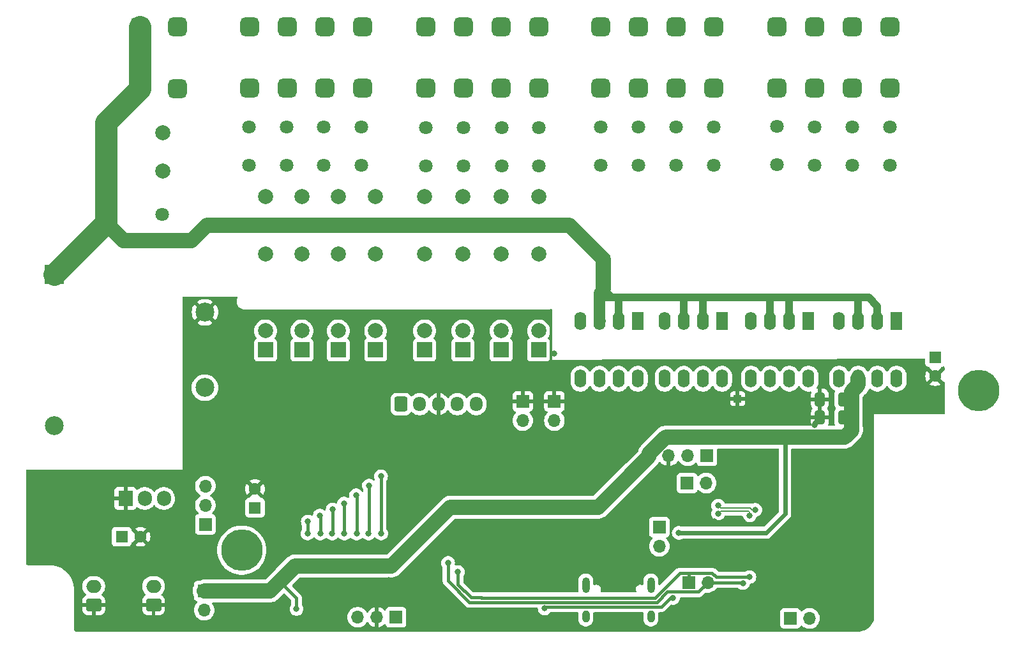
<source format=gbr>
%TF.GenerationSoftware,KiCad,Pcbnew,8.0.4*%
%TF.CreationDate,2024-08-24T15:41:41+02:00*%
%TF.ProjectId,hamodule,68616d6f-6475-46c6-952e-6b696361645f,20240821.23.8*%
%TF.SameCoordinates,Original*%
%TF.FileFunction,Copper,L4,Bot*%
%TF.FilePolarity,Positive*%
%FSLAX46Y46*%
G04 Gerber Fmt 4.6, Leading zero omitted, Abs format (unit mm)*
G04 Created by KiCad (PCBNEW 8.0.4) date 2024-08-24 15:41:41*
%MOMM*%
%LPD*%
G01*
G04 APERTURE LIST*
G04 Aperture macros list*
%AMRoundRect*
0 Rectangle with rounded corners*
0 $1 Rounding radius*
0 $2 $3 $4 $5 $6 $7 $8 $9 X,Y pos of 4 corners*
0 Add a 4 corners polygon primitive as box body*
4,1,4,$2,$3,$4,$5,$6,$7,$8,$9,$2,$3,0*
0 Add four circle primitives for the rounded corners*
1,1,$1+$1,$2,$3*
1,1,$1+$1,$4,$5*
1,1,$1+$1,$6,$7*
1,1,$1+$1,$8,$9*
0 Add four rect primitives between the rounded corners*
20,1,$1+$1,$2,$3,$4,$5,0*
20,1,$1+$1,$4,$5,$6,$7,0*
20,1,$1+$1,$6,$7,$8,$9,0*
20,1,$1+$1,$8,$9,$2,$3,0*%
G04 Aperture macros list end*
%TA.AperFunction,EtchedComponent*%
%ADD10C,0.000000*%
%TD*%
%TA.AperFunction,ComponentPad*%
%ADD11R,1.700000X1.700000*%
%TD*%
%TA.AperFunction,ComponentPad*%
%ADD12O,1.700000X1.700000*%
%TD*%
%TA.AperFunction,ComponentPad*%
%ADD13C,1.800000*%
%TD*%
%TA.AperFunction,ComponentPad*%
%ADD14RoundRect,0.250000X0.750000X-0.600000X0.750000X0.600000X-0.750000X0.600000X-0.750000X-0.600000X0*%
%TD*%
%TA.AperFunction,ComponentPad*%
%ADD15O,2.000000X1.700000*%
%TD*%
%TA.AperFunction,ComponentPad*%
%ADD16R,2.500000X2.500000*%
%TD*%
%TA.AperFunction,ComponentPad*%
%ADD17C,2.500000*%
%TD*%
%TA.AperFunction,ComponentPad*%
%ADD18R,1.905000X2.000000*%
%TD*%
%TA.AperFunction,ComponentPad*%
%ADD19O,1.905000X2.000000*%
%TD*%
%TA.AperFunction,ComponentPad*%
%ADD20RoundRect,0.625000X0.625000X0.625000X-0.625000X0.625000X-0.625000X-0.625000X0.625000X-0.625000X0*%
%TD*%
%TA.AperFunction,ComponentPad*%
%ADD21C,2.000000*%
%TD*%
%TA.AperFunction,ComponentPad*%
%ADD22R,1.600000X2.400000*%
%TD*%
%TA.AperFunction,ComponentPad*%
%ADD23O,1.600000X2.400000*%
%TD*%
%TA.AperFunction,ComponentPad*%
%ADD24R,1.600000X1.600000*%
%TD*%
%TA.AperFunction,ComponentPad*%
%ADD25C,1.600000*%
%TD*%
%TA.AperFunction,ComponentPad*%
%ADD26R,2.000000X2.000000*%
%TD*%
%TA.AperFunction,ComponentPad*%
%ADD27R,1.000000X1.000000*%
%TD*%
%TA.AperFunction,ComponentPad*%
%ADD28O,1.000000X2.100000*%
%TD*%
%TA.AperFunction,ComponentPad*%
%ADD29O,1.000000X1.600000*%
%TD*%
%TA.AperFunction,ComponentPad*%
%ADD30RoundRect,0.250000X-0.600000X-0.725000X0.600000X-0.725000X0.600000X0.725000X-0.600000X0.725000X0*%
%TD*%
%TA.AperFunction,ComponentPad*%
%ADD31O,1.700000X1.950000*%
%TD*%
%TA.AperFunction,ComponentPad*%
%ADD32C,5.500000*%
%TD*%
%TA.AperFunction,SMDPad,CuDef*%
%ADD33RoundRect,0.250000X0.412500X0.650000X-0.412500X0.650000X-0.412500X-0.650000X0.412500X-0.650000X0*%
%TD*%
%TA.AperFunction,SMDPad,CuDef*%
%ADD34C,2.000000*%
%TD*%
%TA.AperFunction,ViaPad*%
%ADD35C,0.800000*%
%TD*%
%TA.AperFunction,Conductor*%
%ADD36C,2.000000*%
%TD*%
%TA.AperFunction,Conductor*%
%ADD37C,0.600000*%
%TD*%
%TA.AperFunction,Conductor*%
%ADD38C,0.400000*%
%TD*%
%TA.AperFunction,Conductor*%
%ADD39C,3.000000*%
%TD*%
%TA.AperFunction,Conductor*%
%ADD40C,1.000000*%
%TD*%
%TA.AperFunction,Conductor*%
%ADD41C,1.500000*%
%TD*%
%TA.AperFunction,Conductor*%
%ADD42C,0.200000*%
%TD*%
G04 APERTURE END LIST*
D10*
%TA.AperFunction,EtchedComponent*%
%TO.C,NT1*%
G36*
X77624000Y45468400D02*
G01*
X75624000Y45468400D01*
X75624000Y49468400D01*
X77624000Y49468400D01*
X77624000Y45468400D01*
G37*
%TD.AperFunction*%
%TD*%
D11*
%TO.P,J5,1,Pin_1*%
%TO.N,3.3V+*%
X23674000Y5448400D03*
D12*
%TO.P,J5,2,Pin_2*%
%TO.N,Net-(J4-Pin_2)*%
X23674000Y2908400D03*
%TD*%
D13*
%TO.P,RV1,1*%
%TO.N,220VAC(N)*%
X10626400Y57005330D03*
%TO.P,RV1,2*%
%TO.N,220VAC(L)*%
X18126400Y55372000D03*
%TD*%
D14*
%TO.P,J1,1,Pin_1*%
%TO.N,GND*%
X16963300Y3568700D03*
D15*
%TO.P,J1,2,Pin_2*%
%TO.N,5V+*%
X16963300Y6068700D03*
%TD*%
D16*
%TO.P,PS1,1,VAC_IN(N)*%
%TO.N,220VAC(N)*%
X3780000Y47421800D03*
D17*
%TO.P,PS1,5,VAC_IN(L)*%
%TO.N,220VAC(L)*%
X3780000Y27421800D03*
%TO.P,PS1,7,+VOUT*%
%TO.N,5V+_PS*%
X23780000Y32421800D03*
%TO.P,PS1,9,-VOUT*%
%TO.N,GND*%
X23780000Y42421800D03*
%TD*%
D18*
%TO.P,U1,1,GND*%
%TO.N,GND*%
X13242700Y17729200D03*
D19*
%TO.P,U1,2,VO*%
%TO.N,Net-(J4-Pin_2)*%
X15782700Y17729200D03*
%TO.P,U1,3,VI*%
%TO.N,5V+*%
X18322700Y17729200D03*
%TD*%
D20*
%TO.P,J15,1,1*%
%TO.N,Net-(F13-Pad2)*%
X44691800Y72136000D03*
%TO.P,J15,2,2*%
X44691800Y80335999D03*
%TO.P,J15,3,3*%
%TO.N,Net-(F12-Pad2)*%
X39691800Y72136000D03*
%TO.P,J15,4,4*%
X39691800Y80335999D03*
%TO.P,J15,5,5*%
%TO.N,Net-(F11-Pad2)*%
X34691800Y72136000D03*
%TO.P,J15,6,6*%
X34691800Y80335999D03*
%TO.P,J15,7,7*%
%TO.N,Net-(F10-Pad2)*%
X29691800Y72136000D03*
%TO.P,J15,8,8*%
X29691800Y80335999D03*
%TD*%
%TO.P,J2,1,1*%
%TO.N,Net-(F1-Pad1)*%
X20144000Y72112401D03*
%TO.P,J2,2,2*%
X20144000Y80312400D03*
%TO.P,J2,3,3*%
%TO.N,220VAC(N)*%
X15144000Y72112401D03*
%TO.P,J2,4,4*%
X15144000Y80312400D03*
%TD*%
%TO.P,J7,1,1*%
%TO.N,Net-(F2-Pad2)*%
X91264000Y72140201D03*
%TO.P,J7,2,2*%
X91264000Y80340200D03*
%TO.P,J7,3,3*%
%TO.N,Net-(F3-Pad2)*%
X86264000Y72140201D03*
%TO.P,J7,4,4*%
X86264000Y80340200D03*
%TO.P,J7,5,5*%
%TO.N,Net-(F4-Pad2)*%
X81264000Y72140201D03*
%TO.P,J7,6,6*%
X81264000Y80340200D03*
%TO.P,J7,7,7*%
%TO.N,Net-(F5-Pad2)*%
X76264000Y72140201D03*
%TO.P,J7,8,8*%
X76264000Y80340200D03*
%TD*%
D21*
%TO.P,F1,1*%
%TO.N,Net-(F1-Pad1)*%
X18161000Y66243200D03*
%TO.P,F1,2*%
%TO.N,220VAC(L)*%
X18151000Y61163200D03*
%TD*%
D22*
%TO.P,U4,1*%
%TO.N,Net-(R23-Pad2)*%
X115513178Y41232282D03*
D23*
%TO.P,U4,2*%
%TO.N,220VAC(N)-LowV*%
X112973178Y41232282D03*
%TO.P,U4,3*%
X110433178Y41232282D03*
%TO.P,U4,4*%
%TO.N,Net-(R24-Pad2)*%
X107893178Y41232282D03*
%TO.P,U4,5*%
%TO.N,Net-(U9-A2)*%
X107893178Y33612282D03*
%TO.P,U4,6*%
%TO.N,3.3V+*%
X110433178Y33612282D03*
%TO.P,U4,7*%
X112973178Y33612282D03*
%TO.P,U4,8*%
%TO.N,Net-(U9-A1)*%
X115513178Y33612282D03*
%TD*%
D22*
%TO.P,U7,1*%
%TO.N,Net-(R19-Pad2)*%
X81205300Y41228800D03*
D23*
%TO.P,U7,2*%
%TO.N,220VAC(N)-LowV*%
X78665300Y41228800D03*
%TO.P,U7,3*%
X76125300Y41228800D03*
%TO.P,U7,4*%
%TO.N,Net-(R20-Pad2)*%
X73585300Y41228800D03*
%TO.P,U7,5*%
%TO.N,Net-(J19-Pin_2)*%
X73585300Y33608800D03*
%TO.P,U7,6*%
%TO.N,3.3V+*%
X76125300Y33608800D03*
%TO.P,U7,7*%
X78665300Y33608800D03*
%TO.P,U7,8*%
%TO.N,Net-(U9-A7)*%
X81205300Y33608800D03*
%TD*%
D22*
%TO.P,U6,1*%
%TO.N,Net-(R21-Pad2)*%
X92381300Y41228800D03*
D23*
%TO.P,U6,2*%
%TO.N,220VAC(N)-LowV*%
X89841300Y41228800D03*
%TO.P,U6,3*%
X87301300Y41228800D03*
%TO.P,U6,4*%
%TO.N,Net-(R22-Pad2)*%
X84761300Y41228800D03*
%TO.P,U6,5*%
%TO.N,Net-(U9-A6)*%
X84761300Y33608800D03*
%TO.P,U6,6*%
%TO.N,3.3V+*%
X87301300Y33608800D03*
%TO.P,U6,7*%
X89841300Y33608800D03*
%TO.P,U6,8*%
%TO.N,Net-(U9-A5)*%
X92381300Y33608800D03*
%TD*%
D14*
%TO.P,J4,1,Pin_1*%
%TO.N,GND*%
X9038500Y3568700D03*
D15*
%TO.P,J4,2,Pin_2*%
%TO.N,Net-(J4-Pin_2)*%
X9038500Y6068700D03*
%TD*%
D11*
%TO.P,J10,1,Pin_1*%
%TO.N,RXD0*%
X101429402Y1808701D03*
D12*
%TO.P,J10,2,Pin_2*%
%TO.N,TXD0*%
X103969402Y1808701D03*
%TD*%
D11*
%TO.P,J19,1,Pin_1*%
%TO.N,GND*%
X70124000Y30608400D03*
D12*
%TO.P,J19,2,Pin_2*%
%TO.N,Net-(J19-Pin_2)*%
X70124000Y28068400D03*
%TD*%
D24*
%TO.P,C19,1*%
%TO.N,Net-(JP1-B)*%
X120624000Y36468400D03*
D25*
%TO.P,C19,2*%
%TO.N,GND*%
X120624000Y33968400D03*
%TD*%
D11*
%TO.P,J14,1,Pin_1*%
%TO.N,GPIO15*%
X90364000Y23368400D03*
D12*
%TO.P,J14,2,Pin_2*%
%TO.N,GPIO7*%
X87824000Y23368400D03*
%TO.P,J14,3,Pin_3*%
%TO.N,GND*%
X85284000Y23368400D03*
%TO.P,J14,4,Pin_4*%
%TO.N,3.3V+*%
X82744000Y23368400D03*
%TD*%
D20*
%TO.P,J6,1,1*%
%TO.N,Net-(F6-Pad2)*%
X114621702Y72140201D03*
%TO.P,J6,2,2*%
X114621702Y80340200D03*
%TO.P,J6,3,3*%
%TO.N,Net-(F7-Pad2)*%
X109621702Y72140201D03*
%TO.P,J6,4,4*%
X109621702Y80340200D03*
%TO.P,J6,5,5*%
%TO.N,Net-(F8-Pad2)*%
X104621702Y72140201D03*
%TO.P,J6,6,6*%
X104621702Y80340200D03*
%TO.P,J6,7,7*%
%TO.N,Net-(F9-Pad2)*%
X99621702Y72140201D03*
%TO.P,J6,8,8*%
X99621702Y80340200D03*
%TD*%
%TO.P,J16,1,1*%
%TO.N,Net-(F17-Pad2)*%
X68059800Y72136000D03*
%TO.P,J16,2,2*%
X68059800Y80335999D03*
%TO.P,J16,3,3*%
%TO.N,Net-(F16-Pad2)*%
X63059800Y72136000D03*
%TO.P,J16,4,4*%
X63059800Y80335999D03*
%TO.P,J16,5,5*%
%TO.N,Net-(F15-Pad2)*%
X58059800Y72136000D03*
%TO.P,J16,6,6*%
X58059800Y80335999D03*
%TO.P,J16,7,7*%
%TO.N,Net-(F14-Pad2)*%
X53059800Y72136000D03*
%TO.P,J16,8,8*%
X53059800Y80335999D03*
%TD*%
D13*
%TO.P,F15,1*%
%TO.N,Net-(F15-Pad1)*%
X58026800Y61849000D03*
%TO.P,F15,2*%
%TO.N,Net-(F15-Pad2)*%
X58026800Y66929000D03*
%TD*%
D26*
%TO.P,K5,1*%
%TO.N,Net-(U11-O5)*%
X52911000Y37424500D03*
D21*
%TO.P,K5,2*%
%TO.N,5V+*%
X52911000Y39964500D03*
%TO.P,K5,3*%
%TO.N,220VAC(L)*%
X52911000Y50124500D03*
%TO.P,K5,4*%
%TO.N,Net-(F14-Pad1)*%
X52911000Y57744500D03*
%TD*%
D11*
%TO.P,J12,1,Pin_1*%
%TO.N,GPIO3*%
X87724000Y19768400D03*
D12*
%TO.P,J12,2,Pin_2*%
%TO.N,GPIO9*%
X90264000Y19768400D03*
%TD*%
D13*
%TO.P,F4,1*%
%TO.N,Net-(F4-Pad1)*%
X81228000Y61952500D03*
%TO.P,F4,2*%
%TO.N,Net-(F4-Pad2)*%
X81228000Y67032500D03*
%TD*%
D24*
%TO.P,C18,1*%
%TO.N,5V+_PS*%
X30424000Y16486020D03*
D25*
%TO.P,C18,2*%
%TO.N,GND*%
X30424000Y18986020D03*
%TD*%
D26*
%TO.P,K6,1*%
%TO.N,Net-(U11-O6)*%
X57991000Y37424500D03*
D21*
%TO.P,K6,2*%
%TO.N,5V+*%
X57991000Y39964500D03*
%TO.P,K6,3*%
%TO.N,220VAC(L)*%
X57991000Y50124500D03*
%TO.P,K6,4*%
%TO.N,Net-(F15-Pad1)*%
X57991000Y57744500D03*
%TD*%
D13*
%TO.P,F2,1*%
%TO.N,Net-(F2-Pad1)*%
X91286400Y61952500D03*
%TO.P,F2,2*%
%TO.N,Net-(F2-Pad2)*%
X91286400Y67032500D03*
%TD*%
D11*
%TO.P,J17,1,Pin_1*%
%TO.N,GND*%
X65924000Y30608400D03*
D12*
%TO.P,J17,2,Pin_2*%
%TO.N,Net-(J17-Pin_2)*%
X65924000Y28068400D03*
%TD*%
D11*
%TO.P,J13,1,Pin_1*%
%TO.N,GPIO12*%
X84039402Y13923701D03*
D12*
%TO.P,J13,2,Pin_2*%
%TO.N,GPIO13*%
X84039402Y11383701D03*
%TD*%
D13*
%TO.P,F7,1*%
%TO.N,Net-(F7-Pad1)*%
X109626400Y61950600D03*
%TO.P,F7,2*%
%TO.N,Net-(F7-Pad2)*%
X109626400Y67030600D03*
%TD*%
D11*
%TO.P,J11,1,Pin_1*%
%TO.N,SDA*%
X87929800Y6578600D03*
D12*
%TO.P,J11,2,Pin_2*%
%TO.N,SCL*%
X90469800Y6578600D03*
%TD*%
D27*
%TO.P,TP1,1,1*%
%TO.N,GND*%
X94424000Y30968400D03*
%TD*%
D13*
%TO.P,F8,1*%
%TO.N,Net-(F8-Pad1)*%
X104621800Y61950600D03*
%TO.P,F8,2*%
%TO.N,Net-(F8-Pad2)*%
X104621800Y67030600D03*
%TD*%
%TO.P,F13,1*%
%TO.N,Net-(F13-Pad1)*%
X44532300Y61935500D03*
%TO.P,F13,2*%
%TO.N,Net-(F13-Pad2)*%
X44532300Y67015500D03*
%TD*%
D22*
%TO.P,U5,1*%
%TO.N,Net-(R25-Pad2)*%
X103829178Y41232282D03*
D23*
%TO.P,U5,2*%
%TO.N,220VAC(N)-LowV*%
X101289178Y41232282D03*
%TO.P,U5,3*%
X98749178Y41232282D03*
%TO.P,U5,4*%
%TO.N,Net-(R26-Pad2)*%
X96209178Y41232282D03*
%TO.P,U5,5*%
%TO.N,Net-(U9-A4)*%
X96209178Y33612282D03*
%TO.P,U5,6*%
%TO.N,3.3V+*%
X98749178Y33612282D03*
%TO.P,U5,7*%
X101289178Y33612282D03*
%TO.P,U5,8*%
%TO.N,Net-(U9-A3)*%
X103829178Y33612282D03*
%TD*%
D11*
%TO.P,J8,1,Pin_1*%
%TO.N,Net-(D4-DOUT)*%
X49116800Y1966700D03*
D12*
%TO.P,J8,2,Pin_2*%
%TO.N,GND*%
X46576800Y1966700D03*
%TO.P,J8,3,Pin_3*%
%TO.N,5V+*%
X44036800Y1966700D03*
%TD*%
D13*
%TO.P,F14,1*%
%TO.N,Net-(F14-Pad1)*%
X53073800Y61849000D03*
%TO.P,F14,2*%
%TO.N,Net-(F14-Pad2)*%
X53073800Y66929000D03*
%TD*%
D28*
%TO.P,J3,S1,SHIELD*%
%TO.N,Net-(J3-SHIELD)*%
X74285402Y6222801D03*
D29*
X74285402Y2042801D03*
D28*
X82925402Y6222801D03*
D29*
X82925402Y2042801D03*
%TD*%
D30*
%TO.P,J9,1,Pin_1*%
%TO.N,5V+*%
X49762400Y30243000D03*
D31*
%TO.P,J9,2,Pin_2*%
%TO.N,3.3V+*%
X52262400Y30243000D03*
%TO.P,J9,3,Pin_3*%
%TO.N,GND*%
X54762400Y30243000D03*
%TO.P,J9,4,Pin_4*%
%TO.N,SDA*%
X57262400Y30243000D03*
%TO.P,J9,5,Pin_5*%
%TO.N,SCL*%
X59762400Y30243000D03*
%TD*%
D11*
%TO.P,SW1,1,A*%
%TO.N,VBUS*%
X23834000Y14298400D03*
D12*
%TO.P,SW1,2,B*%
%TO.N,5V+*%
X23834000Y16838400D03*
%TO.P,SW1,3,C*%
%TO.N,5V+_PS*%
X23834000Y19378400D03*
%TD*%
D13*
%TO.P,F6,1*%
%TO.N,Net-(F6-Pad1)*%
X114604800Y61950600D03*
%TO.P,F6,2*%
%TO.N,Net-(F6-Pad2)*%
X114604800Y67030600D03*
%TD*%
%TO.P,F3,1*%
%TO.N,Net-(F3-Pad1)*%
X86257200Y61952500D03*
%TO.P,F3,2*%
%TO.N,Net-(F3-Pad2)*%
X86257200Y67032500D03*
%TD*%
%TO.P,F16,1*%
%TO.N,Net-(F16-Pad1)*%
X63106800Y61849000D03*
%TO.P,F16,2*%
%TO.N,Net-(F16-Pad2)*%
X63106800Y66929000D03*
%TD*%
D32*
%TO.P,H5,1,1*%
%TO.N,unconnected-(H5-Pad1)*%
X28664000Y10858400D03*
%TD*%
D26*
%TO.P,K1,1*%
%TO.N,Net-(U11-O1)*%
X31818300Y37424500D03*
D21*
%TO.P,K1,2*%
%TO.N,5V+*%
X31818300Y39964500D03*
%TO.P,K1,3*%
%TO.N,220VAC(L)*%
X31818300Y50124500D03*
%TO.P,K1,4*%
%TO.N,Net-(F10-Pad1)*%
X31818300Y57744500D03*
%TD*%
D26*
%TO.P,K2,1*%
%TO.N,Net-(U11-O2)*%
X36644300Y37424500D03*
D21*
%TO.P,K2,2*%
%TO.N,5V+*%
X36644300Y39964500D03*
%TO.P,K2,3*%
%TO.N,220VAC(L)*%
X36644300Y50124500D03*
%TO.P,K2,4*%
%TO.N,Net-(F11-Pad1)*%
X36644300Y57744500D03*
%TD*%
D13*
%TO.P,F11,1*%
%TO.N,Net-(F11-Pad1)*%
X34612300Y61935500D03*
%TO.P,F11,2*%
%TO.N,Net-(F11-Pad2)*%
X34612300Y67015500D03*
%TD*%
D26*
%TO.P,K4,1*%
%TO.N,Net-(U11-O4)*%
X46423300Y37424500D03*
D21*
%TO.P,K4,2*%
%TO.N,5V+*%
X46423300Y39964500D03*
%TO.P,K4,3*%
%TO.N,220VAC(L)*%
X46423300Y50124500D03*
%TO.P,K4,4*%
%TO.N,Net-(F13-Pad1)*%
X46423300Y57744500D03*
%TD*%
D26*
%TO.P,K7,1*%
%TO.N,Net-(U11-O7)*%
X63071000Y37424500D03*
D21*
%TO.P,K7,2*%
%TO.N,5V+*%
X63071000Y39964500D03*
%TO.P,K7,3*%
%TO.N,220VAC(L)*%
X63071000Y50124500D03*
%TO.P,K7,4*%
%TO.N,Net-(F16-Pad1)*%
X63071000Y57744500D03*
%TD*%
D26*
%TO.P,K8,1*%
%TO.N,Net-(U11-O8)*%
X68024000Y37424500D03*
D21*
%TO.P,K8,2*%
%TO.N,5V+*%
X68024000Y39964500D03*
%TO.P,K8,3*%
%TO.N,220VAC(L)*%
X68024000Y50124500D03*
%TO.P,K8,4*%
%TO.N,Net-(F17-Pad1)*%
X68024000Y57744500D03*
%TD*%
D26*
%TO.P,K3,1*%
%TO.N,Net-(U11-O3)*%
X41470300Y37424500D03*
D21*
%TO.P,K3,2*%
%TO.N,5V+*%
X41470300Y39964500D03*
%TO.P,K3,3*%
%TO.N,220VAC(L)*%
X41470300Y50124500D03*
%TO.P,K3,4*%
%TO.N,Net-(F12-Pad1)*%
X41470300Y57744500D03*
%TD*%
D32*
%TO.P,H4,1,1*%
%TO.N,unconnected-(H4-Pad1)*%
X126424000Y32080200D03*
%TD*%
D24*
%TO.P,C12,1*%
%TO.N,Net-(J4-Pin_2)*%
X12734700Y12649200D03*
D25*
%TO.P,C12,2*%
%TO.N,GND*%
X15234700Y12649200D03*
%TD*%
D13*
%TO.P,F9,1*%
%TO.N,Net-(F9-Pad1)*%
X99621800Y61980000D03*
%TO.P,F9,2*%
%TO.N,Net-(F9-Pad2)*%
X99621800Y67060000D03*
%TD*%
%TO.P,F5,1*%
%TO.N,Net-(F5-Pad1)*%
X76249600Y61952500D03*
%TO.P,F5,2*%
%TO.N,Net-(F5-Pad2)*%
X76249600Y67032500D03*
%TD*%
%TO.P,F17,1*%
%TO.N,Net-(F17-Pad1)*%
X68059800Y61849000D03*
%TO.P,F17,2*%
%TO.N,Net-(F17-Pad2)*%
X68059800Y66929000D03*
%TD*%
%TO.P,F10,1*%
%TO.N,Net-(F10-Pad1)*%
X29659300Y61935500D03*
%TO.P,F10,2*%
%TO.N,Net-(F10-Pad2)*%
X29659300Y67015500D03*
%TD*%
%TO.P,F12,1*%
%TO.N,Net-(F12-Pad1)*%
X39532300Y61935500D03*
%TO.P,F12,2*%
%TO.N,Net-(F12-Pad2)*%
X39532300Y67015500D03*
%TD*%
D33*
%TO.P,C2,1*%
%TO.N,3.3V+*%
X108449000Y30868400D03*
%TO.P,C2,2*%
%TO.N,GND*%
X105324000Y30868400D03*
%TD*%
D34*
%TO.P,NT1,1,1*%
%TO.N,220VAC(N)*%
X76624000Y49468400D03*
%TO.P,NT1,2,2*%
%TO.N,220VAC(N)-LowV*%
X76624000Y45468400D03*
%TD*%
D33*
%TO.P,C1,1*%
%TO.N,3.3V+*%
X108449000Y28468400D03*
%TO.P,C1,2*%
%TO.N,GND*%
X105324000Y28468400D03*
%TD*%
D35*
%TO.N,GND*%
X108124000Y7268400D03*
%TO.N,3.3V+*%
X86624000Y13168400D03*
X80084000Y20708400D03*
X35924000Y3068400D03*
X65424000Y16568400D03*
X53874000Y14118400D03*
X66724000Y16668400D03*
X109524000Y27068400D03*
X108413402Y26468400D03*
X49974000Y10218400D03*
%TO.N,IO0*%
X68834000Y3148200D03*
X85878497Y4522897D03*
%TO.N,GND*%
X17824000Y15668400D03*
X81224000Y17268400D03*
X111124000Y16968400D03*
X38624000Y25468400D03*
X55224000Y10468400D03*
X111124000Y19968400D03*
X102124000Y15468400D03*
X64126204Y1920409D03*
X64010737Y5981663D03*
X96724000Y19868400D03*
X66924000Y18668400D03*
X58109400Y27768400D03*
X105124000Y9468400D03*
X109624000Y19968400D03*
X31424000Y7568400D03*
X48124000Y6868400D03*
X102124000Y9468400D03*
X96724000Y17968400D03*
X108124000Y18468400D03*
X111124000Y9468400D03*
X67653400Y11268400D03*
X85024000Y19268400D03*
X74824000Y14098701D03*
X76606400Y31267400D03*
X17220969Y8668400D03*
X97924000Y15368400D03*
X74624000Y12168400D03*
X45724000Y25768400D03*
X87706200Y29743400D03*
X55212400Y12568400D03*
X17024000Y10068400D03*
X105024000Y7268400D03*
X65824000Y25743400D03*
X41324000Y25468400D03*
X28449000Y33568400D03*
X58124000Y24168400D03*
X73385402Y8468400D03*
X82324000Y14098701D03*
X58124000Y21168400D03*
X93624000Y2768400D03*
X111124000Y10968400D03*
X104668242Y27468399D03*
X43124000Y6790296D03*
X111524000Y29668400D03*
X105224000Y18468400D03*
X87824000Y10268400D03*
X111124000Y13968400D03*
X100624000Y10768400D03*
X48224600Y11595012D03*
X58124000Y8968400D03*
X50170730Y7369347D03*
X91324000Y18068400D03*
X100546400Y31216600D03*
X97224000Y8168400D03*
X6172200Y10109200D03*
X6146800Y12217400D03*
X82424000Y12268400D03*
X50524000Y4368400D03*
X78625400Y8862301D03*
X105445758Y23689201D03*
X111924000Y23968400D03*
X70124000Y36988400D03*
X103624000Y10968400D03*
X55212400Y18768400D03*
X109624000Y12668400D03*
X55212400Y27768400D03*
X87731600Y31242000D03*
X45724000Y24668400D03*
X58124000Y10368400D03*
X111824000Y26968400D03*
X58124000Y12768400D03*
X95124000Y14568400D03*
X67487800Y2032000D03*
X31524000Y1968400D03*
X96424000Y2768400D03*
X59224000Y6780200D03*
X89357200Y29743400D03*
X100546400Y29718000D03*
X74324000Y18568400D03*
X103824000Y19868400D03*
X6124000Y16068400D03*
X78181200Y31216600D03*
X55212400Y21168400D03*
X95624000Y9568400D03*
X6096000Y14198600D03*
X98924000Y2768400D03*
X97824000Y17168400D03*
X102124000Y12368400D03*
X74624000Y8468400D03*
X97224000Y10968400D03*
X58124000Y18768400D03*
X106624000Y10968400D03*
X89357200Y31267400D03*
X39824000Y6790296D03*
X83324000Y17268400D03*
X99224000Y19968400D03*
X99124000Y9568400D03*
X63005101Y8087299D03*
X40402300Y890100D03*
X111524000Y31168400D03*
X81224000Y15326200D03*
X50224000Y26768400D03*
X100724000Y8168400D03*
X102224000Y18468400D03*
X35724000Y25468400D03*
X56724000Y4268400D03*
X99555800Y31216600D03*
X54124000Y26768400D03*
X82244849Y8547551D03*
X87324000Y17268400D03*
X109624000Y15468400D03*
X49824000Y23168400D03*
X88024000Y2184400D03*
X84024000Y8268400D03*
X28449000Y28293400D03*
X91324000Y14655101D03*
X85524000Y17268400D03*
X111224000Y6368400D03*
X55212400Y24068400D03*
X111924000Y24968400D03*
X91324000Y2768400D03*
X97024000Y14468400D03*
X70142600Y11268400D03*
X88824000Y3268400D03*
X108124000Y9468400D03*
X76606400Y29743400D03*
X106624000Y19868400D03*
X78130400Y29692600D03*
X36624000Y6790296D03*
X57150000Y1041400D03*
X99530400Y29692600D03*
%TO.N,SDA*%
X95986468Y7298201D03*
X57324000Y7968400D03*
%TO.N,SCL*%
X95129402Y6498701D03*
X56024000Y9168400D03*
%TO.N,/ESP-D+*%
X96038170Y15477469D03*
X91853360Y15726201D03*
%TO.N,/ESP-D-*%
X91853360Y16776201D03*
X96780634Y16219933D03*
%TO.N,Net-(U11-I2)*%
X37424000Y14663896D03*
X37396000Y13063896D03*
%TO.N,Net-(U11-I3)*%
X39072400Y13063896D03*
X39024000Y15463896D03*
%TO.N,Net-(U11-I4)*%
X40647200Y13064296D03*
X40724000Y16263896D03*
%TO.N,Net-(U11-I5)*%
X42272800Y13063896D03*
X42224000Y17063896D03*
%TO.N,Net-(U11-I6)*%
X43824000Y18168400D03*
X43887000Y13063896D03*
%TO.N,Net-(U11-I7)*%
X45524000Y19438400D03*
X45473200Y13063896D03*
%TO.N,Net-(U11-I8)*%
X47124000Y20668400D03*
X47149600Y13064296D03*
%TD*%
D36*
%TO.N,3.3V+*%
X35724000Y8768400D02*
X32404000Y5448400D01*
D37*
X100724000Y15668400D02*
X100724000Y20341193D01*
D36*
X80084000Y20708400D02*
X82744000Y23368400D01*
X32404000Y5448400D02*
X23674000Y5448400D01*
X75944000Y16568400D02*
X80084000Y20708400D01*
D38*
X35924000Y3068400D02*
X35924000Y4531000D01*
D36*
X84884862Y25868400D02*
X82744000Y23727538D01*
D37*
X100724000Y25668400D02*
X100924000Y25868400D01*
D36*
X82744000Y23727538D02*
X82744000Y23368400D01*
X110433178Y32799720D02*
X109512800Y31879342D01*
X110433178Y33612282D02*
X110433178Y32799720D01*
X35761400Y8768400D02*
X42424000Y8768400D01*
D37*
X86624000Y13168400D02*
X98224000Y13168400D01*
D36*
X109524000Y26743400D02*
X108649000Y25868400D01*
X109524000Y27068400D02*
X109524000Y26743400D01*
X100924000Y25868400D02*
X84884862Y25868400D01*
X33724000Y6731000D02*
X35761400Y8768400D01*
X48524000Y8768400D02*
X56324000Y16568400D01*
X42424000Y8768400D02*
X48524000Y8768400D01*
X109512800Y31879342D02*
X109512800Y27079600D01*
X65424000Y16568400D02*
X75944000Y16568400D01*
D38*
X35924000Y4531000D02*
X33724000Y6731000D01*
D36*
X42424000Y8768400D02*
X35724000Y8768400D01*
D37*
X98224000Y13168400D02*
X100724000Y15668400D01*
D36*
X109512800Y27079600D02*
X109524000Y27068400D01*
X56324000Y16568400D02*
X65424000Y16568400D01*
X108649000Y25868400D02*
X100924000Y25868400D01*
D37*
X100724000Y20341193D02*
X100724000Y25668400D01*
D36*
%TO.N,220VAC(N)*%
X10626400Y54268200D02*
X12922600Y51972000D01*
D39*
X10626400Y67594801D02*
X10626400Y57005330D01*
D36*
X24016240Y54000400D02*
X72092000Y54000400D01*
D39*
X15144000Y72112401D02*
X10626400Y67594801D01*
D36*
X21987840Y51972000D02*
X24016240Y54000400D01*
D39*
X10626400Y57005330D02*
X10626400Y54268200D01*
X10626400Y54268200D02*
X3780000Y47421800D01*
X15144000Y72112401D02*
X15144000Y80312400D01*
D36*
X72092000Y54000400D02*
X76624000Y49468400D01*
X12922600Y51972000D02*
X21987840Y51972000D01*
D38*
%TO.N,IO0*%
X85478497Y4522897D02*
X85878497Y4522897D01*
X69034000Y3348200D02*
X84303800Y3348200D01*
X84303800Y3348200D02*
X85478497Y4522897D01*
X68834000Y3148200D02*
X69034000Y3348200D01*
D37*
%TO.N,GND*%
X104668242Y27468399D02*
X104668242Y27812642D01*
X104668242Y27812642D02*
X105324000Y28468400D01*
D38*
%TO.N,SDA*%
X86735774Y7828600D02*
X85799787Y6892613D01*
X60424000Y4568400D02*
X60444200Y4548200D01*
X83455373Y4548200D02*
X85799787Y6892613D01*
X87924000Y7828600D02*
X86735774Y7828600D01*
X57324000Y6326528D02*
X59082128Y4568400D01*
X59082128Y4568400D02*
X60424000Y4568400D01*
X91554399Y7298201D02*
X91024000Y7828600D01*
X90524000Y7828600D02*
X87924000Y7828600D01*
X91024000Y7828600D02*
X90524000Y7828600D01*
X57324000Y7968400D02*
X57324000Y6326528D01*
X87924000Y7828600D02*
X87924000Y6584400D01*
X60444200Y4548200D02*
X83455373Y4548200D01*
X87924000Y6584400D02*
X87929800Y6578600D01*
X95986468Y7298201D02*
X91554399Y7298201D01*
%TO.N,SCL*%
X56024000Y6778000D02*
X56024000Y9168400D01*
X95049503Y6578600D02*
X95129402Y6498701D01*
X90469800Y6578600D02*
X95049503Y6578600D01*
X85084302Y5328600D02*
X83703902Y3948200D01*
X89219800Y5328600D02*
X85084302Y5328600D01*
X58853800Y3948200D02*
X56024000Y6778000D01*
X90469800Y6578600D02*
X89219800Y5328600D01*
X83703902Y3948200D02*
X58853800Y3948200D01*
D40*
%TO.N,220VAC(N)-LowV*%
X111798600Y44399200D02*
X112967000Y43230800D01*
X112967000Y43230800D02*
X112967000Y41238460D01*
X110433178Y44367622D02*
X110401600Y44399200D01*
X87301300Y44360100D02*
X87262200Y44399200D01*
X112967000Y41238460D02*
X112973178Y41232282D01*
X87262200Y44399200D02*
X78677000Y44399200D01*
X101232200Y44399200D02*
X110401600Y44399200D01*
X77718600Y44373800D02*
X76721200Y44373800D01*
X78651600Y44373800D02*
X77718600Y44373800D01*
X101289178Y44342222D02*
X101232200Y44399200D01*
X89954600Y44399200D02*
X98793800Y44399200D01*
D41*
X76202902Y41306402D02*
X76125300Y41228800D01*
D40*
X78677000Y44399200D02*
X78668101Y44390301D01*
X77718600Y44373800D02*
X76624000Y45468400D01*
X98749178Y41232282D02*
X98749178Y44354578D01*
X78665300Y41228800D02*
X78665300Y44387500D01*
X87301300Y41228800D02*
X87301300Y44360100D01*
X78665300Y44387500D02*
X78677000Y44399200D01*
X89841300Y41228800D02*
X89841300Y44285900D01*
X76721200Y44373800D02*
X76125300Y44969700D01*
X98749178Y44354578D02*
X98793800Y44399200D01*
X89841300Y44285900D02*
X89954600Y44399200D01*
X110401600Y44399200D02*
X111798600Y44399200D01*
D41*
X76125300Y41228800D02*
X76125300Y44969700D01*
D40*
X101289178Y41232282D02*
X101289178Y44342222D01*
X110433178Y41232282D02*
X110433178Y44367622D01*
X87262200Y44399200D02*
X89954600Y44399200D01*
X78677000Y44399200D02*
X78651600Y44373800D01*
X98793800Y44399200D02*
X101232200Y44399200D01*
D41*
X76125300Y44969700D02*
X76624000Y45468400D01*
D42*
%TO.N,/ESP-D+*%
X92153359Y16026200D02*
X95913704Y16026200D01*
X91853360Y15726201D02*
X92153359Y16026200D01*
X95913704Y16026200D02*
X96038170Y15901734D01*
X96038170Y15901734D02*
X96038170Y15477469D01*
%TO.N,/ESP-D-*%
X96100100Y16476202D02*
X96356369Y16219933D01*
X96356369Y16219933D02*
X96780634Y16219933D01*
X91853360Y16776201D02*
X92153359Y16476202D01*
X92153359Y16476202D02*
X96100100Y16476202D01*
D38*
%TO.N,Net-(U11-I2)*%
X37396000Y13063896D02*
X37396000Y14635896D01*
X37396000Y14635896D02*
X37424000Y14663896D01*
%TO.N,Net-(U11-I3)*%
X39072400Y13063896D02*
X39072400Y15415496D01*
X39072400Y15415496D02*
X39024000Y15463896D01*
%TO.N,Net-(U11-I4)*%
X40724000Y13141096D02*
X40647200Y13064296D01*
X40724000Y16263896D02*
X40724000Y13141096D01*
%TO.N,Net-(U11-I5)*%
X42272800Y13063896D02*
X42272800Y17015096D01*
X42272800Y17015096D02*
X42224000Y17063896D01*
%TO.N,Net-(U11-I6)*%
X43887000Y13063896D02*
X43887000Y18105400D01*
X43887000Y18105400D02*
X43824000Y18168400D01*
%TO.N,Net-(U11-I7)*%
X45524000Y19438400D02*
X45524000Y13114696D01*
X45524000Y13114696D02*
X45473200Y13063896D01*
%TO.N,Net-(U11-I8)*%
X47149600Y20642800D02*
X47124000Y20668400D01*
X47149600Y13064296D02*
X47149600Y20642800D01*
%TD*%
%TA.AperFunction,Conductor*%
%TO.N,GND*%
G36*
X27999524Y44511521D02*
G01*
X28066522Y44491699D01*
X28112169Y44438802D01*
X28121972Y44369624D01*
X28114596Y44344946D01*
X28115553Y44344597D01*
X28047241Y44156916D01*
X28013500Y43965559D01*
X28013500Y43771242D01*
X28047241Y43579885D01*
X28113700Y43397293D01*
X28113703Y43397286D01*
X28210858Y43229008D01*
X28335757Y43080158D01*
X28484607Y42955259D01*
X28484608Y42955258D01*
X28484610Y42955257D01*
X28652890Y42858101D01*
X28835484Y42791642D01*
X29026844Y42757900D01*
X29026846Y42757900D01*
X69321154Y42757900D01*
X69321156Y42757900D01*
X69512516Y42791642D01*
X69663492Y42846594D01*
X69733219Y42851026D01*
X69794275Y42817056D01*
X69827273Y42755469D01*
X69829902Y42730270D01*
X69840033Y36375863D01*
X69840400Y36145800D01*
X82848300Y36183500D01*
X95856200Y36221200D01*
X119191143Y36288831D01*
X119258237Y36269341D01*
X119304145Y36216670D01*
X119315500Y36164832D01*
X119315500Y35619746D01*
X119322011Y35559198D01*
X119322011Y35559196D01*
X119373111Y35422196D01*
X119460739Y35305139D01*
X119577796Y35217511D01*
X119714799Y35166411D01*
X119742050Y35163482D01*
X119775345Y35159901D01*
X119775360Y35159901D01*
X119775362Y35159900D01*
X119775364Y35159900D01*
X119778669Y35159723D01*
X119778659Y35159545D01*
X119778665Y35159544D01*
X119778653Y35159441D01*
X119778591Y35158272D01*
X119840084Y35140215D01*
X119885839Y35087411D01*
X119891519Y35054433D01*
X120577553Y34368400D01*
X120571339Y34368400D01*
X120469606Y34341141D01*
X120378394Y34288480D01*
X120303920Y34214006D01*
X120251259Y34122794D01*
X120224000Y34021061D01*
X120224000Y34014848D01*
X119544974Y34693874D01*
X119544973Y34693874D01*
X119493868Y34620888D01*
X119493866Y34620884D01*
X119397734Y34414727D01*
X119397730Y34414718D01*
X119338860Y34195011D01*
X119338858Y34195000D01*
X119319034Y33968403D01*
X119319034Y33968398D01*
X119338858Y33741801D01*
X119338860Y33741790D01*
X119397730Y33522083D01*
X119397735Y33522069D01*
X119493863Y33315922D01*
X119544974Y33242928D01*
X120224000Y33921954D01*
X120224000Y33915739D01*
X120251259Y33814006D01*
X120303920Y33722794D01*
X120378394Y33648320D01*
X120469606Y33595659D01*
X120571339Y33568400D01*
X120577553Y33568400D01*
X119898526Y32889375D01*
X119971513Y32838268D01*
X119971521Y32838264D01*
X120177668Y32742136D01*
X120177682Y32742131D01*
X120397389Y32683261D01*
X120397400Y32683259D01*
X120623998Y32663434D01*
X120624002Y32663434D01*
X120850599Y32683259D01*
X120850610Y32683261D01*
X121070317Y32742131D01*
X121070331Y32742136D01*
X121276478Y32838264D01*
X121349471Y32889376D01*
X120670447Y33568400D01*
X120676661Y33568400D01*
X120778394Y33595659D01*
X120869606Y33648320D01*
X120944080Y33722794D01*
X120996741Y33814006D01*
X121024000Y33915739D01*
X121024000Y33921953D01*
X121703024Y33242929D01*
X121737192Y33245918D01*
X121805692Y33232151D01*
X121855876Y33183536D01*
X121872000Y33122390D01*
X121872000Y29005400D01*
X121852315Y28938361D01*
X121799511Y28892606D01*
X121748000Y28881400D01*
X112547400Y28881400D01*
X112535857Y1583016D01*
X112524933Y1532177D01*
X112453438Y1373322D01*
X112446479Y1360063D01*
X112296218Y1111499D01*
X112287712Y1099176D01*
X112108581Y870533D01*
X112098651Y859325D01*
X111893275Y653949D01*
X111882067Y644019D01*
X111653424Y464888D01*
X111641101Y456382D01*
X111392536Y306120D01*
X111379277Y299161D01*
X111114406Y179952D01*
X111100410Y174645D01*
X110838346Y92982D01*
X110823115Y88236D01*
X110808577Y84653D01*
X110522876Y32296D01*
X110508010Y30491D01*
X110419687Y25149D01*
X110412229Y24923D01*
X6725317Y1519D01*
X6677836Y10958D01*
X6674113Y12500D01*
X6644333Y24836D01*
X6616300Y41021D01*
X6561533Y83046D01*
X6538645Y105934D01*
X6496621Y160700D01*
X6480435Y188735D01*
X6454019Y252510D01*
X6445641Y283777D01*
X6435561Y360341D01*
X6434500Y376526D01*
X6434500Y386178D01*
X6434493Y386226D01*
X6432667Y5456262D01*
X6432734Y5460315D01*
X6438152Y5624108D01*
X6415934Y5955540D01*
X6378792Y6175616D01*
X7530000Y6175616D01*
X7530000Y5961785D01*
X7563451Y5750583D01*
X7629526Y5547220D01*
X7629527Y5547217D01*
X7685476Y5437413D01*
X7726606Y5356691D01*
X7852294Y5183696D01*
X7852296Y5183694D01*
X7990570Y5045420D01*
X8024055Y4984097D01*
X8019071Y4914405D01*
X7977199Y4858472D01*
X7967986Y4852201D01*
X7820159Y4761020D01*
X7820155Y4761017D01*
X7696184Y4637046D01*
X7604143Y4487825D01*
X7604141Y4487820D01*
X7548994Y4321398D01*
X7548993Y4321391D01*
X7538500Y4218687D01*
X7538500Y3818700D01*
X8605488Y3818700D01*
X8572575Y3761693D01*
X8538500Y3634526D01*
X8538500Y3502874D01*
X8572575Y3375707D01*
X8605488Y3318700D01*
X7538501Y3318700D01*
X7538501Y2918714D01*
X7548994Y2816003D01*
X7604141Y2649581D01*
X7604143Y2649576D01*
X7696184Y2500355D01*
X7820154Y2376385D01*
X7969375Y2284344D01*
X7969380Y2284342D01*
X8135802Y2229195D01*
X8135809Y2229194D01*
X8238519Y2218701D01*
X8788499Y2218701D01*
X8788500Y2218702D01*
X8788500Y3135688D01*
X8845507Y3102775D01*
X8972674Y3068700D01*
X9104326Y3068700D01*
X9231493Y3102775D01*
X9288500Y3135688D01*
X9288500Y2218701D01*
X9838472Y2218701D01*
X9838486Y2218702D01*
X9941197Y2229195D01*
X10107619Y2284342D01*
X10107624Y2284344D01*
X10256845Y2376385D01*
X10380815Y2500355D01*
X10472856Y2649576D01*
X10472858Y2649581D01*
X10528005Y2816003D01*
X10528006Y2816010D01*
X10538499Y2918714D01*
X10538500Y2918727D01*
X10538500Y3318700D01*
X9471512Y3318700D01*
X9504425Y3375707D01*
X9538500Y3502874D01*
X9538500Y3634526D01*
X9504425Y3761693D01*
X9471512Y3818700D01*
X10538499Y3818700D01*
X10538499Y4218672D01*
X10538498Y4218687D01*
X10528005Y4321398D01*
X10472858Y4487820D01*
X10472856Y4487825D01*
X10380815Y4637046D01*
X10256844Y4761017D01*
X10256840Y4761020D01*
X10109013Y4852201D01*
X10062288Y4904149D01*
X10051067Y4973111D01*
X10078910Y5037193D01*
X10086407Y5045398D01*
X10224706Y5183696D01*
X10350394Y5356691D01*
X10447472Y5547217D01*
X10513549Y5750584D01*
X10547000Y5961784D01*
X10547000Y6175616D01*
X15454800Y6175616D01*
X15454800Y5961785D01*
X15488251Y5750583D01*
X15554326Y5547220D01*
X15554327Y5547217D01*
X15610276Y5437413D01*
X15651406Y5356691D01*
X15777094Y5183696D01*
X15777096Y5183694D01*
X15915370Y5045420D01*
X15948855Y4984097D01*
X15943871Y4914405D01*
X15901999Y4858472D01*
X15892786Y4852201D01*
X15744959Y4761020D01*
X15744955Y4761017D01*
X15620984Y4637046D01*
X15528943Y4487825D01*
X15528941Y4487820D01*
X15473794Y4321398D01*
X15473793Y4321391D01*
X15463300Y4218687D01*
X15463300Y3818700D01*
X16530288Y3818700D01*
X16497375Y3761693D01*
X16463300Y3634526D01*
X16463300Y3502874D01*
X16497375Y3375707D01*
X16530288Y3318700D01*
X15463301Y3318700D01*
X15463301Y2918714D01*
X15473794Y2816003D01*
X15528941Y2649581D01*
X15528943Y2649576D01*
X15620984Y2500355D01*
X15744954Y2376385D01*
X15894175Y2284344D01*
X15894180Y2284342D01*
X16060602Y2229195D01*
X16060609Y2229194D01*
X16163319Y2218701D01*
X16713299Y2218701D01*
X16713300Y2218702D01*
X16713300Y3135688D01*
X16770307Y3102775D01*
X16897474Y3068700D01*
X17029126Y3068700D01*
X17156293Y3102775D01*
X17213300Y3135688D01*
X17213300Y2218701D01*
X17763272Y2218701D01*
X17763286Y2218702D01*
X17865997Y2229195D01*
X18032419Y2284342D01*
X18032424Y2284344D01*
X18181645Y2376385D01*
X18305615Y2500355D01*
X18397656Y2649576D01*
X18397658Y2649581D01*
X18452805Y2816003D01*
X18452806Y2816010D01*
X18463299Y2918714D01*
X18463300Y2918727D01*
X18463300Y3318700D01*
X17396312Y3318700D01*
X17429225Y3375707D01*
X17463300Y3502874D01*
X17463300Y3634526D01*
X17429225Y3761693D01*
X17396312Y3818700D01*
X18463299Y3818700D01*
X18463299Y4218672D01*
X18463298Y4218687D01*
X18452805Y4321398D01*
X18397658Y4487820D01*
X18397656Y4487825D01*
X18305615Y4637046D01*
X18181644Y4761017D01*
X18181640Y4761020D01*
X18033813Y4852201D01*
X17987088Y4904149D01*
X17975867Y4973111D01*
X18003710Y5037193D01*
X18011207Y5045398D01*
X18149506Y5183696D01*
X18275194Y5356691D01*
X18372272Y5547217D01*
X18378741Y5567128D01*
X22165500Y5567128D01*
X22165500Y5329673D01*
X22202643Y5095159D01*
X22218805Y5045420D01*
X22276018Y4869337D01*
X22294212Y4833630D01*
X22301985Y4818374D01*
X22315500Y4762080D01*
X22315500Y4549746D01*
X22322011Y4489198D01*
X22322011Y4489196D01*
X22373111Y4352196D01*
X22460739Y4235139D01*
X22577796Y4147511D01*
X22629737Y4128138D01*
X22695595Y4103573D01*
X22751528Y4061701D01*
X22775944Y3996237D01*
X22761092Y3927964D01*
X22743490Y3903409D01*
X22598279Y3745670D01*
X22598276Y3745666D01*
X22475140Y3557193D01*
X22384703Y3351015D01*
X22329436Y3132772D01*
X22329434Y3132760D01*
X22310844Y2908406D01*
X22310844Y2908395D01*
X22329434Y2684041D01*
X22329436Y2684032D01*
X22384703Y2465786D01*
X22475140Y2259608D01*
X22598276Y2071135D01*
X22598284Y2071124D01*
X22750756Y1905498D01*
X22750761Y1905493D01*
X22809981Y1859400D01*
X22928424Y1767211D01*
X22928425Y1767211D01*
X22928427Y1767209D01*
X22974402Y1742329D01*
X23126426Y1660058D01*
X23339365Y1586956D01*
X23561431Y1549900D01*
X23786569Y1549900D01*
X24008635Y1586956D01*
X24221574Y1660058D01*
X24419576Y1767211D01*
X24597240Y1905494D01*
X24653590Y1966706D01*
X42673644Y1966706D01*
X42673644Y1966695D01*
X42692234Y1742341D01*
X42692236Y1742329D01*
X42747503Y1524086D01*
X42837940Y1317908D01*
X42961076Y1129435D01*
X42961084Y1129424D01*
X43113556Y963798D01*
X43113561Y963793D01*
X43158783Y928595D01*
X43291224Y825511D01*
X43291225Y825511D01*
X43291227Y825509D01*
X43417935Y756939D01*
X43489226Y718358D01*
X43702165Y645256D01*
X43924231Y608200D01*
X44149369Y608200D01*
X44371435Y645256D01*
X44584374Y718358D01*
X44782376Y825511D01*
X44960040Y963794D01*
X45065095Y1077913D01*
X45112515Y1129424D01*
X45112515Y1129425D01*
X45112522Y1129432D01*
X45206549Y1273353D01*
X45259694Y1318706D01*
X45328925Y1328130D01*
X45392261Y1298628D01*
X45411930Y1276652D01*
X45538690Y1095622D01*
X45705717Y928595D01*
X45899221Y793100D01*
X46113307Y693271D01*
X46113316Y693267D01*
X46326800Y636066D01*
X46326800Y1533688D01*
X46383807Y1500775D01*
X46510974Y1466700D01*
X46642626Y1466700D01*
X46769793Y1500775D01*
X46826800Y1533688D01*
X46826800Y636067D01*
X47040283Y693267D01*
X47040292Y693271D01*
X47254378Y793100D01*
X47447878Y928592D01*
X47563714Y1044428D01*
X47625037Y1077913D01*
X47694729Y1072929D01*
X47750663Y1031058D01*
X47767577Y1000081D01*
X47815910Y870497D01*
X47831628Y849500D01*
X47903539Y753439D01*
X48020596Y665811D01*
X48157599Y614711D01*
X48184850Y611782D01*
X48218145Y608201D01*
X48218162Y608200D01*
X50015438Y608200D01*
X50015454Y608201D01*
X50042492Y611109D01*
X50076001Y614711D01*
X50213004Y665811D01*
X50330061Y753439D01*
X50417689Y870496D01*
X50468789Y1007499D01*
X50472759Y1044428D01*
X50475299Y1068046D01*
X50475300Y1068063D01*
X50475300Y2865338D01*
X50475299Y2865355D01*
X50470670Y2908406D01*
X50468789Y2925901D01*
X50466022Y2933319D01*
X50439359Y3004806D01*
X50417689Y3062904D01*
X50330061Y3179961D01*
X50213004Y3267589D01*
X50076003Y3318689D01*
X50015454Y3325200D01*
X50015438Y3325200D01*
X48218162Y3325200D01*
X48218145Y3325200D01*
X48157597Y3318689D01*
X48157595Y3318689D01*
X48020595Y3267589D01*
X47903539Y3179961D01*
X47815911Y3062905D01*
X47767577Y2933319D01*
X47725705Y2877386D01*
X47660241Y2852970D01*
X47591968Y2867822D01*
X47563715Y2888973D01*
X47447882Y3004806D01*
X47254378Y3140301D01*
X47040292Y3240130D01*
X47040286Y3240133D01*
X46826800Y3297336D01*
X46826800Y2399712D01*
X46769793Y2432625D01*
X46642626Y2466700D01*
X46510974Y2466700D01*
X46383807Y2432625D01*
X46326800Y2399712D01*
X46326800Y3297336D01*
X46326799Y3297336D01*
X46113313Y3240133D01*
X46113307Y3240130D01*
X45899222Y3140301D01*
X45899220Y3140300D01*
X45705726Y3004814D01*
X45705720Y3004809D01*
X45538691Y2837780D01*
X45538690Y2837778D01*
X45411931Y2656748D01*
X45357354Y2613123D01*
X45287855Y2605931D01*
X45225501Y2637453D01*
X45206552Y2660044D01*
X45112522Y2803968D01*
X45112515Y2803975D01*
X45112515Y2803977D01*
X44960043Y2969603D01*
X44960038Y2969608D01*
X44782377Y3107888D01*
X44782372Y3107892D01*
X44584380Y3215039D01*
X44584377Y3215041D01*
X44584374Y3215042D01*
X44584371Y3215043D01*
X44584369Y3215044D01*
X44371437Y3288144D01*
X44149369Y3325200D01*
X43924231Y3325200D01*
X43702162Y3288144D01*
X43489230Y3215044D01*
X43489219Y3215039D01*
X43291227Y3107892D01*
X43291222Y3107888D01*
X43113561Y2969608D01*
X43113556Y2969603D01*
X42961084Y2803977D01*
X42961078Y2803968D01*
X42837940Y2615493D01*
X42747503Y2409315D01*
X42692236Y2191072D01*
X42692234Y2191060D01*
X42673644Y1966706D01*
X24653590Y1966706D01*
X24749722Y2071132D01*
X24872860Y2259609D01*
X24963296Y2465784D01*
X25018564Y2684032D01*
X25020463Y2706951D01*
X25037156Y2908395D01*
X25037156Y2908406D01*
X25018565Y3132760D01*
X25018563Y3132772D01*
X24985916Y3261693D01*
X24963296Y3351016D01*
X24872860Y3557191D01*
X24749722Y3745668D01*
X24749720Y3745670D01*
X24748147Y3748078D01*
X24727959Y3814968D01*
X24747138Y3882153D01*
X24799597Y3928304D01*
X24851955Y3939900D01*
X32280143Y3939900D01*
X32280167Y3939899D01*
X32285278Y3939899D01*
X32522721Y3939899D01*
X32522722Y3939899D01*
X32757241Y3977044D01*
X32983063Y4050418D01*
X33194627Y4158215D01*
X33386722Y4297780D01*
X33554620Y4465678D01*
X33554621Y4465680D01*
X33561681Y4472740D01*
X33561687Y4472747D01*
X34183304Y5094364D01*
X34244627Y5127849D01*
X34314319Y5122865D01*
X34358666Y5094364D01*
X35179181Y4273849D01*
X35212666Y4212526D01*
X35215500Y4186168D01*
X35215500Y3686862D01*
X35195815Y3619823D01*
X35188775Y3610603D01*
X35188779Y3610600D01*
X35184957Y3605341D01*
X35089473Y3439957D01*
X35089470Y3439950D01*
X35031551Y3261693D01*
X35030458Y3258328D01*
X35010496Y3068400D01*
X35030458Y2878472D01*
X35030459Y2878469D01*
X35089470Y2696851D01*
X35089473Y2696844D01*
X35184960Y2531456D01*
X35265390Y2442129D01*
X35304433Y2398767D01*
X35312747Y2389534D01*
X35467248Y2277282D01*
X35641712Y2199606D01*
X35828513Y2159900D01*
X36019487Y2159900D01*
X36206288Y2199606D01*
X36380752Y2277282D01*
X36535253Y2389534D01*
X36663040Y2531456D01*
X36758527Y2696844D01*
X36817542Y2878472D01*
X36837504Y3068400D01*
X36817542Y3258328D01*
X36758527Y3439956D01*
X36663040Y3605344D01*
X36663039Y3605346D01*
X36659221Y3610600D01*
X36660633Y3611627D01*
X36634118Y3666897D01*
X36632500Y3686862D01*
X36632500Y4600782D01*
X36632499Y4600786D01*
X36628657Y4620100D01*
X36605273Y4737662D01*
X36588117Y4779080D01*
X36575422Y4809728D01*
X36551867Y4866597D01*
X36551866Y4866599D01*
X36550037Y4869336D01*
X36474328Y4982642D01*
X36474325Y4982646D01*
X35379336Y6077634D01*
X35345851Y6138957D01*
X35350835Y6208649D01*
X35379336Y6252996D01*
X36349922Y7223581D01*
X36411245Y7257066D01*
X36437603Y7259900D01*
X42305278Y7259900D01*
X48400143Y7259900D01*
X48400167Y7259899D01*
X48405278Y7259899D01*
X48642721Y7259899D01*
X48642722Y7259899D01*
X48877241Y7297044D01*
X49103063Y7370418D01*
X49314627Y7478215D01*
X49372797Y7520478D01*
X49506722Y7617780D01*
X49674620Y7785678D01*
X49674621Y7785680D01*
X49681681Y7792740D01*
X49681686Y7792747D01*
X51057339Y9168400D01*
X55110496Y9168400D01*
X55130458Y8978472D01*
X55132442Y8972365D01*
X55189470Y8796851D01*
X55189473Y8796844D01*
X55284959Y8631457D01*
X55288778Y8626201D01*
X55287363Y8625173D01*
X55313880Y8569920D01*
X55315500Y8549939D01*
X55315500Y6708215D01*
X55339073Y6589704D01*
X55342726Y6571343D01*
X55342728Y6571335D01*
X55396135Y6442399D01*
X55396136Y6442396D01*
X55473671Y6326358D01*
X55473674Y6326354D01*
X58402154Y3397875D01*
X58402158Y3397872D01*
X58518200Y3320335D01*
X58593730Y3289050D01*
X58647138Y3266927D01*
X58690369Y3258328D01*
X58784014Y3239701D01*
X58784018Y3239700D01*
X58784019Y3239700D01*
X67799229Y3239700D01*
X67866268Y3220015D01*
X67912023Y3167211D01*
X67922549Y3128665D01*
X67940458Y2958272D01*
X67940459Y2958269D01*
X67999470Y2776651D01*
X67999473Y2776644D01*
X68094960Y2611256D01*
X68222747Y2469334D01*
X68377248Y2357082D01*
X68551712Y2279406D01*
X68738513Y2239700D01*
X68929487Y2239700D01*
X69116288Y2279406D01*
X69290752Y2357082D01*
X69445253Y2469334D01*
X69561709Y2598673D01*
X69621195Y2635321D01*
X69653859Y2639700D01*
X73165106Y2639700D01*
X73232145Y2620015D01*
X73277900Y2567211D01*
X73287844Y2498053D01*
X73286724Y2491510D01*
X73276902Y2442129D01*
X73276902Y1643468D01*
X73315656Y1448640D01*
X73315658Y1448632D01*
X73391679Y1265100D01*
X73391684Y1265091D01*
X73502048Y1099921D01*
X73502051Y1099917D01*
X73642517Y959451D01*
X73642521Y959448D01*
X73807691Y849084D01*
X73807697Y849081D01*
X73807698Y849080D01*
X73991233Y773057D01*
X74186068Y734302D01*
X74186072Y734301D01*
X74186073Y734301D01*
X74384732Y734301D01*
X74384733Y734302D01*
X74579571Y773057D01*
X74763106Y849080D01*
X74928283Y959448D01*
X75068755Y1099920D01*
X75179123Y1265097D01*
X75255146Y1448632D01*
X75293902Y1643472D01*
X75293902Y2442130D01*
X75284080Y2491510D01*
X75290309Y2561102D01*
X75333172Y2616278D01*
X75399062Y2639522D01*
X75405698Y2639700D01*
X81805106Y2639700D01*
X81872145Y2620015D01*
X81917900Y2567211D01*
X81927844Y2498053D01*
X81926724Y2491510D01*
X81916902Y2442129D01*
X81916902Y1643468D01*
X81955656Y1448640D01*
X81955658Y1448632D01*
X82031679Y1265100D01*
X82031684Y1265091D01*
X82142048Y1099921D01*
X82142051Y1099917D01*
X82282517Y959451D01*
X82282521Y959448D01*
X82447691Y849084D01*
X82447697Y849081D01*
X82447698Y849080D01*
X82631233Y773057D01*
X82826068Y734302D01*
X82826072Y734301D01*
X82826073Y734301D01*
X83024732Y734301D01*
X83024733Y734302D01*
X83219571Y773057D01*
X83403106Y849080D01*
X83568283Y959448D01*
X83708755Y1099920D01*
X83819123Y1265097D01*
X83895146Y1448632D01*
X83933902Y1643472D01*
X83933902Y2442130D01*
X83924080Y2491510D01*
X83930309Y2561102D01*
X83973172Y2616278D01*
X84039062Y2639522D01*
X84045698Y2639700D01*
X84373582Y2639700D01*
X84442021Y2653314D01*
X84442022Y2653314D01*
X84459286Y2656748D01*
X84510462Y2666927D01*
X84551757Y2684032D01*
X84608067Y2707356D01*
X100070902Y2707356D01*
X100070902Y910047D01*
X100077413Y849499D01*
X100077413Y849497D01*
X100105925Y773057D01*
X100128513Y712497D01*
X100216141Y595440D01*
X100333198Y507812D01*
X100470201Y456712D01*
X100497452Y453783D01*
X100530747Y450202D01*
X100530764Y450201D01*
X102328040Y450201D01*
X102328056Y450202D01*
X102355094Y453110D01*
X102388603Y456712D01*
X102525606Y507812D01*
X102642663Y595440D01*
X102730291Y712497D01*
X102775540Y833814D01*
X102817411Y889745D01*
X102882876Y914162D01*
X102951148Y899310D01*
X102982947Y874465D01*
X103046162Y805795D01*
X103223826Y667512D01*
X103223827Y667512D01*
X103223829Y667510D01*
X103267237Y644019D01*
X103421828Y560359D01*
X103634767Y487257D01*
X103856833Y450201D01*
X104081971Y450201D01*
X104304037Y487257D01*
X104516976Y560359D01*
X104714978Y667512D01*
X104892642Y805795D01*
X105005686Y928592D01*
X105045117Y971425D01*
X105045118Y971427D01*
X105045124Y971433D01*
X105168262Y1159910D01*
X105258698Y1366085D01*
X105313966Y1584333D01*
X105313967Y1584342D01*
X105332558Y1808696D01*
X105332558Y1808707D01*
X105313967Y2033061D01*
X105313965Y2033073D01*
X105271793Y2199606D01*
X105258698Y2251317D01*
X105168262Y2457492D01*
X105162843Y2465786D01*
X105096579Y2567211D01*
X105045124Y2645969D01*
X105045121Y2645972D01*
X105045117Y2645978D01*
X104892645Y2811604D01*
X104892640Y2811609D01*
X104745796Y2925903D01*
X104714978Y2949890D01*
X104714977Y2949891D01*
X104714974Y2949893D01*
X104516982Y3057040D01*
X104516979Y3057042D01*
X104516976Y3057043D01*
X104516973Y3057044D01*
X104516971Y3057045D01*
X104304039Y3130145D01*
X104081971Y3167201D01*
X103856833Y3167201D01*
X103634764Y3130145D01*
X103421832Y3057045D01*
X103421821Y3057040D01*
X103223829Y2949893D01*
X103223824Y2949889D01*
X103046163Y2811609D01*
X102982950Y2742941D01*
X102923063Y2706951D01*
X102853225Y2709052D01*
X102795609Y2748577D01*
X102775540Y2783591D01*
X102730291Y2904905D01*
X102719944Y2918727D01*
X102642663Y3021962D01*
X102525606Y3109590D01*
X102474473Y3128662D01*
X102388605Y3160690D01*
X102328056Y3167201D01*
X102328040Y3167201D01*
X100530764Y3167201D01*
X100530747Y3167201D01*
X100470199Y3160690D01*
X100470197Y3160690D01*
X100333197Y3109590D01*
X100216141Y3021962D01*
X100128513Y2904906D01*
X100077413Y2767906D01*
X100077413Y2767904D01*
X100070902Y2707356D01*
X84608067Y2707356D01*
X84639401Y2720335D01*
X84755443Y2797872D01*
X85561356Y3603788D01*
X85622677Y3637271D01*
X85674815Y3637395D01*
X85783010Y3614397D01*
X85783011Y3614397D01*
X85973984Y3614397D01*
X86160785Y3654103D01*
X86335249Y3731779D01*
X86489750Y3844031D01*
X86617537Y3985953D01*
X86713024Y4151341D01*
X86772039Y4332969D01*
X86790547Y4509062D01*
X86817132Y4573677D01*
X86874429Y4613661D01*
X86913868Y4620100D01*
X89289584Y4620100D01*
X89350184Y4632155D01*
X89380486Y4638182D01*
X89426462Y4647327D01*
X89445117Y4655055D01*
X89469230Y4665042D01*
X89469233Y4665044D01*
X89469241Y4665047D01*
X89555401Y4700735D01*
X89671443Y4778272D01*
X90103027Y5209858D01*
X90164346Y5243340D01*
X90211111Y5244483D01*
X90357231Y5220100D01*
X90357232Y5220100D01*
X90582369Y5220100D01*
X90804435Y5257156D01*
X91017374Y5330258D01*
X91215376Y5437411D01*
X91393040Y5575694D01*
X91545522Y5741332D01*
X91584924Y5801641D01*
X91592947Y5813921D01*
X91646094Y5859278D01*
X91696756Y5870100D01*
X94417682Y5870100D01*
X94484721Y5850415D01*
X94509831Y5829073D01*
X94518149Y5819835D01*
X94672650Y5707583D01*
X94847114Y5629907D01*
X95033915Y5590201D01*
X95224889Y5590201D01*
X95411690Y5629907D01*
X95586154Y5707583D01*
X95740655Y5819835D01*
X95868442Y5961757D01*
X95963929Y6127145D01*
X96022944Y6308773D01*
X96022944Y6308774D01*
X96024689Y6314144D01*
X96064126Y6371820D01*
X96116838Y6397116D01*
X96268756Y6429407D01*
X96443220Y6507083D01*
X96597721Y6619335D01*
X96725508Y6761257D01*
X96820995Y6926645D01*
X96880010Y7108273D01*
X96899972Y7298201D01*
X96880010Y7488129D01*
X96822046Y7666522D01*
X96820997Y7669751D01*
X96820996Y7669752D01*
X96820995Y7669757D01*
X96725508Y7835145D01*
X96597721Y7977067D01*
X96443220Y8089319D01*
X96268756Y8166995D01*
X96268754Y8166996D01*
X96081955Y8206701D01*
X95890981Y8206701D01*
X95704182Y8166996D01*
X95529711Y8089317D01*
X95448597Y8030383D01*
X95382791Y8006903D01*
X95375712Y8006701D01*
X91899231Y8006701D01*
X91832192Y8026386D01*
X91811550Y8043020D01*
X91475646Y8378926D01*
X91475642Y8378929D01*
X91359607Y8456462D01*
X91359594Y8456469D01*
X91251902Y8501075D01*
X91251900Y8501076D01*
X91230666Y8509872D01*
X91230654Y8509875D01*
X91162221Y8523487D01*
X91093785Y8537100D01*
X91093782Y8537100D01*
X91093781Y8537100D01*
X90593781Y8537100D01*
X87993781Y8537100D01*
X86665993Y8537100D01*
X86665988Y8537100D01*
X86529119Y8509875D01*
X86529111Y8509873D01*
X86480010Y8489534D01*
X86480009Y8489534D01*
X86400180Y8456469D01*
X86400167Y8456462D01*
X86284132Y8378929D01*
X86284128Y8378926D01*
X84145583Y6240381D01*
X84084260Y6206896D01*
X84014568Y6211880D01*
X83958635Y6253752D01*
X83934218Y6319216D01*
X83933902Y6328062D01*
X83933902Y6872131D01*
X83933901Y6872135D01*
X83895146Y7066970D01*
X83830275Y7223581D01*
X83819124Y7250503D01*
X83819119Y7250512D01*
X83708755Y7415682D01*
X83708752Y7415686D01*
X83568286Y7556152D01*
X83568282Y7556155D01*
X83403112Y7666519D01*
X83403103Y7666524D01*
X83219571Y7742545D01*
X83219563Y7742547D01*
X83024735Y7781301D01*
X83024731Y7781301D01*
X82826073Y7781301D01*
X82826068Y7781301D01*
X82631240Y7742547D01*
X82631232Y7742545D01*
X82447700Y7666524D01*
X82447691Y7666519D01*
X82282521Y7556155D01*
X82282517Y7556152D01*
X82142051Y7415686D01*
X82142048Y7415682D01*
X82031684Y7250512D01*
X82031679Y7250503D01*
X81955658Y7066971D01*
X81955656Y7066963D01*
X81916902Y6872135D01*
X81916902Y6328754D01*
X81897217Y6261715D01*
X81844413Y6215960D01*
X81775255Y6206016D01*
X81730905Y6221365D01*
X81717540Y6229081D01*
X81717537Y6229082D01*
X81571168Y6268301D01*
X81419636Y6268301D01*
X81273265Y6229082D01*
X81142037Y6153316D01*
X81142034Y6153314D01*
X81034889Y6046169D01*
X81034887Y6046166D01*
X80959121Y5914938D01*
X80933639Y5819835D01*
X80919902Y5768567D01*
X80919902Y5617035D01*
X80959121Y5470666D01*
X80975267Y5442701D01*
X80991740Y5374801D01*
X80968888Y5308774D01*
X80913967Y5265583D01*
X80867880Y5256700D01*
X76342924Y5256700D01*
X76275885Y5276385D01*
X76230130Y5329189D01*
X76220186Y5398347D01*
X76235537Y5442701D01*
X76251683Y5470666D01*
X76290902Y5617035D01*
X76290902Y5768567D01*
X76251683Y5914936D01*
X76175917Y6046166D01*
X76068767Y6153316D01*
X75979430Y6204895D01*
X75937538Y6229082D01*
X75864352Y6248692D01*
X75791168Y6268301D01*
X75639636Y6268301D01*
X75493267Y6229082D01*
X75493266Y6229082D01*
X75493264Y6229081D01*
X75493263Y6229081D01*
X75479899Y6221365D01*
X75411999Y6204895D01*
X75345972Y6227748D01*
X75302783Y6282671D01*
X75293902Y6328754D01*
X75293902Y6872131D01*
X75293901Y6872135D01*
X75255146Y7066970D01*
X75190275Y7223581D01*
X75179124Y7250503D01*
X75179119Y7250512D01*
X75068755Y7415682D01*
X75068752Y7415686D01*
X74928286Y7556152D01*
X74928282Y7556155D01*
X74763112Y7666519D01*
X74763103Y7666524D01*
X74579571Y7742545D01*
X74579563Y7742547D01*
X74384735Y7781301D01*
X74384731Y7781301D01*
X74186073Y7781301D01*
X74186068Y7781301D01*
X73991240Y7742547D01*
X73991232Y7742545D01*
X73807700Y7666524D01*
X73807691Y7666519D01*
X73642521Y7556155D01*
X73642517Y7556152D01*
X73502051Y7415686D01*
X73502048Y7415682D01*
X73391684Y7250512D01*
X73391679Y7250503D01*
X73315658Y7066971D01*
X73315656Y7066963D01*
X73276902Y6872135D01*
X73276902Y5573468D01*
X73310434Y5404891D01*
X73304207Y5335299D01*
X73261344Y5280122D01*
X73195454Y5256878D01*
X73188817Y5256700D01*
X60607547Y5256700D01*
X60583355Y5259083D01*
X60562221Y5263287D01*
X60562221Y5263288D01*
X60493786Y5276900D01*
X60493782Y5276900D01*
X60493781Y5276900D01*
X59426960Y5276900D01*
X59359921Y5296585D01*
X59339279Y5313219D01*
X58068819Y6583680D01*
X58035334Y6645003D01*
X58032500Y6671361D01*
X58032500Y7349939D01*
X58052185Y7416978D01*
X58059225Y7426199D01*
X58059222Y7426201D01*
X58063036Y7431452D01*
X58063040Y7431456D01*
X58158527Y7596844D01*
X58217542Y7778472D01*
X58237504Y7968400D01*
X58217542Y8158328D01*
X58158527Y8339956D01*
X58063040Y8505344D01*
X57935253Y8647266D01*
X57780752Y8759518D01*
X57606288Y8837194D01*
X57606286Y8837195D01*
X57419487Y8876900D01*
X57228513Y8876900D01*
X57228512Y8876900D01*
X57066456Y8842455D01*
X56996789Y8847771D01*
X56941056Y8889909D01*
X56916951Y8955489D01*
X56917355Y8976707D01*
X56917539Y8978466D01*
X56917542Y8978472D01*
X56937504Y9168400D01*
X56917542Y9358328D01*
X56858527Y9539956D01*
X56763040Y9705344D01*
X56635253Y9847266D01*
X56480752Y9959518D01*
X56306288Y10037194D01*
X56306286Y10037195D01*
X56119487Y10076900D01*
X55928513Y10076900D01*
X55741714Y10037195D01*
X55567246Y9959517D01*
X55412745Y9847265D01*
X55284959Y9705343D01*
X55189473Y9539957D01*
X55189470Y9539950D01*
X55130459Y9358332D01*
X55130458Y9358328D01*
X55110496Y9168400D01*
X51057339Y9168400D01*
X53272647Y11383707D01*
X82676246Y11383707D01*
X82676246Y11383696D01*
X82694836Y11159342D01*
X82694838Y11159330D01*
X82750105Y10941087D01*
X82840542Y10734909D01*
X82963678Y10546436D01*
X82963686Y10546425D01*
X83116158Y10380799D01*
X83116162Y10380795D01*
X83293826Y10242512D01*
X83293827Y10242512D01*
X83293829Y10242510D01*
X83420537Y10173940D01*
X83491828Y10135359D01*
X83704767Y10062257D01*
X83926833Y10025201D01*
X84151971Y10025201D01*
X84374037Y10062257D01*
X84586976Y10135359D01*
X84784978Y10242512D01*
X84962642Y10380795D01*
X85115124Y10546433D01*
X85238262Y10734910D01*
X85328698Y10941085D01*
X85383966Y11159333D01*
X85399288Y11344234D01*
X85402558Y11383696D01*
X85402558Y11383707D01*
X85383967Y11608061D01*
X85383965Y11608073D01*
X85334385Y11803860D01*
X85328698Y11826317D01*
X85238262Y12032492D01*
X85115124Y12220969D01*
X85115121Y12220972D01*
X85115117Y12220978D01*
X84969912Y12378710D01*
X84938989Y12441364D01*
X84946849Y12510790D01*
X84990996Y12564946D01*
X85017807Y12578874D01*
X85097986Y12608781D01*
X85135606Y12622812D01*
X85252663Y12710440D01*
X85340291Y12827497D01*
X85391391Y12964500D01*
X85394993Y12998009D01*
X85397901Y13025047D01*
X85397902Y13025064D01*
X85397902Y14822339D01*
X85397901Y14822356D01*
X85394132Y14857407D01*
X85391391Y14882902D01*
X85340291Y15019905D01*
X85252663Y15136962D01*
X85135606Y15224590D01*
X85107345Y15235131D01*
X84998605Y15275690D01*
X84938056Y15282201D01*
X84938040Y15282201D01*
X83140764Y15282201D01*
X83140747Y15282201D01*
X83080199Y15275690D01*
X83080197Y15275690D01*
X82943197Y15224590D01*
X82826141Y15136962D01*
X82738513Y15019906D01*
X82687413Y14882906D01*
X82687413Y14882904D01*
X82680902Y14822356D01*
X82680902Y13025047D01*
X82687413Y12964499D01*
X82687413Y12964497D01*
X82721032Y12874365D01*
X82738513Y12827497D01*
X82826141Y12710440D01*
X82943198Y12622812D01*
X82995139Y12603439D01*
X83060997Y12578874D01*
X83116930Y12537002D01*
X83141346Y12471538D01*
X83126494Y12403265D01*
X83108892Y12378710D01*
X82963681Y12220971D01*
X82963678Y12220967D01*
X82840542Y12032494D01*
X82750105Y11826316D01*
X82694838Y11608073D01*
X82694836Y11608061D01*
X82676246Y11383707D01*
X53272647Y11383707D01*
X56912522Y15023581D01*
X56973845Y15057066D01*
X57000203Y15059900D01*
X65305278Y15059900D01*
X75820143Y15059900D01*
X75820167Y15059899D01*
X75825278Y15059899D01*
X76062721Y15059899D01*
X76062722Y15059899D01*
X76297241Y15097044D01*
X76523063Y15170418D01*
X76734627Y15278215D01*
X76753271Y15291761D01*
X76926722Y15417780D01*
X77094620Y15585678D01*
X77094621Y15585680D01*
X77101681Y15592740D01*
X77101686Y15592747D01*
X78285141Y16776201D01*
X90939856Y16776201D01*
X90959818Y16586273D01*
X90959819Y16586270D01*
X91018830Y16404652D01*
X91018833Y16404645D01*
X91071628Y16313201D01*
X91088101Y16245300D01*
X91071628Y16189201D01*
X91018833Y16097758D01*
X91018830Y16097751D01*
X90987342Y16000840D01*
X90959818Y15916129D01*
X90939856Y15726201D01*
X90959818Y15536273D01*
X90959819Y15536270D01*
X91018830Y15354652D01*
X91018833Y15354645D01*
X91114320Y15189257D01*
X91242107Y15047335D01*
X91396608Y14935083D01*
X91571072Y14857407D01*
X91757873Y14817701D01*
X91948847Y14817701D01*
X92135648Y14857407D01*
X92310112Y14935083D01*
X92464613Y15047335D01*
X92592400Y15189257D01*
X92687887Y15354645D01*
X92687887Y15354646D01*
X92688496Y15355700D01*
X92739063Y15403916D01*
X92795883Y15417700D01*
X95019298Y15417700D01*
X95086337Y15398015D01*
X95132092Y15345211D01*
X95142617Y15306666D01*
X95144628Y15287541D01*
X95144629Y15287538D01*
X95203640Y15105920D01*
X95203643Y15105913D01*
X95299130Y14940525D01*
X95426917Y14798603D01*
X95581418Y14686351D01*
X95755882Y14608675D01*
X95942683Y14568969D01*
X96133657Y14568969D01*
X96320458Y14608675D01*
X96494922Y14686351D01*
X96649423Y14798603D01*
X96777210Y14940525D01*
X96872697Y15105913D01*
X96922052Y15257814D01*
X96961489Y15315487D01*
X97014200Y15340784D01*
X97062922Y15351139D01*
X97237386Y15428815D01*
X97391887Y15541067D01*
X97519674Y15682989D01*
X97615161Y15848377D01*
X97674176Y16030005D01*
X97694138Y16219933D01*
X97674176Y16409861D01*
X97615161Y16591489D01*
X97519674Y16756877D01*
X97391887Y16898799D01*
X97237386Y17011051D01*
X97062922Y17088727D01*
X97062920Y17088728D01*
X96876121Y17128433D01*
X96685147Y17128433D01*
X96498347Y17088728D01*
X96498342Y17088726D01*
X96413288Y17050858D01*
X96344038Y17041574D01*
X96330762Y17044363D01*
X96257592Y17063968D01*
X96218901Y17074335D01*
X96180211Y17084702D01*
X96180210Y17084702D01*
X92795883Y17084702D01*
X92728844Y17104387D01*
X92688496Y17146702D01*
X92675066Y17169963D01*
X92592400Y17313145D01*
X92464613Y17455067D01*
X92310112Y17567319D01*
X92135648Y17644995D01*
X92135646Y17644996D01*
X91948847Y17684701D01*
X91757873Y17684701D01*
X91571074Y17644996D01*
X91396606Y17567318D01*
X91242105Y17455066D01*
X91114319Y17313144D01*
X91018833Y17147758D01*
X91018830Y17147751D01*
X90959819Y16966133D01*
X90959818Y16966129D01*
X90939856Y16776201D01*
X78285141Y16776201D01*
X81234620Y19725678D01*
X81234621Y19725681D01*
X81241681Y19732740D01*
X81241686Y19732747D01*
X82175995Y20667055D01*
X86365500Y20667055D01*
X86365500Y18869746D01*
X86372011Y18809198D01*
X86372011Y18809196D01*
X86423111Y18672196D01*
X86510739Y18555139D01*
X86627796Y18467511D01*
X86764799Y18416411D01*
X86792050Y18413482D01*
X86825345Y18409901D01*
X86825362Y18409900D01*
X88622638Y18409900D01*
X88622654Y18409901D01*
X88649692Y18412809D01*
X88683201Y18416411D01*
X88820204Y18467511D01*
X88937261Y18555139D01*
X89024889Y18672196D01*
X89070138Y18793513D01*
X89112009Y18849444D01*
X89177474Y18873861D01*
X89245746Y18859009D01*
X89277545Y18834164D01*
X89340760Y18765494D01*
X89518424Y18627211D01*
X89518425Y18627211D01*
X89518427Y18627209D01*
X89645135Y18558639D01*
X89716426Y18520058D01*
X89929365Y18446956D01*
X90151431Y18409900D01*
X90376569Y18409900D01*
X90598635Y18446956D01*
X90811574Y18520058D01*
X91009576Y18627211D01*
X91187240Y18765494D01*
X91302858Y18891087D01*
X91339715Y18931124D01*
X91339716Y18931126D01*
X91339722Y18931132D01*
X91462860Y19119609D01*
X91553296Y19325784D01*
X91608564Y19544032D01*
X91608565Y19544041D01*
X91627156Y19768395D01*
X91627156Y19768406D01*
X91608565Y19992760D01*
X91608563Y19992772D01*
X91577318Y20116154D01*
X91553296Y20211016D01*
X91462860Y20417191D01*
X91339722Y20605668D01*
X91339719Y20605671D01*
X91339715Y20605677D01*
X91187243Y20771303D01*
X91187238Y20771308D01*
X91009577Y20909588D01*
X91009572Y20909592D01*
X90811580Y21016739D01*
X90811577Y21016741D01*
X90811574Y21016742D01*
X90811571Y21016743D01*
X90811569Y21016744D01*
X90598637Y21089844D01*
X90376569Y21126900D01*
X90151431Y21126900D01*
X89929362Y21089844D01*
X89716430Y21016744D01*
X89716419Y21016739D01*
X89518427Y20909592D01*
X89518422Y20909588D01*
X89340761Y20771308D01*
X89277548Y20702640D01*
X89217661Y20666650D01*
X89147823Y20668751D01*
X89090207Y20708276D01*
X89070138Y20743290D01*
X89024889Y20864604D01*
X88991214Y20909588D01*
X88937261Y20981661D01*
X88820204Y21069289D01*
X88683203Y21120389D01*
X88622654Y21126900D01*
X88622638Y21126900D01*
X86825362Y21126900D01*
X86825345Y21126900D01*
X86764797Y21120389D01*
X86764795Y21120389D01*
X86627795Y21069289D01*
X86510739Y20981661D01*
X86423111Y20864605D01*
X86372011Y20727605D01*
X86372011Y20727603D01*
X86365500Y20667055D01*
X82175995Y20667055D01*
X83894620Y22385678D01*
X84000301Y22531135D01*
X84011124Y22546032D01*
X84066454Y22588698D01*
X84136067Y22594677D01*
X84197862Y22562071D01*
X84213017Y22544271D01*
X84245894Y22497318D01*
X84412917Y22330295D01*
X84606421Y22194800D01*
X84820507Y22094971D01*
X84820516Y22094967D01*
X85034000Y22037766D01*
X85034000Y22935388D01*
X85091007Y22902475D01*
X85218174Y22868400D01*
X85349826Y22868400D01*
X85476993Y22902475D01*
X85534000Y22935388D01*
X85534000Y22037767D01*
X85747483Y22094967D01*
X85747492Y22094971D01*
X85961578Y22194800D01*
X86155082Y22330295D01*
X86322105Y22497318D01*
X86448868Y22678352D01*
X86503445Y22721977D01*
X86572944Y22729169D01*
X86635298Y22697647D01*
X86654251Y22675050D01*
X86748276Y22531135D01*
X86748284Y22531124D01*
X86874967Y22393512D01*
X86900760Y22365494D01*
X87078424Y22227211D01*
X87078425Y22227211D01*
X87078427Y22227209D01*
X87138314Y22194800D01*
X87276426Y22120058D01*
X87489365Y22046956D01*
X87711431Y22009900D01*
X87936569Y22009900D01*
X88158635Y22046956D01*
X88371574Y22120058D01*
X88569576Y22227211D01*
X88747240Y22365494D01*
X88810452Y22434161D01*
X88870337Y22470150D01*
X88940175Y22468051D01*
X88997791Y22428527D01*
X89017861Y22393512D01*
X89063111Y22272196D01*
X89150739Y22155139D01*
X89267796Y22067511D01*
X89404799Y22016411D01*
X89432050Y22013482D01*
X89465345Y22009901D01*
X89465362Y22009900D01*
X91262638Y22009900D01*
X91262654Y22009901D01*
X91289692Y22012809D01*
X91323201Y22016411D01*
X91460204Y22067511D01*
X91577261Y22155139D01*
X91664889Y22272196D01*
X91715989Y22409199D01*
X91719591Y22442708D01*
X91722499Y22469746D01*
X91722500Y22469763D01*
X91722500Y24235900D01*
X91742185Y24302939D01*
X91794989Y24348694D01*
X91846500Y24359900D01*
X99791500Y24359900D01*
X99858539Y24340215D01*
X99904294Y24287411D01*
X99915500Y24235900D01*
X99915500Y16054654D01*
X99895815Y15987615D01*
X99879181Y15966973D01*
X97925427Y14013219D01*
X97864104Y13979734D01*
X97837746Y13976900D01*
X87068068Y13976900D01*
X87017633Y13987620D01*
X86906287Y14037195D01*
X86719487Y14076900D01*
X86528513Y14076900D01*
X86341714Y14037195D01*
X86290376Y14014338D01*
X86230367Y13987620D01*
X86167246Y13959517D01*
X86012745Y13847265D01*
X85884959Y13705343D01*
X85789473Y13539957D01*
X85789470Y13539950D01*
X85738389Y13382737D01*
X85730458Y13358328D01*
X85710496Y13168400D01*
X85730458Y12978472D01*
X85730459Y12978469D01*
X85789470Y12796851D01*
X85789473Y12796844D01*
X85884960Y12631456D01*
X86012747Y12489534D01*
X86167248Y12377282D01*
X86341712Y12299606D01*
X86528513Y12259900D01*
X86719487Y12259900D01*
X86906288Y12299606D01*
X87017633Y12349181D01*
X87068068Y12359900D01*
X98303631Y12359900D01*
X98303632Y12359901D01*
X98459831Y12390970D01*
X98533399Y12421444D01*
X98606968Y12451916D01*
X98739389Y12540397D01*
X101352003Y15153011D01*
X101440484Y15285432D01*
X101485501Y15394114D01*
X101501430Y15432569D01*
X101532500Y15588770D01*
X101532500Y20420823D01*
X101532500Y24235900D01*
X101552185Y24302939D01*
X101604989Y24348694D01*
X101656500Y24359900D01*
X108525143Y24359900D01*
X108525167Y24359899D01*
X108530278Y24359899D01*
X108767721Y24359899D01*
X108767722Y24359899D01*
X109002241Y24397044D01*
X109228063Y24470418D01*
X109439627Y24578215D01*
X109492655Y24616742D01*
X109631722Y24717780D01*
X109799620Y24885678D01*
X109799621Y24885680D01*
X109806681Y24892740D01*
X109806687Y24892747D01*
X110499653Y25585713D01*
X110499660Y25585719D01*
X110506720Y25592779D01*
X110506722Y25592780D01*
X110674620Y25760678D01*
X110814185Y25952773D01*
X110921982Y26164337D01*
X110995356Y26390159D01*
X111003991Y26444677D01*
X111032501Y26624678D01*
X111032501Y26862122D01*
X111032501Y26866523D01*
X111032500Y26866538D01*
X111032500Y27187127D01*
X111022827Y27248196D01*
X111021300Y27267595D01*
X111021300Y31203140D01*
X111040985Y31270179D01*
X111057615Y31290817D01*
X111408831Y31642034D01*
X111408838Y31642039D01*
X111415898Y31649099D01*
X111415900Y31649100D01*
X111583798Y31816998D01*
X111723363Y32009093D01*
X111831160Y32220657D01*
X111838068Y32241921D01*
X111877505Y32299594D01*
X111941864Y32326793D01*
X112010710Y32314879D01*
X112043680Y32291282D01*
X112120749Y32214213D01*
X112120754Y32214209D01*
X112263201Y32110716D01*
X112287375Y32093153D01*
X112390027Y32040849D01*
X112470883Y31999650D01*
X112470885Y31999650D01*
X112470888Y31999648D01*
X112567059Y31968400D01*
X112666769Y31936002D01*
X112735892Y31925054D01*
X112870197Y31903782D01*
X112870198Y31903782D01*
X113076158Y31903782D01*
X113076159Y31903782D01*
X113279586Y31936002D01*
X113475468Y31999648D01*
X113658981Y32093153D01*
X113825608Y32214214D01*
X113971246Y32359852D01*
X114092307Y32526479D01*
X114132693Y32605742D01*
X114180668Y32656537D01*
X114248489Y32673332D01*
X114314624Y32650795D01*
X114353663Y32605741D01*
X114394051Y32526476D01*
X114515104Y32359859D01*
X114515108Y32359854D01*
X114660749Y32214213D01*
X114660754Y32214209D01*
X114803201Y32110716D01*
X114827375Y32093153D01*
X114930027Y32040849D01*
X115010883Y31999650D01*
X115010885Y31999650D01*
X115010888Y31999648D01*
X115107059Y31968400D01*
X115206769Y31936002D01*
X115275892Y31925054D01*
X115410197Y31903782D01*
X115410198Y31903782D01*
X115616158Y31903782D01*
X115616159Y31903782D01*
X115819586Y31936002D01*
X116015468Y31999648D01*
X116198981Y32093153D01*
X116365608Y32214214D01*
X116511246Y32359852D01*
X116632307Y32526479D01*
X116725812Y32709992D01*
X116789458Y32905874D01*
X116821678Y33109301D01*
X116821678Y34115263D01*
X116809047Y34195011D01*
X116789458Y34318691D01*
X116726943Y34511090D01*
X116725812Y34514572D01*
X116725810Y34514575D01*
X116725810Y34514577D01*
X116674467Y34615341D01*
X116632307Y34698085D01*
X116547791Y34814412D01*
X116511251Y34864706D01*
X116511247Y34864711D01*
X116365606Y35010352D01*
X116365601Y35010356D01*
X116198984Y35131409D01*
X116198983Y35131410D01*
X116198981Y35131411D01*
X116103069Y35180281D01*
X116015472Y35224915D01*
X115819586Y35288563D01*
X115638143Y35317300D01*
X115616159Y35320782D01*
X115410197Y35320782D01*
X115388213Y35317300D01*
X115206769Y35288563D01*
X115010883Y35224915D01*
X114827371Y35131409D01*
X114660754Y35010356D01*
X114660749Y35010352D01*
X114515108Y34864711D01*
X114515104Y34864706D01*
X114394049Y34698087D01*
X114353662Y34618823D01*
X114305688Y34568028D01*
X114237867Y34551233D01*
X114171732Y34573771D01*
X114132694Y34618823D01*
X114092306Y34698087D01*
X113971251Y34864706D01*
X113971247Y34864711D01*
X113825606Y35010352D01*
X113825601Y35010356D01*
X113658984Y35131409D01*
X113658983Y35131410D01*
X113658981Y35131411D01*
X113563069Y35180281D01*
X113475472Y35224915D01*
X113279586Y35288563D01*
X113098143Y35317300D01*
X113076159Y35320782D01*
X112870197Y35320782D01*
X112848213Y35317300D01*
X112666769Y35288563D01*
X112470883Y35224915D01*
X112287371Y35131409D01*
X112120754Y35010356D01*
X112120749Y35010352D01*
X111975108Y34864711D01*
X111975104Y34864706D01*
X111854050Y34698089D01*
X111813661Y34618822D01*
X111765686Y34568027D01*
X111697865Y34551233D01*
X111631730Y34573771D01*
X111592692Y34618825D01*
X111552306Y34698087D01*
X111431251Y34864706D01*
X111431247Y34864711D01*
X111285606Y35010352D01*
X111285601Y35010356D01*
X111118984Y35131409D01*
X111118983Y35131410D01*
X111118981Y35131411D01*
X111023069Y35180281D01*
X110935472Y35224915D01*
X110739586Y35288563D01*
X110558143Y35317300D01*
X110536159Y35320782D01*
X110330197Y35320782D01*
X110308213Y35317300D01*
X110126769Y35288563D01*
X109930883Y35224915D01*
X109747371Y35131409D01*
X109580754Y35010356D01*
X109580749Y35010352D01*
X109435108Y34864711D01*
X109435104Y34864706D01*
X109314050Y34698089D01*
X109273661Y34618822D01*
X109225686Y34568027D01*
X109157865Y34551233D01*
X109091730Y34573771D01*
X109052692Y34618825D01*
X109012306Y34698087D01*
X108891251Y34864706D01*
X108891247Y34864711D01*
X108745606Y35010352D01*
X108745601Y35010356D01*
X108578984Y35131409D01*
X108578983Y35131410D01*
X108578981Y35131411D01*
X108483069Y35180281D01*
X108395472Y35224915D01*
X108199586Y35288563D01*
X108018143Y35317300D01*
X107996159Y35320782D01*
X107790197Y35320782D01*
X107768213Y35317300D01*
X107586769Y35288563D01*
X107390883Y35224915D01*
X107207371Y35131409D01*
X107040754Y35010356D01*
X107040749Y35010352D01*
X106895108Y34864711D01*
X106895104Y34864706D01*
X106774051Y34698089D01*
X106680545Y34514577D01*
X106616897Y34318691D01*
X106584678Y34115263D01*
X106584678Y33109302D01*
X106616897Y32905874D01*
X106680545Y32709988D01*
X106774051Y32526476D01*
X106895104Y32359859D01*
X106895108Y32359854D01*
X107040749Y32214213D01*
X107040754Y32214209D01*
X107207373Y32093154D01*
X107310025Y32040849D01*
X107360820Y31992875D01*
X107377615Y31925054D01*
X107359269Y31865271D01*
X107344385Y31841140D01*
X107344383Y31841136D01*
X107288613Y31672830D01*
X107288613Y31672829D01*
X107278000Y31568953D01*
X107278000Y30167863D01*
X107278001Y30167847D01*
X107288613Y30063973D01*
X107310387Y29998263D01*
X107344385Y29895662D01*
X107434197Y29750054D01*
X107441262Y29738601D01*
X107440038Y29737847D01*
X107463166Y29680503D01*
X107450119Y29611862D01*
X107439450Y29595263D01*
X107344386Y29441141D01*
X107344384Y29441136D01*
X107288613Y29272828D01*
X107278000Y29168953D01*
X107278000Y27767863D01*
X107278001Y27767847D01*
X107288613Y27663972D01*
X107329724Y27539903D01*
X107332125Y27470074D01*
X107296393Y27410033D01*
X107233872Y27378841D01*
X107212018Y27376900D01*
X106552026Y27376900D01*
X106484987Y27396585D01*
X106439232Y27449389D01*
X106429288Y27518547D01*
X106434320Y27539904D01*
X106476005Y27665703D01*
X106476006Y27665710D01*
X106486499Y27768414D01*
X106486500Y27768427D01*
X106486500Y28218400D01*
X104161501Y28218400D01*
X104161501Y27768414D01*
X104171994Y27665703D01*
X104213680Y27539904D01*
X104216082Y27470076D01*
X104180350Y27410034D01*
X104117830Y27378841D01*
X104095974Y27376900D01*
X85008719Y27376900D01*
X85008695Y27376901D01*
X85003584Y27376901D01*
X84766140Y27376901D01*
X84711774Y27368291D01*
X84531624Y27339757D01*
X84531623Y27339757D01*
X84305796Y27266381D01*
X84094234Y27158585D01*
X83902137Y27019018D01*
X81593378Y24710259D01*
X81593374Y24710254D01*
X81497444Y24578216D01*
X81453817Y24518169D01*
X81346019Y24306604D01*
X81272644Y24080779D01*
X81269462Y24060692D01*
X81239530Y23997559D01*
X81234670Y23992414D01*
X79627940Y22385682D01*
X79101281Y21859023D01*
X79101278Y21859020D01*
X77217602Y19975343D01*
X75355478Y18113219D01*
X75294155Y18079734D01*
X75267797Y18076900D01*
X56447857Y18076900D01*
X56447833Y18076901D01*
X56442722Y18076901D01*
X56205278Y18076901D01*
X56150912Y18068291D01*
X55970762Y18039757D01*
X55970761Y18039757D01*
X55744934Y17966381D01*
X55533372Y17858585D01*
X55341275Y17719018D01*
X55173377Y17551119D01*
X47935478Y10313219D01*
X47874155Y10279734D01*
X47847797Y10276900D01*
X35885257Y10276900D01*
X35885233Y10276901D01*
X35880122Y10276901D01*
X35842722Y10276901D01*
X35605278Y10276901D01*
X35550912Y10268291D01*
X35370762Y10239757D01*
X35370761Y10239757D01*
X35144934Y10166381D01*
X34933372Y10058585D01*
X34741275Y9919018D01*
X34638692Y9816434D01*
X34573380Y9751122D01*
X34573377Y9751119D01*
X33193499Y8371240D01*
X31815478Y6993219D01*
X31754155Y6959734D01*
X31727797Y6956900D01*
X23555273Y6956900D01*
X23320758Y6919757D01*
X23094932Y6846381D01*
X23043974Y6820415D01*
X22987679Y6806900D01*
X22775345Y6806900D01*
X22714797Y6800389D01*
X22714795Y6800389D01*
X22577795Y6749289D01*
X22460739Y6661661D01*
X22373111Y6544605D01*
X22322011Y6407605D01*
X22322011Y6407603D01*
X22315500Y6347055D01*
X22315500Y6134722D01*
X22301985Y6078428D01*
X22276020Y6027471D01*
X22202643Y5801642D01*
X22165500Y5567128D01*
X18378741Y5567128D01*
X18438349Y5750584D01*
X18471800Y5961784D01*
X18471800Y6175616D01*
X18438349Y6386816D01*
X18405310Y6488500D01*
X18372273Y6590181D01*
X18372272Y6590184D01*
X18322807Y6687262D01*
X18275194Y6780709D01*
X18149506Y6953704D01*
X17998304Y7104906D01*
X17825309Y7230594D01*
X17634783Y7327673D01*
X17634780Y7327674D01*
X17431417Y7393749D01*
X17292912Y7415686D01*
X17220216Y7427200D01*
X16706384Y7427200D01*
X16641845Y7416978D01*
X16495182Y7393749D01*
X16291819Y7327674D01*
X16291816Y7327673D01*
X16101290Y7230594D01*
X15928293Y7104904D01*
X15777096Y6953707D01*
X15651406Y6780710D01*
X15554327Y6590184D01*
X15554326Y6590181D01*
X15488251Y6386818D01*
X15454800Y6175616D01*
X10547000Y6175616D01*
X10513549Y6386816D01*
X10480510Y6488500D01*
X10447473Y6590181D01*
X10447472Y6590184D01*
X10398007Y6687262D01*
X10350394Y6780709D01*
X10224706Y6953704D01*
X10073504Y7104906D01*
X9900509Y7230594D01*
X9709983Y7327673D01*
X9709980Y7327674D01*
X9506617Y7393749D01*
X9368112Y7415686D01*
X9295416Y7427200D01*
X8781584Y7427200D01*
X8717045Y7416978D01*
X8570382Y7393749D01*
X8367019Y7327674D01*
X8367016Y7327673D01*
X8176490Y7230594D01*
X8003493Y7104904D01*
X7852296Y6953707D01*
X7726606Y6780710D01*
X7629527Y6590184D01*
X7629526Y6590181D01*
X7563451Y6386818D01*
X7530000Y6175616D01*
X6378792Y6175616D01*
X6365605Y6253752D01*
X6360655Y6283085D01*
X6272871Y6603445D01*
X6153461Y6913417D01*
X6153457Y6913425D01*
X6003629Y7209874D01*
X6003624Y7209884D01*
X5824869Y7489861D01*
X5618988Y7750541D01*
X5612990Y7756742D01*
X5388058Y7989298D01*
X5388050Y7989305D01*
X5134372Y8203758D01*
X4860513Y8391736D01*
X4860512Y8391737D01*
X4860507Y8391740D01*
X4717639Y8470028D01*
X4569206Y8551366D01*
X4263376Y8681041D01*
X3946128Y8779445D01*
X3946118Y8779448D01*
X3946116Y8779448D01*
X3946107Y8779450D01*
X3946102Y8779451D01*
X3620613Y8845607D01*
X3620589Y8845610D01*
X3290096Y8878856D01*
X3152998Y8878893D01*
X3152961Y8878900D01*
X3128349Y8878900D01*
X333757Y8878900D01*
X314359Y8880427D01*
X294679Y8883544D01*
X253938Y8889997D01*
X217042Y8901985D01*
X171333Y8925275D01*
X139947Y8948079D01*
X103678Y8984348D01*
X80874Y9015734D01*
X57584Y9061443D01*
X45596Y9098341D01*
X36027Y9158760D01*
X34500Y9178157D01*
X34500Y10858403D01*
X25400714Y10858403D01*
X25400714Y10858398D01*
X25419843Y10505580D01*
X25477009Y10156885D01*
X25477010Y10156882D01*
X25571534Y9816434D01*
X25571535Y9816432D01*
X25702317Y9488192D01*
X25702326Y9488174D01*
X25867830Y9176000D01*
X26066120Y8883544D01*
X26280245Y8631456D01*
X26294869Y8614240D01*
X26551393Y8371247D01*
X26832686Y8157414D01*
X26832694Y8157409D01*
X26832706Y8157401D01*
X27112086Y7989305D01*
X27135449Y7975248D01*
X27326660Y7886784D01*
X27456128Y7826885D01*
X27456130Y7826885D01*
X27456133Y7826883D01*
X27790979Y7714061D01*
X28136059Y7638103D01*
X28487329Y7599900D01*
X28487335Y7599900D01*
X28840665Y7599900D01*
X28840671Y7599900D01*
X29191941Y7638103D01*
X29537021Y7714061D01*
X29871867Y7826883D01*
X30192551Y7975248D01*
X30382139Y8089319D01*
X30495293Y8157401D01*
X30495297Y8157404D01*
X30495314Y8157414D01*
X30776607Y8371247D01*
X31033131Y8614240D01*
X31261879Y8883543D01*
X31460170Y9176000D01*
X31625678Y9488182D01*
X31756463Y9816428D01*
X31850992Y10156890D01*
X31908156Y10505577D01*
X31927286Y10858400D01*
X31908156Y11211223D01*
X31850992Y11559910D01*
X31800991Y11739998D01*
X31756465Y11900367D01*
X31756464Y11900369D01*
X31625682Y12228609D01*
X31625673Y12228627D01*
X31600314Y12276459D01*
X31460170Y12540800D01*
X31261879Y12833257D01*
X31138532Y12978472D01*
X31065973Y13063896D01*
X36482496Y13063896D01*
X36502458Y12873968D01*
X36502459Y12873965D01*
X36561470Y12692347D01*
X36561473Y12692340D01*
X36656960Y12526952D01*
X36706855Y12471538D01*
X36779399Y12390969D01*
X36784747Y12385030D01*
X36939248Y12272778D01*
X37113712Y12195102D01*
X37300513Y12155396D01*
X37491487Y12155396D01*
X37678288Y12195102D01*
X37852752Y12272778D01*
X38007253Y12385030D01*
X38135040Y12526952D01*
X38135040Y12526953D01*
X38139388Y12531781D01*
X38140690Y12530609D01*
X38189211Y12568024D01*
X38258824Y12574003D01*
X38320619Y12541398D01*
X38328978Y12531751D01*
X38329012Y12531781D01*
X38455799Y12390969D01*
X38461147Y12385030D01*
X38615648Y12272778D01*
X38790112Y12195102D01*
X38976913Y12155396D01*
X39167887Y12155396D01*
X39354688Y12195102D01*
X39529152Y12272778D01*
X39683653Y12385030D01*
X39767831Y12478521D01*
X39827316Y12515168D01*
X39897173Y12513838D01*
X39952128Y12478520D01*
X40035947Y12385430D01*
X40190448Y12273178D01*
X40364912Y12195502D01*
X40551713Y12155796D01*
X40742687Y12155796D01*
X40929488Y12195502D01*
X41103952Y12273178D01*
X41258453Y12385430D01*
X41367671Y12506730D01*
X41427155Y12543377D01*
X41497012Y12542047D01*
X41551969Y12506728D01*
X41660127Y12386607D01*
X41661547Y12385030D01*
X41816048Y12272778D01*
X41990512Y12195102D01*
X42177313Y12155396D01*
X42368287Y12155396D01*
X42555088Y12195102D01*
X42729552Y12272778D01*
X42884053Y12385030D01*
X42987751Y12500199D01*
X43047236Y12536847D01*
X43117093Y12535517D01*
X43172048Y12500199D01*
X43197855Y12471538D01*
X43270399Y12390969D01*
X43275747Y12385030D01*
X43430248Y12272778D01*
X43604712Y12195102D01*
X43791513Y12155396D01*
X43982487Y12155396D01*
X44169288Y12195102D01*
X44343752Y12272778D01*
X44498253Y12385030D01*
X44587950Y12484650D01*
X44647436Y12521298D01*
X44717293Y12519968D01*
X44772250Y12484649D01*
X44856599Y12390969D01*
X44861947Y12385030D01*
X45016448Y12272778D01*
X45190912Y12195102D01*
X45377713Y12155396D01*
X45568687Y12155396D01*
X45755488Y12195102D01*
X45929952Y12272778D01*
X46084453Y12385030D01*
X46212240Y12526952D01*
X46212240Y12526953D01*
X46216588Y12531781D01*
X46217838Y12530655D01*
X46266550Y12568221D01*
X46336163Y12574205D01*
X46397960Y12541603D01*
X46406163Y12532137D01*
X46406212Y12532181D01*
X46533359Y12390969D01*
X46538347Y12385430D01*
X46692848Y12273178D01*
X46867312Y12195502D01*
X47054113Y12155796D01*
X47245087Y12155796D01*
X47431888Y12195502D01*
X47606352Y12273178D01*
X47760853Y12385430D01*
X47888640Y12527352D01*
X47984127Y12692740D01*
X48043142Y12874368D01*
X48063104Y13064296D01*
X48043142Y13254224D01*
X47984127Y13435852D01*
X47913371Y13558405D01*
X47888642Y13601237D01*
X47884821Y13606496D01*
X47886233Y13607523D01*
X47859718Y13662793D01*
X47858100Y13682758D01*
X47858100Y20089675D01*
X47874713Y20151675D01*
X47958527Y20296844D01*
X48017542Y20478472D01*
X48037504Y20668400D01*
X48017542Y20858328D01*
X47958527Y21039956D01*
X47863040Y21205344D01*
X47735253Y21347266D01*
X47580752Y21459518D01*
X47406288Y21537194D01*
X47406286Y21537195D01*
X47219487Y21576900D01*
X47028513Y21576900D01*
X46841714Y21537195D01*
X46667246Y21459517D01*
X46512745Y21347265D01*
X46384959Y21205343D01*
X46289473Y21039957D01*
X46289470Y21039950D01*
X46232497Y20864604D01*
X46230458Y20858328D01*
X46210496Y20668400D01*
X46230458Y20478472D01*
X46230459Y20478469D01*
X46289470Y20296851D01*
X46292114Y20290914D01*
X46290161Y20290045D01*
X46304287Y20231817D01*
X46281434Y20165790D01*
X46226512Y20122600D01*
X46156959Y20115959D01*
X46107542Y20137400D01*
X45980756Y20229516D01*
X45975588Y20231817D01*
X45806288Y20307194D01*
X45806286Y20307195D01*
X45619487Y20346900D01*
X45428513Y20346900D01*
X45241714Y20307195D01*
X45067246Y20229517D01*
X44912745Y20117265D01*
X44784959Y19975343D01*
X44689473Y19809957D01*
X44689470Y19809950D01*
X44630459Y19628332D01*
X44630458Y19628328D01*
X44610496Y19438400D01*
X44630458Y19248472D01*
X44630459Y19248469D01*
X44689470Y19066851D01*
X44689473Y19066844D01*
X44784959Y18901457D01*
X44788778Y18896201D01*
X44787363Y18895173D01*
X44813880Y18839920D01*
X44815500Y18819939D01*
X44815500Y18730845D01*
X44795815Y18663806D01*
X44743011Y18618051D01*
X44673853Y18608107D01*
X44610297Y18637132D01*
X44584113Y18668845D01*
X44577749Y18679867D01*
X44563040Y18705344D01*
X44435253Y18847266D01*
X44280752Y18959518D01*
X44106288Y19037194D01*
X44106286Y19037195D01*
X43919487Y19076900D01*
X43728513Y19076900D01*
X43541714Y19037195D01*
X43541712Y19037194D01*
X43393698Y18971294D01*
X43367246Y18959517D01*
X43212745Y18847265D01*
X43084959Y18705343D01*
X42989473Y18539957D01*
X42989470Y18539950D01*
X42936035Y18375493D01*
X42930458Y18358328D01*
X42910496Y18168400D01*
X42930381Y17979200D01*
X42930459Y17978467D01*
X42942200Y17942332D01*
X42944195Y17872491D01*
X42908114Y17812659D01*
X42845413Y17781831D01*
X42775999Y17789796D01*
X42751385Y17803696D01*
X42680752Y17855014D01*
X42506288Y17932690D01*
X42506286Y17932691D01*
X42319487Y17972396D01*
X42128513Y17972396D01*
X41941714Y17932691D01*
X41941712Y17932690D01*
X41794190Y17867009D01*
X41767246Y17855013D01*
X41612745Y17742761D01*
X41484959Y17600839D01*
X41389473Y17435453D01*
X41389470Y17435446D01*
X41339293Y17281016D01*
X41330458Y17253824D01*
X41322615Y17179200D01*
X41321644Y17169963D01*
X41295059Y17105349D01*
X41237761Y17065365D01*
X41167942Y17062705D01*
X41147888Y17069646D01*
X41067697Y17105349D01*
X41006288Y17132690D01*
X41006286Y17132691D01*
X40819487Y17172396D01*
X40628513Y17172396D01*
X40441714Y17132691D01*
X40415166Y17120871D01*
X40284523Y17062705D01*
X40267246Y17055013D01*
X40112745Y16942761D01*
X39984959Y16800839D01*
X39889473Y16635453D01*
X39889470Y16635446D01*
X39841272Y16487107D01*
X39830458Y16453824D01*
X39812803Y16285846D01*
X39810496Y16263893D01*
X39810496Y16258805D01*
X39790811Y16191766D01*
X39738007Y16146011D01*
X39668849Y16136067D01*
X39613611Y16158487D01*
X39480756Y16255012D01*
X39480752Y16255014D01*
X39306288Y16332690D01*
X39306286Y16332691D01*
X39119487Y16372396D01*
X38928513Y16372396D01*
X38741714Y16332691D01*
X38697939Y16313201D01*
X38570977Y16256674D01*
X38567246Y16255013D01*
X38412745Y16142761D01*
X38284959Y16000839D01*
X38189473Y15835453D01*
X38189470Y15835446D01*
X38131457Y15656900D01*
X38130458Y15653824D01*
X38124038Y15592740D01*
X38115779Y15514165D01*
X38089194Y15449550D01*
X38031896Y15409566D01*
X37962077Y15406906D01*
X37919573Y15426809D01*
X37880752Y15455014D01*
X37706288Y15532690D01*
X37706286Y15532691D01*
X37519487Y15572396D01*
X37328513Y15572396D01*
X37141714Y15532691D01*
X37141712Y15532690D01*
X36987198Y15463896D01*
X36967246Y15455013D01*
X36812745Y15342761D01*
X36684959Y15200839D01*
X36589473Y15035453D01*
X36589470Y15035446D01*
X36539906Y14882902D01*
X36530458Y14853824D01*
X36510496Y14663896D01*
X36530458Y14473968D01*
X36530459Y14473965D01*
X36589470Y14292347D01*
X36589473Y14292340D01*
X36670887Y14151327D01*
X36687500Y14089327D01*
X36687500Y13682358D01*
X36667815Y13615319D01*
X36660775Y13606099D01*
X36660779Y13606096D01*
X36656957Y13600837D01*
X36561473Y13435453D01*
X36561470Y13435446D01*
X36518007Y13301679D01*
X36502458Y13253824D01*
X36482496Y13063896D01*
X31065973Y13063896D01*
X31033138Y13102552D01*
X31033133Y13102558D01*
X31033131Y13102560D01*
X30776607Y13345553D01*
X30776600Y13345559D01*
X30776597Y13345561D01*
X30672954Y13424348D01*
X30495314Y13559386D01*
X30495308Y13559390D01*
X30495293Y13559400D01*
X30192555Y13741550D01*
X30192549Y13741553D01*
X29871871Y13889916D01*
X29537023Y14002739D01*
X29191939Y14078698D01*
X28840672Y14116900D01*
X28840671Y14116900D01*
X28487329Y14116900D01*
X28487327Y14116900D01*
X28136060Y14078698D01*
X27790976Y14002739D01*
X27456128Y13889916D01*
X27135450Y13741553D01*
X27135444Y13741550D01*
X26832706Y13559400D01*
X26832690Y13559389D01*
X26551402Y13345561D01*
X26551393Y13345553D01*
X26294866Y13102558D01*
X26294861Y13102552D01*
X26066120Y12833257D01*
X25867830Y12540801D01*
X25702326Y12228627D01*
X25702317Y12228609D01*
X25571535Y11900369D01*
X25571534Y11900367D01*
X25477010Y11559919D01*
X25477009Y11559916D01*
X25419843Y11211221D01*
X25400714Y10858403D01*
X34500Y10858403D01*
X34500Y13497855D01*
X11426200Y13497855D01*
X11426200Y11800546D01*
X11432711Y11739998D01*
X11432711Y11739996D01*
X11481917Y11608073D01*
X11483811Y11602996D01*
X11571439Y11485939D01*
X11688496Y11398311D01*
X11825499Y11347211D01*
X11852750Y11344282D01*
X11886045Y11340701D01*
X11886062Y11340700D01*
X13583338Y11340700D01*
X13583354Y11340701D01*
X13610392Y11343609D01*
X13643901Y11347211D01*
X13780904Y11398311D01*
X13897961Y11485939D01*
X13985589Y11602996D01*
X14036689Y11739999D01*
X14040291Y11773508D01*
X14043199Y11800546D01*
X14043377Y11803869D01*
X14043555Y11803860D01*
X14043556Y11803865D01*
X14043659Y11803854D01*
X14044828Y11803792D01*
X14062885Y11865285D01*
X14115689Y11911040D01*
X14148667Y11916721D01*
X14834700Y12602754D01*
X14834700Y12596539D01*
X14861959Y12494806D01*
X14914620Y12403594D01*
X14989094Y12329120D01*
X15080306Y12276459D01*
X15182039Y12249200D01*
X15188253Y12249200D01*
X14509226Y11570175D01*
X14582213Y11519068D01*
X14582221Y11519064D01*
X14788368Y11422936D01*
X14788382Y11422931D01*
X15008089Y11364061D01*
X15008100Y11364059D01*
X15234698Y11344234D01*
X15234702Y11344234D01*
X15461299Y11364059D01*
X15461310Y11364061D01*
X15681017Y11422931D01*
X15681031Y11422936D01*
X15887178Y11519064D01*
X15960171Y11570176D01*
X15281147Y12249200D01*
X15287361Y12249200D01*
X15389094Y12276459D01*
X15480306Y12329120D01*
X15554780Y12403594D01*
X15607441Y12494806D01*
X15634700Y12596539D01*
X15634700Y12602753D01*
X16313724Y11923729D01*
X16364836Y11996722D01*
X16460964Y12202869D01*
X16460969Y12202883D01*
X16519839Y12422590D01*
X16519841Y12422601D01*
X16539666Y12649198D01*
X16539666Y12649203D01*
X16519841Y12875800D01*
X16519839Y12875811D01*
X16460969Y13095518D01*
X16460964Y13095532D01*
X16364836Y13301679D01*
X16364832Y13301687D01*
X16313725Y13374674D01*
X15634700Y12695649D01*
X15634700Y12701861D01*
X15607441Y12803594D01*
X15554780Y12894806D01*
X15480306Y12969280D01*
X15389094Y13021941D01*
X15287361Y13049200D01*
X15281148Y13049200D01*
X15960172Y13728226D01*
X15887178Y13779337D01*
X15681031Y13875465D01*
X15681017Y13875470D01*
X15461310Y13934340D01*
X15461299Y13934342D01*
X15234702Y13954166D01*
X15234698Y13954166D01*
X15008100Y13934342D01*
X15008089Y13934340D01*
X14788382Y13875470D01*
X14788373Y13875466D01*
X14582216Y13779334D01*
X14582212Y13779332D01*
X14509226Y13728227D01*
X14509226Y13728226D01*
X15188253Y13049200D01*
X15182039Y13049200D01*
X15080306Y13021941D01*
X14989094Y12969280D01*
X14914620Y12894806D01*
X14861959Y12803594D01*
X14834700Y12701861D01*
X14834700Y12695648D01*
X14147610Y13382737D01*
X14109505Y13390396D01*
X14059323Y13439012D01*
X14044665Y13494600D01*
X14043659Y13494547D01*
X14043556Y13494535D01*
X14043555Y13494541D01*
X14043377Y13494531D01*
X14043199Y13497855D01*
X14039857Y13528930D01*
X14036689Y13558401D01*
X14036320Y13559389D01*
X14008059Y13635159D01*
X13985589Y13695404D01*
X13897961Y13812461D01*
X13780904Y13900089D01*
X13643903Y13951189D01*
X13583354Y13957700D01*
X13583338Y13957700D01*
X11886062Y13957700D01*
X11886045Y13957700D01*
X11825497Y13951189D01*
X11825495Y13951189D01*
X11688495Y13900089D01*
X11571439Y13812461D01*
X11483811Y13695405D01*
X11432711Y13558405D01*
X11432711Y13558403D01*
X11426200Y13497855D01*
X34500Y13497855D01*
X34500Y18777045D01*
X11790200Y18777045D01*
X11790200Y17979200D01*
X12751952Y17979200D01*
X12730182Y17941492D01*
X12692700Y17801609D01*
X12692700Y17656791D01*
X12730182Y17516908D01*
X12751952Y17479200D01*
X11790200Y17479200D01*
X11790200Y16681356D01*
X11796601Y16621828D01*
X11796603Y16621821D01*
X11846845Y16487114D01*
X11846849Y16487107D01*
X11933009Y16372013D01*
X11933012Y16372010D01*
X12048106Y16285850D01*
X12048113Y16285846D01*
X12182820Y16235604D01*
X12182827Y16235602D01*
X12242355Y16229201D01*
X12242372Y16229200D01*
X12992700Y16229200D01*
X12992700Y17238453D01*
X13030408Y17216682D01*
X13170291Y17179200D01*
X13315109Y17179200D01*
X13454992Y17216682D01*
X13492700Y17238453D01*
X13492700Y16229200D01*
X14243028Y16229200D01*
X14243044Y16229201D01*
X14302572Y16235602D01*
X14302579Y16235604D01*
X14437286Y16285846D01*
X14437293Y16285850D01*
X14552387Y16372010D01*
X14552390Y16372013D01*
X14638550Y16487107D01*
X14638555Y16487115D01*
X14646068Y16507260D01*
X14687937Y16563195D01*
X14753401Y16587615D01*
X14821674Y16572765D01*
X14835136Y16564249D01*
X15016969Y16432140D01*
X15134224Y16372396D01*
X15221866Y16327740D01*
X15221868Y16327740D01*
X15221871Y16327738D01*
X15339104Y16289647D01*
X15440581Y16256674D01*
X15667712Y16220700D01*
X15667717Y16220700D01*
X15897688Y16220700D01*
X16124818Y16256674D01*
X16131376Y16258805D01*
X16343529Y16327738D01*
X16548431Y16432140D01*
X16734478Y16567311D01*
X16897089Y16729922D01*
X16952383Y16806028D01*
X17007712Y16848692D01*
X17077325Y16854671D01*
X17139120Y16822065D01*
X17153014Y16806031D01*
X17208311Y16729922D01*
X17370922Y16567311D01*
X17556969Y16432140D01*
X17628322Y16395784D01*
X17761866Y16327740D01*
X17761868Y16327740D01*
X17761871Y16327738D01*
X17879104Y16289647D01*
X17980581Y16256674D01*
X18207712Y16220700D01*
X18207717Y16220700D01*
X18437688Y16220700D01*
X18664818Y16256674D01*
X18671376Y16258805D01*
X18883529Y16327738D01*
X19088431Y16432140D01*
X19274478Y16567311D01*
X19437089Y16729922D01*
X19572260Y16915969D01*
X19676662Y17120871D01*
X19747726Y17339582D01*
X19762910Y17435452D01*
X19783700Y17566712D01*
X19783700Y17891689D01*
X19747726Y18118819D01*
X19709258Y18237210D01*
X19676662Y18337529D01*
X19676660Y18337532D01*
X19676660Y18337534D01*
X19583660Y18520057D01*
X19572260Y18542431D01*
X19437089Y18728478D01*
X19274478Y18891089D01*
X19088431Y19026260D01*
X19064053Y19038681D01*
X18883533Y19130661D01*
X18664818Y19201727D01*
X18437688Y19237700D01*
X18437683Y19237700D01*
X18207717Y19237700D01*
X18207712Y19237700D01*
X17980581Y19201727D01*
X17761866Y19130661D01*
X17556968Y19026260D01*
X17370919Y18891087D01*
X17208312Y18728480D01*
X17153018Y18652374D01*
X17097687Y18609709D01*
X17028074Y18603730D01*
X16966279Y18636336D01*
X16952382Y18652374D01*
X16935959Y18674978D01*
X16897089Y18728478D01*
X16734478Y18891089D01*
X16548431Y19026260D01*
X16524053Y19038681D01*
X16343533Y19130661D01*
X16124818Y19201727D01*
X15897688Y19237700D01*
X15897683Y19237700D01*
X15667717Y19237700D01*
X15667712Y19237700D01*
X15440581Y19201727D01*
X15221866Y19130661D01*
X15016964Y19026258D01*
X14835136Y18894152D01*
X14769330Y18870672D01*
X14701276Y18886498D01*
X14652581Y18936604D01*
X14646068Y18951139D01*
X14638553Y18971289D01*
X14638550Y18971294D01*
X14552390Y19086388D01*
X14552387Y19086391D01*
X14437293Y19172551D01*
X14437286Y19172555D01*
X14302579Y19222797D01*
X14302572Y19222799D01*
X14243044Y19229200D01*
X13492700Y19229200D01*
X13492700Y18219948D01*
X13454992Y18241718D01*
X13315109Y18279200D01*
X13170291Y18279200D01*
X13030408Y18241718D01*
X12992700Y18219948D01*
X12992700Y19229200D01*
X12242355Y19229200D01*
X12182827Y19222799D01*
X12182820Y19222797D01*
X12048113Y19172555D01*
X12048106Y19172551D01*
X11933012Y19086391D01*
X11933009Y19086388D01*
X11846849Y18971294D01*
X11846845Y18971287D01*
X11796603Y18836580D01*
X11796601Y18836573D01*
X11790200Y18777045D01*
X34500Y18777045D01*
X34500Y19378406D01*
X22470844Y19378406D01*
X22470844Y19378395D01*
X22489434Y19154041D01*
X22489436Y19154029D01*
X22544703Y18935786D01*
X22635140Y18729608D01*
X22758276Y18541135D01*
X22758284Y18541124D01*
X22910756Y18375498D01*
X22910761Y18375493D01*
X22959530Y18337534D01*
X23088424Y18237211D01*
X23088429Y18237209D01*
X23088431Y18237207D01*
X23124930Y18217454D01*
X23174520Y18168235D01*
X23189628Y18100018D01*
X23165457Y18034463D01*
X23124930Y17999346D01*
X23088431Y17979594D01*
X23088422Y17979588D01*
X22910761Y17841308D01*
X22910756Y17841303D01*
X22758284Y17675677D01*
X22758276Y17675666D01*
X22635140Y17487193D01*
X22544703Y17281015D01*
X22489436Y17062772D01*
X22489434Y17062760D01*
X22470844Y16838406D01*
X22470844Y16838395D01*
X22489434Y16614041D01*
X22489436Y16614029D01*
X22544703Y16395786D01*
X22635140Y16189608D01*
X22758276Y16001135D01*
X22758284Y16001124D01*
X22903489Y15843392D01*
X22934412Y15780738D01*
X22926552Y15711312D01*
X22882405Y15657156D01*
X22855596Y15643228D01*
X22737794Y15599289D01*
X22620739Y15511661D01*
X22533111Y15394605D01*
X22482011Y15257605D01*
X22482011Y15257603D01*
X22475500Y15197055D01*
X22475500Y13399746D01*
X22482011Y13339198D01*
X22482011Y13339196D01*
X22533111Y13202196D01*
X22620739Y13085139D01*
X22737796Y12997511D01*
X22874799Y12946411D01*
X22902050Y12943482D01*
X22935345Y12939901D01*
X22935362Y12939900D01*
X24732638Y12939900D01*
X24732654Y12939901D01*
X24759692Y12942809D01*
X24793201Y12946411D01*
X24930204Y12997511D01*
X25047261Y13085139D01*
X25134889Y13202196D01*
X25185989Y13339199D01*
X25190670Y13382737D01*
X25192499Y13399746D01*
X25192500Y13399763D01*
X25192500Y15197038D01*
X25192499Y15197055D01*
X25188405Y15235131D01*
X25185989Y15257601D01*
X25185910Y15257812D01*
X25161199Y15324066D01*
X25134889Y15394604D01*
X25047261Y15511661D01*
X24930204Y15599289D01*
X24812404Y15643228D01*
X24756471Y15685100D01*
X24732055Y15750565D01*
X24746908Y15818838D01*
X24764504Y15843386D01*
X24909722Y16001132D01*
X25032860Y16189609D01*
X25123296Y16395784D01*
X25178564Y16614032D01*
X25178565Y16614041D01*
X25197156Y16838395D01*
X25197156Y16838406D01*
X25178565Y17062760D01*
X25178563Y17062772D01*
X25157042Y17147757D01*
X25123296Y17281016D01*
X25099759Y17334675D01*
X29115500Y17334675D01*
X29115500Y15637366D01*
X29122011Y15576818D01*
X29122011Y15576816D01*
X29167442Y15455014D01*
X29173111Y15439816D01*
X29260739Y15322759D01*
X29377796Y15235131D01*
X29514799Y15184031D01*
X29542050Y15181102D01*
X29575345Y15177521D01*
X29575362Y15177520D01*
X31272638Y15177520D01*
X31272654Y15177521D01*
X31299692Y15180429D01*
X31333201Y15184031D01*
X31470204Y15235131D01*
X31587261Y15322759D01*
X31674889Y15439816D01*
X31725989Y15576819D01*
X31729591Y15610328D01*
X31732499Y15637366D01*
X31732500Y15637383D01*
X31732500Y17334658D01*
X31732499Y17334675D01*
X31729157Y17365750D01*
X31725989Y17395221D01*
X31710983Y17435452D01*
X31694666Y17479200D01*
X31674889Y17532224D01*
X31587261Y17649281D01*
X31470204Y17736909D01*
X31333203Y17788009D01*
X31272654Y17794520D01*
X31269331Y17794697D01*
X31269340Y17794876D01*
X31269335Y17794876D01*
X31269346Y17794980D01*
X31269408Y17796149D01*
X31207915Y17814205D01*
X31162160Y17867009D01*
X31156479Y17899988D01*
X30470447Y18586020D01*
X30476661Y18586020D01*
X30578394Y18613279D01*
X30669606Y18665940D01*
X30744080Y18740414D01*
X30796741Y18831626D01*
X30824000Y18933359D01*
X30824000Y18939573D01*
X31503024Y18260549D01*
X31554136Y18333542D01*
X31650264Y18539689D01*
X31650269Y18539703D01*
X31709139Y18759410D01*
X31709141Y18759421D01*
X31728966Y18986018D01*
X31728966Y18986023D01*
X31709141Y19212620D01*
X31709139Y19212631D01*
X31650269Y19432338D01*
X31650264Y19432352D01*
X31554136Y19638499D01*
X31554132Y19638507D01*
X31503025Y19711494D01*
X30824000Y19032469D01*
X30824000Y19038681D01*
X30796741Y19140414D01*
X30744080Y19231626D01*
X30669606Y19306100D01*
X30578394Y19358761D01*
X30476661Y19386020D01*
X30470448Y19386020D01*
X31149472Y20065046D01*
X31076478Y20116157D01*
X30870331Y20212285D01*
X30870317Y20212290D01*
X30650610Y20271160D01*
X30650599Y20271162D01*
X30424002Y20290986D01*
X30423998Y20290986D01*
X30197400Y20271162D01*
X30197389Y20271160D01*
X29977682Y20212290D01*
X29977673Y20212286D01*
X29771516Y20116154D01*
X29771512Y20116152D01*
X29698526Y20065047D01*
X29698526Y20065046D01*
X30377553Y19386020D01*
X30371339Y19386020D01*
X30269606Y19358761D01*
X30178394Y19306100D01*
X30103920Y19231626D01*
X30051259Y19140414D01*
X30024000Y19038681D01*
X30024000Y19032468D01*
X29344974Y19711494D01*
X29344973Y19711494D01*
X29293868Y19638508D01*
X29293866Y19638504D01*
X29197734Y19432347D01*
X29197730Y19432338D01*
X29138860Y19212631D01*
X29138858Y19212620D01*
X29119034Y18986023D01*
X29119034Y18986018D01*
X29138858Y18759421D01*
X29138860Y18759410D01*
X29197730Y18539703D01*
X29197735Y18539689D01*
X29293863Y18333542D01*
X29344974Y18260548D01*
X30024000Y18939574D01*
X30024000Y18933359D01*
X30051259Y18831626D01*
X30103920Y18740414D01*
X30178394Y18665940D01*
X30269606Y18613279D01*
X30371339Y18586020D01*
X30377553Y18586020D01*
X29690464Y17898933D01*
X29682805Y17860825D01*
X29634189Y17810643D01*
X29578600Y17795985D01*
X29578653Y17794980D01*
X29578665Y17794876D01*
X29578659Y17794876D01*
X29578669Y17794697D01*
X29575345Y17794520D01*
X29514797Y17788009D01*
X29514795Y17788009D01*
X29377795Y17736909D01*
X29260739Y17649281D01*
X29173111Y17532225D01*
X29122011Y17395225D01*
X29122011Y17395223D01*
X29115500Y17334675D01*
X25099759Y17334675D01*
X25032860Y17487191D01*
X24980510Y17567318D01*
X24958610Y17600839D01*
X24909722Y17675668D01*
X24909719Y17675671D01*
X24909715Y17675677D01*
X24757243Y17841303D01*
X24757238Y17841308D01*
X24588817Y17972396D01*
X24579576Y17979589D01*
X24543070Y17999345D01*
X24493479Y18048564D01*
X24478371Y18116781D01*
X24502541Y18182336D01*
X24543070Y18217455D01*
X24543084Y18217464D01*
X24579576Y18237211D01*
X24757240Y18375494D01*
X24908634Y18539950D01*
X24909715Y18541124D01*
X24909716Y18541126D01*
X24909722Y18541132D01*
X25032860Y18729609D01*
X25123296Y18935784D01*
X25178564Y19154032D01*
X25184262Y19222797D01*
X25197156Y19378395D01*
X25197156Y19378406D01*
X25178565Y19602760D01*
X25178563Y19602772D01*
X25147438Y19725682D01*
X25123296Y19821016D01*
X25032860Y20027191D01*
X25008127Y20065047D01*
X24911932Y20212285D01*
X24909722Y20215668D01*
X24909719Y20215671D01*
X24909715Y20215677D01*
X24757243Y20381303D01*
X24757238Y20381308D01*
X24632406Y20478469D01*
X24579576Y20519589D01*
X24579575Y20519590D01*
X24579572Y20519592D01*
X24381580Y20626739D01*
X24381577Y20626741D01*
X24381574Y20626742D01*
X24381571Y20626743D01*
X24381569Y20626744D01*
X24168637Y20699844D01*
X23946569Y20736900D01*
X23721431Y20736900D01*
X23499362Y20699844D01*
X23286430Y20626744D01*
X23286419Y20626739D01*
X23088427Y20519592D01*
X23088422Y20519588D01*
X22910761Y20381308D01*
X22910756Y20381303D01*
X22758284Y20215677D01*
X22758276Y20215666D01*
X22635140Y20027193D01*
X22544703Y19821015D01*
X22489436Y19602772D01*
X22489434Y19602760D01*
X22470844Y19378406D01*
X34500Y19378406D01*
X34500Y21415423D01*
X54185Y21482462D01*
X106989Y21528217D01*
X158323Y21539423D01*
X20824000Y21568400D01*
X20817941Y28068406D01*
X64560844Y28068406D01*
X64560844Y28068395D01*
X64579434Y27844041D01*
X64579436Y27844029D01*
X64634703Y27625786D01*
X64725140Y27419608D01*
X64848276Y27231135D01*
X64848284Y27231124D01*
X64978515Y27089658D01*
X65000760Y27065494D01*
X65178424Y26927211D01*
X65178425Y26927211D01*
X65178427Y26927209D01*
X65290538Y26866538D01*
X65376426Y26820058D01*
X65589365Y26746956D01*
X65811431Y26709900D01*
X66036569Y26709900D01*
X66258635Y26746956D01*
X66471574Y26820058D01*
X66669576Y26927211D01*
X66847240Y27065494D01*
X66999722Y27231132D01*
X67122860Y27419609D01*
X67213296Y27625784D01*
X67268564Y27844032D01*
X67281866Y28004556D01*
X67287156Y28068395D01*
X67287156Y28068406D01*
X68760844Y28068406D01*
X68760844Y28068395D01*
X68779434Y27844041D01*
X68779436Y27844029D01*
X68834703Y27625786D01*
X68925140Y27419608D01*
X69048276Y27231135D01*
X69048284Y27231124D01*
X69178515Y27089658D01*
X69200760Y27065494D01*
X69378424Y26927211D01*
X69378425Y26927211D01*
X69378427Y26927209D01*
X69490538Y26866538D01*
X69576426Y26820058D01*
X69789365Y26746956D01*
X70011431Y26709900D01*
X70236569Y26709900D01*
X70458635Y26746956D01*
X70671574Y26820058D01*
X70869576Y26927211D01*
X71047240Y27065494D01*
X71199722Y27231132D01*
X71322860Y27419609D01*
X71413296Y27625784D01*
X71468564Y27844032D01*
X71481866Y28004556D01*
X71487156Y28068395D01*
X71487156Y28068406D01*
X71468565Y28292760D01*
X71468563Y28292772D01*
X71413296Y28511015D01*
X71361270Y28629623D01*
X71322860Y28717191D01*
X71288284Y28770113D01*
X71199723Y28905666D01*
X71199722Y28905668D01*
X71048291Y29070164D01*
X71017370Y29132816D01*
X71021397Y29168387D01*
X104161500Y29168387D01*
X104161500Y28718400D01*
X105074000Y28718400D01*
X105574000Y28718400D01*
X106486499Y28718400D01*
X106486499Y29168372D01*
X106486498Y29168387D01*
X106476005Y29271098D01*
X106420858Y29437520D01*
X106420856Y29437525D01*
X106328816Y29586744D01*
X106325068Y29591484D01*
X106298924Y29656277D01*
X106311960Y29724920D01*
X106325068Y29745316D01*
X106328816Y29750057D01*
X106420856Y29899276D01*
X106420858Y29899281D01*
X106476005Y30065703D01*
X106476006Y30065710D01*
X106486499Y30168414D01*
X106486500Y30168427D01*
X106486500Y30618400D01*
X105574000Y30618400D01*
X105574000Y28718400D01*
X105074000Y28718400D01*
X105074000Y30618400D01*
X104161501Y30618400D01*
X104161501Y30168414D01*
X104171994Y30065703D01*
X104227141Y29899281D01*
X104227143Y29899276D01*
X104319185Y29750054D01*
X104322935Y29745311D01*
X104349076Y29680515D01*
X104336035Y29611873D01*
X104322935Y29591489D01*
X104319185Y29586747D01*
X104227143Y29437525D01*
X104227141Y29437520D01*
X104171994Y29271098D01*
X104171993Y29271091D01*
X104161500Y29168387D01*
X71021397Y29168387D01*
X71025230Y29202242D01*
X71069376Y29256398D01*
X71096189Y29270327D01*
X71216086Y29315046D01*
X71216093Y29315050D01*
X71331187Y29401210D01*
X71331190Y29401213D01*
X71417350Y29516307D01*
X71417354Y29516314D01*
X71467596Y29651021D01*
X71467598Y29651028D01*
X71473999Y29710556D01*
X71474000Y29710573D01*
X71474000Y30358400D01*
X70557012Y30358400D01*
X70589925Y30415407D01*
X70591305Y30420556D01*
X93424000Y30420556D01*
X93430401Y30361028D01*
X93430403Y30361021D01*
X93480645Y30226314D01*
X93480649Y30226307D01*
X93566809Y30111213D01*
X93566812Y30111210D01*
X93681906Y30025050D01*
X93681913Y30025046D01*
X93816620Y29974804D01*
X93816627Y29974802D01*
X93876155Y29968401D01*
X93876172Y29968400D01*
X94174000Y29968400D01*
X94674000Y29968400D01*
X94971828Y29968400D01*
X94971844Y29968401D01*
X95031372Y29974802D01*
X95031379Y29974804D01*
X95166086Y30025046D01*
X95166093Y30025050D01*
X95281187Y30111210D01*
X95281190Y30111213D01*
X95367350Y30226307D01*
X95367354Y30226314D01*
X95417596Y30361021D01*
X95417598Y30361028D01*
X95423999Y30420556D01*
X95424000Y30420573D01*
X95424000Y30718400D01*
X94674000Y30718400D01*
X94674000Y29968400D01*
X94174000Y29968400D01*
X94174000Y30718400D01*
X93424000Y30718400D01*
X93424000Y30420556D01*
X70591305Y30420556D01*
X70624000Y30542574D01*
X70624000Y30674226D01*
X70589925Y30801393D01*
X70557012Y30858400D01*
X71474000Y30858400D01*
X71474000Y31018128D01*
X94174000Y31018128D01*
X94174000Y30918672D01*
X94212060Y30826786D01*
X94282386Y30756460D01*
X94374272Y30718400D01*
X94473728Y30718400D01*
X94565614Y30756460D01*
X94635940Y30826786D01*
X94674000Y30918672D01*
X94674000Y31018128D01*
X94635940Y31110014D01*
X94565614Y31180340D01*
X94473728Y31218400D01*
X94674000Y31218400D01*
X95424000Y31218400D01*
X95424000Y31516228D01*
X95423999Y31516245D01*
X95417598Y31575773D01*
X95417596Y31575780D01*
X95367354Y31710487D01*
X95367350Y31710494D01*
X95281190Y31825588D01*
X95281187Y31825591D01*
X95166093Y31911751D01*
X95166086Y31911755D01*
X95031379Y31961997D01*
X95031372Y31961999D01*
X94971844Y31968400D01*
X94674000Y31968400D01*
X94674000Y31218400D01*
X94473728Y31218400D01*
X94374272Y31218400D01*
X94282386Y31180340D01*
X94212060Y31110014D01*
X94174000Y31018128D01*
X71474000Y31018128D01*
X71474000Y31506228D01*
X71473999Y31506245D01*
X71472924Y31516245D01*
X93424000Y31516245D01*
X93424000Y31218400D01*
X94174000Y31218400D01*
X94174000Y31968400D01*
X93876155Y31968400D01*
X93816627Y31961999D01*
X93816620Y31961997D01*
X93681913Y31911755D01*
X93681906Y31911751D01*
X93566812Y31825591D01*
X93566809Y31825588D01*
X93480649Y31710494D01*
X93480645Y31710487D01*
X93430403Y31575780D01*
X93430401Y31575773D01*
X93424000Y31516245D01*
X71472924Y31516245D01*
X71467598Y31565773D01*
X71467596Y31565780D01*
X71417354Y31700487D01*
X71417350Y31700494D01*
X71331190Y31815588D01*
X71331187Y31815591D01*
X71216093Y31901751D01*
X71216086Y31901755D01*
X71081379Y31951997D01*
X71081372Y31951999D01*
X71021844Y31958400D01*
X70374000Y31958400D01*
X70374000Y31041412D01*
X70316993Y31074325D01*
X70189826Y31108400D01*
X70058174Y31108400D01*
X69931007Y31074325D01*
X69874000Y31041412D01*
X69874000Y31958400D01*
X69226155Y31958400D01*
X69166627Y31951999D01*
X69166620Y31951997D01*
X69031913Y31901755D01*
X69031906Y31901751D01*
X68916812Y31815591D01*
X68916809Y31815588D01*
X68830649Y31700494D01*
X68830645Y31700487D01*
X68780403Y31565780D01*
X68780401Y31565773D01*
X68774000Y31506245D01*
X68774000Y30858400D01*
X69690988Y30858400D01*
X69658075Y30801393D01*
X69624000Y30674226D01*
X69624000Y30542574D01*
X69658075Y30415407D01*
X69690988Y30358400D01*
X68774000Y30358400D01*
X68774000Y29710556D01*
X68780401Y29651028D01*
X68780403Y29651021D01*
X68830645Y29516314D01*
X68830649Y29516307D01*
X68916809Y29401213D01*
X68916812Y29401210D01*
X69031906Y29315050D01*
X69031913Y29315046D01*
X69151810Y29270327D01*
X69207744Y29228456D01*
X69232161Y29162991D01*
X69217309Y29094718D01*
X69199706Y29070162D01*
X69048284Y28905677D01*
X69048276Y28905666D01*
X68925140Y28717193D01*
X68834703Y28511015D01*
X68779436Y28292772D01*
X68779434Y28292760D01*
X68760844Y28068406D01*
X67287156Y28068406D01*
X67268565Y28292760D01*
X67268563Y28292772D01*
X67213296Y28511015D01*
X67161270Y28629623D01*
X67122860Y28717191D01*
X67088284Y28770113D01*
X66999723Y28905666D01*
X66999722Y28905668D01*
X66848291Y29070164D01*
X66817370Y29132816D01*
X66825230Y29202242D01*
X66869376Y29256398D01*
X66896189Y29270327D01*
X67016086Y29315046D01*
X67016093Y29315050D01*
X67131187Y29401210D01*
X67131190Y29401213D01*
X67217350Y29516307D01*
X67217354Y29516314D01*
X67267596Y29651021D01*
X67267598Y29651028D01*
X67273999Y29710556D01*
X67274000Y29710573D01*
X67274000Y30358400D01*
X66357012Y30358400D01*
X66389925Y30415407D01*
X66424000Y30542574D01*
X66424000Y30674226D01*
X66389925Y30801393D01*
X66357012Y30858400D01*
X67274000Y30858400D01*
X67274000Y31506228D01*
X67273999Y31506245D01*
X67267598Y31565773D01*
X67267596Y31565780D01*
X67217354Y31700487D01*
X67217350Y31700494D01*
X67131190Y31815588D01*
X67131187Y31815591D01*
X67016093Y31901751D01*
X67016086Y31901755D01*
X66881379Y31951997D01*
X66881372Y31951999D01*
X66821844Y31958400D01*
X66174000Y31958400D01*
X66174000Y31041412D01*
X66116993Y31074325D01*
X65989826Y31108400D01*
X65858174Y31108400D01*
X65731007Y31074325D01*
X65674000Y31041412D01*
X65674000Y31958400D01*
X65026155Y31958400D01*
X64966627Y31951999D01*
X64966620Y31951997D01*
X64831913Y31901755D01*
X64831906Y31901751D01*
X64716812Y31815591D01*
X64716809Y31815588D01*
X64630649Y31700494D01*
X64630645Y31700487D01*
X64580403Y31565780D01*
X64580401Y31565773D01*
X64574000Y31506245D01*
X64574000Y30858400D01*
X65490988Y30858400D01*
X65458075Y30801393D01*
X65424000Y30674226D01*
X65424000Y30542574D01*
X65458075Y30415407D01*
X65490988Y30358400D01*
X64574000Y30358400D01*
X64574000Y29710556D01*
X64580401Y29651028D01*
X64580403Y29651021D01*
X64630645Y29516314D01*
X64630649Y29516307D01*
X64716809Y29401213D01*
X64716812Y29401210D01*
X64831906Y29315050D01*
X64831913Y29315046D01*
X64951810Y29270327D01*
X65007744Y29228456D01*
X65032161Y29162991D01*
X65017309Y29094718D01*
X64999706Y29070162D01*
X64848284Y28905677D01*
X64848276Y28905666D01*
X64725140Y28717193D01*
X64634703Y28511015D01*
X64579436Y28292772D01*
X64579434Y28292760D01*
X64560844Y28068406D01*
X20817941Y28068406D01*
X20813883Y32421805D01*
X22016569Y32421805D01*
X22016569Y32421796D01*
X22036264Y32158977D01*
X22092691Y31911755D01*
X22094913Y31902020D01*
X22191204Y31656676D01*
X22322985Y31428424D01*
X22449181Y31270179D01*
X22487317Y31222358D01*
X22595017Y31122428D01*
X22680519Y31043094D01*
X22898285Y30894624D01*
X23135746Y30780268D01*
X23387600Y30702582D01*
X23387601Y30702582D01*
X23387604Y30702581D01*
X23648211Y30663301D01*
X23648216Y30663301D01*
X23648219Y30663300D01*
X23648220Y30663300D01*
X23911780Y30663300D01*
X23911781Y30663300D01*
X23911788Y30663301D01*
X24172395Y30702581D01*
X24172396Y30702582D01*
X24172400Y30702582D01*
X24424254Y30780268D01*
X24661716Y30894624D01*
X24843486Y31018553D01*
X48403900Y31018553D01*
X48403900Y29467463D01*
X48403901Y29467447D01*
X48414513Y29363573D01*
X48470284Y29195265D01*
X48470286Y29195260D01*
X48486862Y29168387D01*
X48563370Y29044348D01*
X48688748Y28918970D01*
X48839662Y28825885D01*
X49007974Y28770113D01*
X49111855Y28759500D01*
X50412944Y28759501D01*
X50516826Y28770113D01*
X50685138Y28825885D01*
X50836052Y28918970D01*
X50961430Y29044348D01*
X51052079Y29191313D01*
X51104024Y29238034D01*
X51172987Y29249257D01*
X51237069Y29221413D01*
X51245296Y29213894D01*
X51377396Y29081794D01*
X51550391Y28956106D01*
X51643838Y28908493D01*
X51740916Y28859028D01*
X51740919Y28859027D01*
X51842600Y28825990D01*
X51944284Y28792951D01*
X52155484Y28759500D01*
X52155485Y28759500D01*
X52369315Y28759500D01*
X52369316Y28759500D01*
X52580516Y28792951D01*
X52783883Y28859028D01*
X52974409Y28956106D01*
X53147404Y29081794D01*
X53298606Y29232996D01*
X53417335Y29396414D01*
X53472665Y29439079D01*
X53542278Y29445058D01*
X53604073Y29412452D01*
X53617971Y29396413D01*
X53732672Y29238541D01*
X53732676Y29238536D01*
X53882935Y29088277D01*
X53882940Y29088273D01*
X54054842Y28963380D01*
X54244182Y28866905D01*
X54446271Y28801243D01*
X54512400Y28790769D01*
X54512400Y29838855D01*
X54579057Y29800370D01*
X54699865Y29768000D01*
X54824935Y29768000D01*
X54945743Y29800370D01*
X55012400Y29838855D01*
X55012400Y28790770D01*
X55078526Y28801243D01*
X55078529Y28801243D01*
X55280617Y28866905D01*
X55469957Y28963380D01*
X55641859Y29088273D01*
X55641864Y29088277D01*
X55792123Y29238536D01*
X55792127Y29238541D01*
X55906828Y29396413D01*
X55962157Y29439079D01*
X56031771Y29445058D01*
X56093566Y29412453D01*
X56107464Y29396414D01*
X56226194Y29232996D01*
X56377396Y29081794D01*
X56550391Y28956106D01*
X56643838Y28908493D01*
X56740916Y28859028D01*
X56740919Y28859027D01*
X56842600Y28825990D01*
X56944284Y28792951D01*
X57155484Y28759500D01*
X57155485Y28759500D01*
X57369315Y28759500D01*
X57369316Y28759500D01*
X57580516Y28792951D01*
X57783883Y28859028D01*
X57974409Y28956106D01*
X58147404Y29081794D01*
X58298606Y29232996D01*
X58393476Y29363573D01*
X58412082Y29389182D01*
X58467412Y29431848D01*
X58537025Y29437827D01*
X58598820Y29405221D01*
X58612718Y29389182D01*
X58631324Y29363573D01*
X58726194Y29232996D01*
X58877396Y29081794D01*
X59050391Y28956106D01*
X59143838Y28908493D01*
X59240916Y28859028D01*
X59240919Y28859027D01*
X59342600Y28825990D01*
X59444284Y28792951D01*
X59655484Y28759500D01*
X59655485Y28759500D01*
X59869315Y28759500D01*
X59869316Y28759500D01*
X60080516Y28792951D01*
X60283883Y28859028D01*
X60474409Y28956106D01*
X60647404Y29081794D01*
X60798606Y29232996D01*
X60924294Y29405991D01*
X61021372Y29596517D01*
X61087449Y29799884D01*
X61120900Y30011084D01*
X61120900Y30474916D01*
X61087449Y30686116D01*
X61041743Y30826786D01*
X61021373Y30889481D01*
X61021372Y30889484D01*
X60955824Y31018128D01*
X60924294Y31080009D01*
X60798606Y31253004D01*
X60647404Y31404206D01*
X60474409Y31529894D01*
X60403993Y31565773D01*
X60283883Y31626973D01*
X60283880Y31626974D01*
X60080517Y31693049D01*
X59936323Y31715887D01*
X59869316Y31726500D01*
X59655484Y31726500D01*
X59588477Y31715887D01*
X59444282Y31693049D01*
X59240919Y31626974D01*
X59240916Y31626973D01*
X59050390Y31529894D01*
X58877393Y31404204D01*
X58726196Y31253007D01*
X58726196Y31253006D01*
X58726194Y31253004D01*
X58701053Y31218400D01*
X58612718Y31096818D01*
X58557388Y31054153D01*
X58487774Y31048174D01*
X58425979Y31080780D01*
X58412082Y31096818D01*
X58351399Y31180340D01*
X58298606Y31253004D01*
X58147404Y31404206D01*
X57974409Y31529894D01*
X57903993Y31565773D01*
X57783883Y31626973D01*
X57783880Y31626974D01*
X57580517Y31693049D01*
X57436323Y31715887D01*
X57369316Y31726500D01*
X57155484Y31726500D01*
X57088477Y31715887D01*
X56944282Y31693049D01*
X56740919Y31626974D01*
X56740916Y31626973D01*
X56550390Y31529894D01*
X56377393Y31404204D01*
X56226196Y31253007D01*
X56226196Y31253006D01*
X56226194Y31253004D01*
X56201053Y31218400D01*
X56107464Y31089587D01*
X56052134Y31046922D01*
X55982520Y31040943D01*
X55920725Y31073549D01*
X55906828Y31089588D01*
X55792127Y31247460D01*
X55792123Y31247465D01*
X55641864Y31397724D01*
X55641859Y31397728D01*
X55469957Y31522621D01*
X55280615Y31619097D01*
X55078524Y31684759D01*
X55012400Y31695232D01*
X55012400Y30647146D01*
X54945743Y30685630D01*
X54824935Y30718000D01*
X54699865Y30718000D01*
X54579057Y30685630D01*
X54512400Y30647146D01*
X54512400Y31695232D01*
X54512399Y31695232D01*
X54446275Y31684759D01*
X54244184Y31619097D01*
X54054842Y31522621D01*
X53882940Y31397728D01*
X53882935Y31397724D01*
X53732676Y31247465D01*
X53617971Y31089587D01*
X53562641Y31046922D01*
X53493027Y31040943D01*
X53431232Y31073549D01*
X53417335Y31089588D01*
X53298608Y31253001D01*
X53298603Y31253007D01*
X53147406Y31404204D01*
X53147404Y31404206D01*
X52974409Y31529894D01*
X52903993Y31565773D01*
X52783883Y31626973D01*
X52783880Y31626974D01*
X52580517Y31693049D01*
X52436323Y31715887D01*
X52369316Y31726500D01*
X52155484Y31726500D01*
X52088477Y31715887D01*
X51944282Y31693049D01*
X51740919Y31626974D01*
X51740916Y31626973D01*
X51550390Y31529894D01*
X51377397Y31404207D01*
X51245296Y31272106D01*
X51183973Y31238622D01*
X51114281Y31243606D01*
X51058348Y31285478D01*
X51052084Y31294680D01*
X50961430Y31441652D01*
X50836052Y31567030D01*
X50714444Y31642039D01*
X50685140Y31660114D01*
X50685135Y31660116D01*
X50516827Y31715887D01*
X50412945Y31726500D01*
X49111862Y31726500D01*
X49111846Y31726499D01*
X49007972Y31715887D01*
X48839664Y31660116D01*
X48839659Y31660114D01*
X48688746Y31567029D01*
X48563371Y31441654D01*
X48470286Y31290741D01*
X48470284Y31290736D01*
X48414513Y31122428D01*
X48403900Y31018553D01*
X24843486Y31018553D01*
X24879481Y31043094D01*
X25072686Y31222362D01*
X25237015Y31428424D01*
X25368796Y31656676D01*
X25465087Y31902020D01*
X25523735Y32158974D01*
X25532176Y32271614D01*
X25543431Y32421796D01*
X25543431Y32421805D01*
X25523735Y32684624D01*
X25517945Y32709992D01*
X25465087Y32941580D01*
X25368796Y33186924D01*
X25237015Y33415176D01*
X25072686Y33621238D01*
X25072685Y33621239D01*
X25072682Y33621243D01*
X24879481Y33800506D01*
X24859680Y33814006D01*
X24661716Y33948976D01*
X24661712Y33948978D01*
X24661711Y33948979D01*
X24512030Y34021061D01*
X24424254Y34063332D01*
X24424248Y34063334D01*
X24424240Y34063337D01*
X24267187Y34111781D01*
X72276800Y34111781D01*
X72276800Y33105820D01*
X72309019Y32902392D01*
X72372667Y32706506D01*
X72425785Y32602259D01*
X72464398Y32526476D01*
X72466173Y32522994D01*
X72587226Y32356377D01*
X72587230Y32356372D01*
X72732871Y32210731D01*
X72732876Y32210727D01*
X72804105Y32158977D01*
X72899497Y32089671D01*
X72995315Y32040849D01*
X73083005Y31996168D01*
X73083007Y31996168D01*
X73083010Y31996166D01*
X73168465Y31968400D01*
X73278891Y31932520D01*
X73380605Y31916410D01*
X73482319Y31900300D01*
X73482320Y31900300D01*
X73688280Y31900300D01*
X73688281Y31900300D01*
X73891708Y31932520D01*
X74087590Y31996166D01*
X74271103Y32089671D01*
X74437730Y32210732D01*
X74583368Y32356370D01*
X74704429Y32522997D01*
X74744815Y32602260D01*
X74792790Y32653055D01*
X74860611Y32669850D01*
X74926746Y32647313D01*
X74965784Y32602260D01*
X75004398Y32526476D01*
X75006173Y32522994D01*
X75127226Y32356377D01*
X75127230Y32356372D01*
X75272871Y32210731D01*
X75272876Y32210727D01*
X75344105Y32158977D01*
X75439497Y32089671D01*
X75535315Y32040849D01*
X75623005Y31996168D01*
X75623007Y31996168D01*
X75623010Y31996166D01*
X75708465Y31968400D01*
X75818891Y31932520D01*
X75920605Y31916410D01*
X76022319Y31900300D01*
X76022320Y31900300D01*
X76228280Y31900300D01*
X76228281Y31900300D01*
X76431708Y31932520D01*
X76627590Y31996166D01*
X76811103Y32089671D01*
X76977730Y32210732D01*
X77123368Y32356370D01*
X77244429Y32522997D01*
X77284815Y32602260D01*
X77332790Y32653055D01*
X77400611Y32669850D01*
X77466746Y32647313D01*
X77505784Y32602260D01*
X77544398Y32526476D01*
X77546173Y32522994D01*
X77667226Y32356377D01*
X77667230Y32356372D01*
X77812871Y32210731D01*
X77812876Y32210727D01*
X77884105Y32158977D01*
X77979497Y32089671D01*
X78075315Y32040849D01*
X78163005Y31996168D01*
X78163007Y31996168D01*
X78163010Y31996166D01*
X78248465Y31968400D01*
X78358891Y31932520D01*
X78460605Y31916410D01*
X78562319Y31900300D01*
X78562320Y31900300D01*
X78768280Y31900300D01*
X78768281Y31900300D01*
X78971708Y31932520D01*
X79167590Y31996166D01*
X79351103Y32089671D01*
X79517730Y32210732D01*
X79663368Y32356370D01*
X79784429Y32522997D01*
X79824815Y32602260D01*
X79872790Y32653055D01*
X79940611Y32669850D01*
X80006746Y32647313D01*
X80045784Y32602260D01*
X80084398Y32526476D01*
X80086173Y32522994D01*
X80207226Y32356377D01*
X80207230Y32356372D01*
X80352871Y32210731D01*
X80352876Y32210727D01*
X80424105Y32158977D01*
X80519497Y32089671D01*
X80615315Y32040849D01*
X80703005Y31996168D01*
X80703007Y31996168D01*
X80703010Y31996166D01*
X80788465Y31968400D01*
X80898891Y31932520D01*
X81000605Y31916410D01*
X81102319Y31900300D01*
X81102320Y31900300D01*
X81308280Y31900300D01*
X81308281Y31900300D01*
X81511708Y31932520D01*
X81707590Y31996166D01*
X81891103Y32089671D01*
X82057730Y32210732D01*
X82203368Y32356370D01*
X82324429Y32522997D01*
X82417934Y32706510D01*
X82481580Y32902392D01*
X82513800Y33105819D01*
X82513800Y34111781D01*
X83452800Y34111781D01*
X83452800Y33105820D01*
X83485019Y32902392D01*
X83548667Y32706506D01*
X83601785Y32602259D01*
X83640398Y32526476D01*
X83642173Y32522994D01*
X83763226Y32356377D01*
X83763230Y32356372D01*
X83908871Y32210731D01*
X83908876Y32210727D01*
X83980105Y32158977D01*
X84075497Y32089671D01*
X84171315Y32040849D01*
X84259005Y31996168D01*
X84259007Y31996168D01*
X84259010Y31996166D01*
X84344465Y31968400D01*
X84454891Y31932520D01*
X84556605Y31916410D01*
X84658319Y31900300D01*
X84658320Y31900300D01*
X84864280Y31900300D01*
X84864281Y31900300D01*
X85067708Y31932520D01*
X85263590Y31996166D01*
X85447103Y32089671D01*
X85613730Y32210732D01*
X85759368Y32356370D01*
X85880429Y32522997D01*
X85920815Y32602260D01*
X85968790Y32653055D01*
X86036611Y32669850D01*
X86102746Y32647313D01*
X86141784Y32602260D01*
X86180398Y32526476D01*
X86182173Y32522994D01*
X86303226Y32356377D01*
X86303230Y32356372D01*
X86448871Y32210731D01*
X86448876Y32210727D01*
X86520105Y32158977D01*
X86615497Y32089671D01*
X86711315Y32040849D01*
X86799005Y31996168D01*
X86799007Y31996168D01*
X86799010Y31996166D01*
X86884465Y31968400D01*
X86994891Y31932520D01*
X87096605Y31916410D01*
X87198319Y31900300D01*
X87198320Y31900300D01*
X87404280Y31900300D01*
X87404281Y31900300D01*
X87607708Y31932520D01*
X87803590Y31996166D01*
X87987103Y32089671D01*
X88153730Y32210732D01*
X88299368Y32356370D01*
X88420429Y32522997D01*
X88460815Y32602260D01*
X88508790Y32653055D01*
X88576611Y32669850D01*
X88642746Y32647313D01*
X88681784Y32602260D01*
X88720398Y32526476D01*
X88722173Y32522994D01*
X88843226Y32356377D01*
X88843230Y32356372D01*
X88988871Y32210731D01*
X88988876Y32210727D01*
X89060105Y32158977D01*
X89155497Y32089671D01*
X89251315Y32040849D01*
X89339005Y31996168D01*
X89339007Y31996168D01*
X89339010Y31996166D01*
X89424465Y31968400D01*
X89534891Y31932520D01*
X89636605Y31916410D01*
X89738319Y31900300D01*
X89738320Y31900300D01*
X89944280Y31900300D01*
X89944281Y31900300D01*
X90147708Y31932520D01*
X90343590Y31996166D01*
X90527103Y32089671D01*
X90693730Y32210732D01*
X90839368Y32356370D01*
X90960429Y32522997D01*
X91000815Y32602260D01*
X91048790Y32653055D01*
X91116611Y32669850D01*
X91182746Y32647313D01*
X91221784Y32602260D01*
X91260398Y32526476D01*
X91262173Y32522994D01*
X91383226Y32356377D01*
X91383230Y32356372D01*
X91528871Y32210731D01*
X91528876Y32210727D01*
X91600105Y32158977D01*
X91695497Y32089671D01*
X91791315Y32040849D01*
X91879005Y31996168D01*
X91879007Y31996168D01*
X91879010Y31996166D01*
X91964465Y31968400D01*
X92074891Y31932520D01*
X92176605Y31916410D01*
X92278319Y31900300D01*
X92278320Y31900300D01*
X92484280Y31900300D01*
X92484281Y31900300D01*
X92687708Y31932520D01*
X92883590Y31996166D01*
X93067103Y32089671D01*
X93233730Y32210732D01*
X93379368Y32356370D01*
X93500429Y32522997D01*
X93593934Y32706510D01*
X93657580Y32902392D01*
X93689800Y33105819D01*
X93689800Y34111781D01*
X93689249Y34115263D01*
X94900678Y34115263D01*
X94900678Y33109302D01*
X94932897Y32905874D01*
X94996545Y32709988D01*
X95090051Y32526476D01*
X95211104Y32359859D01*
X95211108Y32359854D01*
X95356749Y32214213D01*
X95356754Y32214209D01*
X95499201Y32110716D01*
X95523375Y32093153D01*
X95626027Y32040849D01*
X95706883Y31999650D01*
X95706885Y31999650D01*
X95706888Y31999648D01*
X95803059Y31968400D01*
X95902769Y31936002D01*
X95971892Y31925054D01*
X96106197Y31903782D01*
X96106198Y31903782D01*
X96312158Y31903782D01*
X96312159Y31903782D01*
X96515586Y31936002D01*
X96711468Y31999648D01*
X96894981Y32093153D01*
X97061608Y32214214D01*
X97207246Y32359852D01*
X97328307Y32526479D01*
X97368693Y32605742D01*
X97416668Y32656537D01*
X97484489Y32673332D01*
X97550624Y32650795D01*
X97589663Y32605741D01*
X97630051Y32526476D01*
X97751104Y32359859D01*
X97751108Y32359854D01*
X97896749Y32214213D01*
X97896754Y32214209D01*
X98039201Y32110716D01*
X98063375Y32093153D01*
X98166027Y32040849D01*
X98246883Y31999650D01*
X98246885Y31999650D01*
X98246888Y31999648D01*
X98343059Y31968400D01*
X98442769Y31936002D01*
X98511892Y31925054D01*
X98646197Y31903782D01*
X98646198Y31903782D01*
X98852158Y31903782D01*
X98852159Y31903782D01*
X99055586Y31936002D01*
X99251468Y31999648D01*
X99434981Y32093153D01*
X99601608Y32214214D01*
X99747246Y32359852D01*
X99868307Y32526479D01*
X99908693Y32605742D01*
X99956668Y32656537D01*
X100024489Y32673332D01*
X100090624Y32650795D01*
X100129663Y32605741D01*
X100170051Y32526476D01*
X100291104Y32359859D01*
X100291108Y32359854D01*
X100436749Y32214213D01*
X100436754Y32214209D01*
X100579201Y32110716D01*
X100603375Y32093153D01*
X100706027Y32040849D01*
X100786883Y31999650D01*
X100786885Y31999650D01*
X100786888Y31999648D01*
X100883059Y31968400D01*
X100982769Y31936002D01*
X101051892Y31925054D01*
X101186197Y31903782D01*
X101186198Y31903782D01*
X101392158Y31903782D01*
X101392159Y31903782D01*
X101595586Y31936002D01*
X101791468Y31999648D01*
X101974981Y32093153D01*
X102141608Y32214214D01*
X102287246Y32359852D01*
X102408307Y32526479D01*
X102448693Y32605742D01*
X102496668Y32656537D01*
X102564489Y32673332D01*
X102630624Y32650795D01*
X102669663Y32605741D01*
X102710051Y32526476D01*
X102831104Y32359859D01*
X102831108Y32359854D01*
X102976749Y32214213D01*
X102976754Y32214209D01*
X103119201Y32110716D01*
X103143375Y32093153D01*
X103246027Y32040849D01*
X103326883Y31999650D01*
X103326885Y31999650D01*
X103326888Y31999648D01*
X103423059Y31968400D01*
X103522769Y31936002D01*
X103591892Y31925054D01*
X103726197Y31903782D01*
X103726198Y31903782D01*
X103932158Y31903782D01*
X103932159Y31903782D01*
X104065484Y31924899D01*
X104134777Y31915945D01*
X104188229Y31870948D01*
X104208869Y31804197D01*
X104202588Y31763422D01*
X104171994Y31671098D01*
X104171993Y31671091D01*
X104161500Y31568387D01*
X104161500Y31118400D01*
X105074000Y31118400D01*
X105574000Y31118400D01*
X106486499Y31118400D01*
X106486499Y31568372D01*
X106486498Y31568387D01*
X106476005Y31671098D01*
X106420858Y31837520D01*
X106420856Y31837525D01*
X106328815Y31986746D01*
X106204845Y32110716D01*
X106055624Y32202757D01*
X106055619Y32202759D01*
X105889197Y32257906D01*
X105889190Y32257907D01*
X105786486Y32268400D01*
X105574000Y32268400D01*
X105574000Y31118400D01*
X105074000Y31118400D01*
X105074000Y32268400D01*
X105004165Y32268400D01*
X104937126Y32288085D01*
X104891371Y32340889D01*
X104881427Y32410047D01*
X104903845Y32465284D01*
X104948307Y32526479D01*
X105041812Y32709992D01*
X105105458Y32905874D01*
X105137678Y33109301D01*
X105137678Y34115263D01*
X105125047Y34195011D01*
X105105458Y34318691D01*
X105042943Y34511090D01*
X105041812Y34514572D01*
X105041810Y34514575D01*
X105041810Y34514577D01*
X104990467Y34615341D01*
X104948307Y34698085D01*
X104863791Y34814412D01*
X104827251Y34864706D01*
X104827247Y34864711D01*
X104681606Y35010352D01*
X104681601Y35010356D01*
X104514984Y35131409D01*
X104514983Y35131410D01*
X104514981Y35131411D01*
X104419069Y35180281D01*
X104331472Y35224915D01*
X104135586Y35288563D01*
X103954143Y35317300D01*
X103932159Y35320782D01*
X103726197Y35320782D01*
X103704213Y35317300D01*
X103522769Y35288563D01*
X103326883Y35224915D01*
X103143371Y35131409D01*
X102976754Y35010356D01*
X102976749Y35010352D01*
X102831108Y34864711D01*
X102831104Y34864706D01*
X102710049Y34698087D01*
X102669662Y34618823D01*
X102621688Y34568028D01*
X102553867Y34551233D01*
X102487732Y34573771D01*
X102448694Y34618823D01*
X102408306Y34698087D01*
X102287251Y34864706D01*
X102287247Y34864711D01*
X102141606Y35010352D01*
X102141601Y35010356D01*
X101974984Y35131409D01*
X101974983Y35131410D01*
X101974981Y35131411D01*
X101879069Y35180281D01*
X101791472Y35224915D01*
X101595586Y35288563D01*
X101414143Y35317300D01*
X101392159Y35320782D01*
X101186197Y35320782D01*
X101164213Y35317300D01*
X100982769Y35288563D01*
X100786883Y35224915D01*
X100603371Y35131409D01*
X100436754Y35010356D01*
X100436749Y35010352D01*
X100291108Y34864711D01*
X100291104Y34864706D01*
X100170049Y34698087D01*
X100129662Y34618823D01*
X100081688Y34568028D01*
X100013867Y34551233D01*
X99947732Y34573771D01*
X99908694Y34618823D01*
X99868306Y34698087D01*
X99747251Y34864706D01*
X99747247Y34864711D01*
X99601606Y35010352D01*
X99601601Y35010356D01*
X99434984Y35131409D01*
X99434983Y35131410D01*
X99434981Y35131411D01*
X99339069Y35180281D01*
X99251472Y35224915D01*
X99055586Y35288563D01*
X98874143Y35317300D01*
X98852159Y35320782D01*
X98646197Y35320782D01*
X98624213Y35317300D01*
X98442769Y35288563D01*
X98246883Y35224915D01*
X98063371Y35131409D01*
X97896754Y35010356D01*
X97896749Y35010352D01*
X97751108Y34864711D01*
X97751104Y34864706D01*
X97630049Y34698087D01*
X97589662Y34618823D01*
X97541688Y34568028D01*
X97473867Y34551233D01*
X97407732Y34573771D01*
X97368694Y34618823D01*
X97328306Y34698087D01*
X97207251Y34864706D01*
X97207247Y34864711D01*
X97061606Y35010352D01*
X97061601Y35010356D01*
X96894984Y35131409D01*
X96894983Y35131410D01*
X96894981Y35131411D01*
X96799069Y35180281D01*
X96711472Y35224915D01*
X96515586Y35288563D01*
X96334143Y35317300D01*
X96312159Y35320782D01*
X96106197Y35320782D01*
X96084213Y35317300D01*
X95902769Y35288563D01*
X95706883Y35224915D01*
X95523371Y35131409D01*
X95356754Y35010356D01*
X95356749Y35010352D01*
X95211108Y34864711D01*
X95211104Y34864706D01*
X95090051Y34698089D01*
X94996545Y34514577D01*
X94932897Y34318691D01*
X94900678Y34115263D01*
X93689249Y34115263D01*
X93657580Y34315209D01*
X93593932Y34511095D01*
X93540815Y34615341D01*
X93500429Y34694603D01*
X93462090Y34747373D01*
X93379373Y34861224D01*
X93379369Y34861229D01*
X93233728Y35006870D01*
X93233723Y35006874D01*
X93067106Y35127927D01*
X93067105Y35127928D01*
X93067103Y35127929D01*
X92991578Y35166411D01*
X92883594Y35221433D01*
X92687708Y35285081D01*
X92512094Y35312895D01*
X92484281Y35317300D01*
X92278319Y35317300D01*
X92253850Y35313425D01*
X92074891Y35285081D01*
X91879005Y35221433D01*
X91695493Y35127927D01*
X91528876Y35006874D01*
X91528871Y35006870D01*
X91383230Y34861229D01*
X91383226Y34861224D01*
X91262171Y34694605D01*
X91221784Y34615341D01*
X91173810Y34564546D01*
X91105989Y34547751D01*
X91039854Y34570289D01*
X91000816Y34615341D01*
X90960428Y34694605D01*
X90839373Y34861224D01*
X90839369Y34861229D01*
X90693728Y35006870D01*
X90693723Y35006874D01*
X90527106Y35127927D01*
X90527105Y35127928D01*
X90527103Y35127929D01*
X90451578Y35166411D01*
X90343594Y35221433D01*
X90147708Y35285081D01*
X89972094Y35312895D01*
X89944281Y35317300D01*
X89738319Y35317300D01*
X89713850Y35313425D01*
X89534891Y35285081D01*
X89339005Y35221433D01*
X89155493Y35127927D01*
X88988876Y35006874D01*
X88988871Y35006870D01*
X88843230Y34861229D01*
X88843226Y34861224D01*
X88722171Y34694605D01*
X88681784Y34615341D01*
X88633810Y34564546D01*
X88565989Y34547751D01*
X88499854Y34570289D01*
X88460816Y34615341D01*
X88420428Y34694605D01*
X88299373Y34861224D01*
X88299369Y34861229D01*
X88153728Y35006870D01*
X88153723Y35006874D01*
X87987106Y35127927D01*
X87987105Y35127928D01*
X87987103Y35127929D01*
X87911578Y35166411D01*
X87803594Y35221433D01*
X87607708Y35285081D01*
X87432094Y35312895D01*
X87404281Y35317300D01*
X87198319Y35317300D01*
X87173850Y35313425D01*
X86994891Y35285081D01*
X86799005Y35221433D01*
X86615493Y35127927D01*
X86448876Y35006874D01*
X86448871Y35006870D01*
X86303230Y34861229D01*
X86303226Y34861224D01*
X86182171Y34694605D01*
X86141784Y34615341D01*
X86093810Y34564546D01*
X86025989Y34547751D01*
X85959854Y34570289D01*
X85920816Y34615341D01*
X85880428Y34694605D01*
X85759373Y34861224D01*
X85759369Y34861229D01*
X85613728Y35006870D01*
X85613723Y35006874D01*
X85447106Y35127927D01*
X85447105Y35127928D01*
X85447103Y35127929D01*
X85371578Y35166411D01*
X85263594Y35221433D01*
X85067708Y35285081D01*
X84892094Y35312895D01*
X84864281Y35317300D01*
X84658319Y35317300D01*
X84633850Y35313425D01*
X84454891Y35285081D01*
X84259005Y35221433D01*
X84075493Y35127927D01*
X83908876Y35006874D01*
X83908871Y35006870D01*
X83763230Y34861229D01*
X83763226Y34861224D01*
X83642173Y34694607D01*
X83548667Y34511095D01*
X83485019Y34315209D01*
X83452800Y34111781D01*
X82513800Y34111781D01*
X82481580Y34315209D01*
X82417932Y34511095D01*
X82364815Y34615341D01*
X82324429Y34694603D01*
X82286090Y34747373D01*
X82203373Y34861224D01*
X82203369Y34861229D01*
X82057728Y35006870D01*
X82057723Y35006874D01*
X81891106Y35127927D01*
X81891105Y35127928D01*
X81891103Y35127929D01*
X81815578Y35166411D01*
X81707594Y35221433D01*
X81511708Y35285081D01*
X81336094Y35312895D01*
X81308281Y35317300D01*
X81102319Y35317300D01*
X81077850Y35313425D01*
X80898891Y35285081D01*
X80703005Y35221433D01*
X80519493Y35127927D01*
X80352876Y35006874D01*
X80352871Y35006870D01*
X80207230Y34861229D01*
X80207226Y34861224D01*
X80086171Y34694605D01*
X80045784Y34615341D01*
X79997810Y34564546D01*
X79929989Y34547751D01*
X79863854Y34570289D01*
X79824816Y34615341D01*
X79784428Y34694605D01*
X79663373Y34861224D01*
X79663369Y34861229D01*
X79517728Y35006870D01*
X79517723Y35006874D01*
X79351106Y35127927D01*
X79351105Y35127928D01*
X79351103Y35127929D01*
X79275578Y35166411D01*
X79167594Y35221433D01*
X78971708Y35285081D01*
X78796094Y35312895D01*
X78768281Y35317300D01*
X78562319Y35317300D01*
X78537850Y35313425D01*
X78358891Y35285081D01*
X78163005Y35221433D01*
X77979493Y35127927D01*
X77812876Y35006874D01*
X77812871Y35006870D01*
X77667230Y34861229D01*
X77667226Y34861224D01*
X77546171Y34694605D01*
X77505784Y34615341D01*
X77457810Y34564546D01*
X77389989Y34547751D01*
X77323854Y34570289D01*
X77284816Y34615341D01*
X77244428Y34694605D01*
X77123373Y34861224D01*
X77123369Y34861229D01*
X76977728Y35006870D01*
X76977723Y35006874D01*
X76811106Y35127927D01*
X76811105Y35127928D01*
X76811103Y35127929D01*
X76735578Y35166411D01*
X76627594Y35221433D01*
X76431708Y35285081D01*
X76256094Y35312895D01*
X76228281Y35317300D01*
X76022319Y35317300D01*
X75997850Y35313425D01*
X75818891Y35285081D01*
X75623005Y35221433D01*
X75439493Y35127927D01*
X75272876Y35006874D01*
X75272871Y35006870D01*
X75127230Y34861229D01*
X75127226Y34861224D01*
X75006171Y34694605D01*
X74965784Y34615341D01*
X74917810Y34564546D01*
X74849989Y34547751D01*
X74783854Y34570289D01*
X74744816Y34615341D01*
X74704428Y34694605D01*
X74583373Y34861224D01*
X74583369Y34861229D01*
X74437728Y35006870D01*
X74437723Y35006874D01*
X74271106Y35127927D01*
X74271105Y35127928D01*
X74271103Y35127929D01*
X74195578Y35166411D01*
X74087594Y35221433D01*
X73891708Y35285081D01*
X73716094Y35312895D01*
X73688281Y35317300D01*
X73482319Y35317300D01*
X73457850Y35313425D01*
X73278891Y35285081D01*
X73083005Y35221433D01*
X72899493Y35127927D01*
X72732876Y35006874D01*
X72732871Y35006870D01*
X72587230Y34861229D01*
X72587226Y34861224D01*
X72466173Y34694607D01*
X72372667Y34511095D01*
X72309019Y34315209D01*
X72276800Y34111781D01*
X24267187Y34111781D01*
X24172405Y34141017D01*
X24172395Y34141020D01*
X23911788Y34180300D01*
X23911781Y34180300D01*
X23648219Y34180300D01*
X23648211Y34180300D01*
X23387604Y34141020D01*
X23387598Y34141018D01*
X23135745Y34063332D01*
X22898288Y33948978D01*
X22898284Y33948976D01*
X22680521Y33800508D01*
X22487317Y33621243D01*
X22322985Y33415176D01*
X22191204Y33186925D01*
X22094915Y32941586D01*
X22094910Y32941569D01*
X22036264Y32684624D01*
X22016569Y32421805D01*
X20813883Y32421805D01*
X20806852Y39964500D01*
X30305135Y39964500D01*
X30323765Y39727786D01*
X30379195Y39496905D01*
X30379195Y39496903D01*
X30470057Y39277541D01*
X30470059Y39277538D01*
X30594120Y39075090D01*
X30594126Y39075081D01*
X30604223Y39063259D01*
X30632794Y38999498D01*
X30622357Y38930412D01*
X30578948Y38881035D01*
X30579196Y38880704D01*
X30577623Y38879528D01*
X30576226Y38877937D01*
X30572826Y38875936D01*
X30455039Y38787761D01*
X30367411Y38670705D01*
X30316311Y38533705D01*
X30316311Y38533703D01*
X30309800Y38473155D01*
X30309800Y36375846D01*
X30316311Y36315298D01*
X30316311Y36315296D01*
X30351408Y36221200D01*
X30367411Y36178296D01*
X30455039Y36061239D01*
X30572096Y35973611D01*
X30709099Y35922511D01*
X30736350Y35919582D01*
X30769645Y35916001D01*
X30769662Y35916000D01*
X32866938Y35916000D01*
X32866954Y35916001D01*
X32893992Y35918909D01*
X32927501Y35922511D01*
X33064504Y35973611D01*
X33181561Y36061239D01*
X33269189Y36178296D01*
X33320289Y36315299D01*
X33323891Y36348808D01*
X33326799Y36375846D01*
X33326800Y36375863D01*
X33326800Y38473138D01*
X33326799Y38473155D01*
X33323457Y38504230D01*
X33320289Y38533701D01*
X33269189Y38670704D01*
X33181561Y38787761D01*
X33064504Y38875389D01*
X33064503Y38875390D01*
X33057404Y38880704D01*
X33058699Y38882436D01*
X33017833Y38923302D01*
X33002982Y38991575D01*
X33027399Y39057039D01*
X33032376Y39063259D01*
X33042476Y39075084D01*
X33166540Y39277537D01*
X33194716Y39345559D01*
X33257404Y39496903D01*
X33257404Y39496904D01*
X33257405Y39496906D01*
X33312835Y39727789D01*
X33331465Y39964500D01*
X35131135Y39964500D01*
X35149765Y39727786D01*
X35205195Y39496905D01*
X35205195Y39496903D01*
X35296057Y39277541D01*
X35296059Y39277538D01*
X35420120Y39075090D01*
X35420126Y39075081D01*
X35430223Y39063259D01*
X35458794Y38999498D01*
X35448357Y38930412D01*
X35404948Y38881035D01*
X35405196Y38880704D01*
X35403623Y38879528D01*
X35402226Y38877937D01*
X35398826Y38875936D01*
X35281039Y38787761D01*
X35193411Y38670705D01*
X35142311Y38533705D01*
X35142311Y38533703D01*
X35135800Y38473155D01*
X35135800Y36375846D01*
X35142311Y36315298D01*
X35142311Y36315296D01*
X35177408Y36221200D01*
X35193411Y36178296D01*
X35281039Y36061239D01*
X35398096Y35973611D01*
X35535099Y35922511D01*
X35562350Y35919582D01*
X35595645Y35916001D01*
X35595662Y35916000D01*
X37692938Y35916000D01*
X37692954Y35916001D01*
X37719992Y35918909D01*
X37753501Y35922511D01*
X37890504Y35973611D01*
X38007561Y36061239D01*
X38095189Y36178296D01*
X38146289Y36315299D01*
X38149891Y36348808D01*
X38152799Y36375846D01*
X38152800Y36375863D01*
X38152800Y38473138D01*
X38152799Y38473155D01*
X38149457Y38504230D01*
X38146289Y38533701D01*
X38095189Y38670704D01*
X38007561Y38787761D01*
X37890504Y38875389D01*
X37890503Y38875390D01*
X37883404Y38880704D01*
X37884699Y38882436D01*
X37843833Y38923302D01*
X37828982Y38991575D01*
X37853399Y39057039D01*
X37858376Y39063259D01*
X37868476Y39075084D01*
X37992540Y39277537D01*
X38020716Y39345559D01*
X38083404Y39496903D01*
X38083404Y39496904D01*
X38083405Y39496906D01*
X38138835Y39727789D01*
X38157465Y39964500D01*
X39957135Y39964500D01*
X39975765Y39727786D01*
X40031195Y39496905D01*
X40031195Y39496903D01*
X40122057Y39277541D01*
X40122059Y39277538D01*
X40246120Y39075090D01*
X40246126Y39075081D01*
X40256223Y39063259D01*
X40284794Y38999498D01*
X40274357Y38930412D01*
X40230948Y38881035D01*
X40231196Y38880704D01*
X40229623Y38879528D01*
X40228226Y38877937D01*
X40224826Y38875936D01*
X40107039Y38787761D01*
X40019411Y38670705D01*
X39968311Y38533705D01*
X39968311Y38533703D01*
X39961800Y38473155D01*
X39961800Y36375846D01*
X39968311Y36315298D01*
X39968311Y36315296D01*
X40003408Y36221200D01*
X40019411Y36178296D01*
X40107039Y36061239D01*
X40224096Y35973611D01*
X40361099Y35922511D01*
X40388350Y35919582D01*
X40421645Y35916001D01*
X40421662Y35916000D01*
X42518938Y35916000D01*
X42518954Y35916001D01*
X42545992Y35918909D01*
X42579501Y35922511D01*
X42716504Y35973611D01*
X42833561Y36061239D01*
X42921189Y36178296D01*
X42972289Y36315299D01*
X42975891Y36348808D01*
X42978799Y36375846D01*
X42978800Y36375863D01*
X42978800Y38473138D01*
X42978799Y38473155D01*
X42975457Y38504230D01*
X42972289Y38533701D01*
X42921189Y38670704D01*
X42833561Y38787761D01*
X42716504Y38875389D01*
X42716503Y38875390D01*
X42709404Y38880704D01*
X42710699Y38882436D01*
X42669833Y38923302D01*
X42654982Y38991575D01*
X42679399Y39057039D01*
X42684376Y39063259D01*
X42694476Y39075084D01*
X42818540Y39277537D01*
X42846716Y39345559D01*
X42909404Y39496903D01*
X42909404Y39496904D01*
X42909405Y39496906D01*
X42964835Y39727789D01*
X42983465Y39964500D01*
X44910135Y39964500D01*
X44928765Y39727786D01*
X44984195Y39496905D01*
X44984195Y39496903D01*
X45075057Y39277541D01*
X45075059Y39277538D01*
X45199120Y39075090D01*
X45199126Y39075081D01*
X45209223Y39063259D01*
X45237794Y38999498D01*
X45227357Y38930412D01*
X45183948Y38881035D01*
X45184196Y38880704D01*
X45182623Y38879528D01*
X45181226Y38877937D01*
X45177826Y38875936D01*
X45060039Y38787761D01*
X44972411Y38670705D01*
X44921311Y38533705D01*
X44921311Y38533703D01*
X44914800Y38473155D01*
X44914800Y36375846D01*
X44921311Y36315298D01*
X44921311Y36315296D01*
X44956408Y36221200D01*
X44972411Y36178296D01*
X45060039Y36061239D01*
X45177096Y35973611D01*
X45314099Y35922511D01*
X45341350Y35919582D01*
X45374645Y35916001D01*
X45374662Y35916000D01*
X47471938Y35916000D01*
X47471954Y35916001D01*
X47498992Y35918909D01*
X47532501Y35922511D01*
X47669504Y35973611D01*
X47786561Y36061239D01*
X47874189Y36178296D01*
X47925289Y36315299D01*
X47928891Y36348808D01*
X47931799Y36375846D01*
X47931800Y36375863D01*
X47931800Y38473138D01*
X47931799Y38473155D01*
X47928457Y38504230D01*
X47925289Y38533701D01*
X47874189Y38670704D01*
X47786561Y38787761D01*
X47669504Y38875389D01*
X47669503Y38875390D01*
X47662404Y38880704D01*
X47663699Y38882436D01*
X47622833Y38923302D01*
X47607982Y38991575D01*
X47632399Y39057039D01*
X47637376Y39063259D01*
X47647476Y39075084D01*
X47771540Y39277537D01*
X47799716Y39345559D01*
X47862404Y39496903D01*
X47862404Y39496904D01*
X47862405Y39496906D01*
X47917835Y39727789D01*
X47936465Y39964500D01*
X51397835Y39964500D01*
X51416465Y39727786D01*
X51471895Y39496905D01*
X51471895Y39496903D01*
X51562757Y39277541D01*
X51562759Y39277538D01*
X51686820Y39075090D01*
X51686826Y39075081D01*
X51696923Y39063259D01*
X51725494Y38999498D01*
X51715057Y38930412D01*
X51671648Y38881035D01*
X51671896Y38880704D01*
X51670323Y38879528D01*
X51668926Y38877937D01*
X51665526Y38875936D01*
X51547739Y38787761D01*
X51460111Y38670705D01*
X51409011Y38533705D01*
X51409011Y38533703D01*
X51402500Y38473155D01*
X51402500Y36375846D01*
X51409011Y36315298D01*
X51409011Y36315296D01*
X51444108Y36221200D01*
X51460111Y36178296D01*
X51547739Y36061239D01*
X51664796Y35973611D01*
X51801799Y35922511D01*
X51829050Y35919582D01*
X51862345Y35916001D01*
X51862362Y35916000D01*
X53959638Y35916000D01*
X53959654Y35916001D01*
X53986692Y35918909D01*
X54020201Y35922511D01*
X54157204Y35973611D01*
X54274261Y36061239D01*
X54361889Y36178296D01*
X54412989Y36315299D01*
X54416591Y36348808D01*
X54419499Y36375846D01*
X54419500Y36375863D01*
X54419500Y38473138D01*
X54419499Y38473155D01*
X54416157Y38504230D01*
X54412989Y38533701D01*
X54361889Y38670704D01*
X54274261Y38787761D01*
X54157204Y38875389D01*
X54157203Y38875390D01*
X54150104Y38880704D01*
X54151399Y38882436D01*
X54110533Y38923302D01*
X54095682Y38991575D01*
X54120099Y39057039D01*
X54125076Y39063259D01*
X54135176Y39075084D01*
X54259240Y39277537D01*
X54287416Y39345559D01*
X54350104Y39496903D01*
X54350104Y39496904D01*
X54350105Y39496906D01*
X54405535Y39727789D01*
X54424165Y39964500D01*
X56477835Y39964500D01*
X56496465Y39727786D01*
X56551895Y39496905D01*
X56551895Y39496903D01*
X56642757Y39277541D01*
X56642759Y39277538D01*
X56766820Y39075090D01*
X56766826Y39075081D01*
X56776923Y39063259D01*
X56805494Y38999498D01*
X56795057Y38930412D01*
X56751648Y38881035D01*
X56751896Y38880704D01*
X56750323Y38879528D01*
X56748926Y38877937D01*
X56745526Y38875936D01*
X56627739Y38787761D01*
X56540111Y38670705D01*
X56489011Y38533705D01*
X56489011Y38533703D01*
X56482500Y38473155D01*
X56482500Y36375846D01*
X56489011Y36315298D01*
X56489011Y36315296D01*
X56524108Y36221200D01*
X56540111Y36178296D01*
X56627739Y36061239D01*
X56744796Y35973611D01*
X56881799Y35922511D01*
X56909050Y35919582D01*
X56942345Y35916001D01*
X56942362Y35916000D01*
X59039638Y35916000D01*
X59039654Y35916001D01*
X59066692Y35918909D01*
X59100201Y35922511D01*
X59237204Y35973611D01*
X59354261Y36061239D01*
X59441889Y36178296D01*
X59492989Y36315299D01*
X59496591Y36348808D01*
X59499499Y36375846D01*
X59499500Y36375863D01*
X59499500Y38473138D01*
X59499499Y38473155D01*
X59496157Y38504230D01*
X59492989Y38533701D01*
X59441889Y38670704D01*
X59354261Y38787761D01*
X59237204Y38875389D01*
X59237203Y38875390D01*
X59230104Y38880704D01*
X59231399Y38882436D01*
X59190533Y38923302D01*
X59175682Y38991575D01*
X59200099Y39057039D01*
X59205076Y39063259D01*
X59215176Y39075084D01*
X59339240Y39277537D01*
X59367416Y39345559D01*
X59430104Y39496903D01*
X59430104Y39496904D01*
X59430105Y39496906D01*
X59485535Y39727789D01*
X59504165Y39964500D01*
X61557835Y39964500D01*
X61576465Y39727786D01*
X61631895Y39496905D01*
X61631895Y39496903D01*
X61722757Y39277541D01*
X61722759Y39277538D01*
X61846820Y39075090D01*
X61846826Y39075081D01*
X61856923Y39063259D01*
X61885494Y38999498D01*
X61875057Y38930412D01*
X61831648Y38881035D01*
X61831896Y38880704D01*
X61830323Y38879528D01*
X61828926Y38877937D01*
X61825526Y38875936D01*
X61707739Y38787761D01*
X61620111Y38670705D01*
X61569011Y38533705D01*
X61569011Y38533703D01*
X61562500Y38473155D01*
X61562500Y36375846D01*
X61569011Y36315298D01*
X61569011Y36315296D01*
X61604108Y36221200D01*
X61620111Y36178296D01*
X61707739Y36061239D01*
X61824796Y35973611D01*
X61961799Y35922511D01*
X61989050Y35919582D01*
X62022345Y35916001D01*
X62022362Y35916000D01*
X64119638Y35916000D01*
X64119654Y35916001D01*
X64146692Y35918909D01*
X64180201Y35922511D01*
X64317204Y35973611D01*
X64434261Y36061239D01*
X64521889Y36178296D01*
X64572989Y36315299D01*
X64576591Y36348808D01*
X64579499Y36375846D01*
X64579500Y36375863D01*
X64579500Y38473138D01*
X64579499Y38473155D01*
X64576157Y38504230D01*
X64572989Y38533701D01*
X64521889Y38670704D01*
X64434261Y38787761D01*
X64317204Y38875389D01*
X64317203Y38875390D01*
X64310104Y38880704D01*
X64311399Y38882436D01*
X64270533Y38923302D01*
X64255682Y38991575D01*
X64280099Y39057039D01*
X64285076Y39063259D01*
X64295176Y39075084D01*
X64419240Y39277537D01*
X64447416Y39345559D01*
X64510104Y39496903D01*
X64510104Y39496904D01*
X64510105Y39496906D01*
X64565535Y39727789D01*
X64584165Y39964500D01*
X66510835Y39964500D01*
X66529465Y39727786D01*
X66584895Y39496905D01*
X66584895Y39496903D01*
X66675757Y39277541D01*
X66675759Y39277538D01*
X66799820Y39075090D01*
X66799826Y39075081D01*
X66809923Y39063259D01*
X66838494Y38999498D01*
X66828057Y38930412D01*
X66784648Y38881035D01*
X66784896Y38880704D01*
X66783323Y38879528D01*
X66781926Y38877937D01*
X66778526Y38875936D01*
X66660739Y38787761D01*
X66573111Y38670705D01*
X66522011Y38533705D01*
X66522011Y38533703D01*
X66515500Y38473155D01*
X66515500Y36375846D01*
X66522011Y36315298D01*
X66522011Y36315296D01*
X66557108Y36221200D01*
X66573111Y36178296D01*
X66660739Y36061239D01*
X66777796Y35973611D01*
X66914799Y35922511D01*
X66942050Y35919582D01*
X66975345Y35916001D01*
X66975362Y35916000D01*
X69072638Y35916000D01*
X69072654Y35916001D01*
X69099692Y35918909D01*
X69133201Y35922511D01*
X69270204Y35973611D01*
X69387261Y36061239D01*
X69474889Y36178296D01*
X69525989Y36315299D01*
X69529591Y36348808D01*
X69532499Y36375846D01*
X69532500Y36375863D01*
X69532500Y38473138D01*
X69532499Y38473155D01*
X69529157Y38504230D01*
X69525989Y38533701D01*
X69474889Y38670704D01*
X69387261Y38787761D01*
X69270204Y38875389D01*
X69270203Y38875390D01*
X69263104Y38880704D01*
X69264399Y38882436D01*
X69223533Y38923302D01*
X69208682Y38991575D01*
X69233099Y39057039D01*
X69238076Y39063259D01*
X69248176Y39075084D01*
X69372240Y39277537D01*
X69400416Y39345559D01*
X69463104Y39496903D01*
X69463104Y39496904D01*
X69463105Y39496906D01*
X69518535Y39727789D01*
X69537165Y39964500D01*
X69518535Y40201211D01*
X69463105Y40432094D01*
X69463104Y40432097D01*
X69463104Y40432098D01*
X69372242Y40651460D01*
X69372240Y40651463D01*
X69248179Y40853911D01*
X69248178Y40853914D01*
X69107112Y41019080D01*
X69093969Y41034469D01*
X68974596Y41136424D01*
X68913413Y41188679D01*
X68913410Y41188680D01*
X68710962Y41312741D01*
X68710959Y41312743D01*
X68491596Y41403605D01*
X68260714Y41459035D01*
X68024000Y41477665D01*
X67787285Y41459035D01*
X67556404Y41403605D01*
X67556402Y41403605D01*
X67337040Y41312743D01*
X67337037Y41312741D01*
X67134589Y41188680D01*
X67134586Y41188679D01*
X66954031Y41034469D01*
X66799821Y40853914D01*
X66799820Y40853911D01*
X66675759Y40651463D01*
X66675757Y40651460D01*
X66584895Y40432098D01*
X66584895Y40432096D01*
X66529465Y40201215D01*
X66510835Y39964500D01*
X64584165Y39964500D01*
X64565535Y40201211D01*
X64510105Y40432094D01*
X64510104Y40432097D01*
X64510104Y40432098D01*
X64419242Y40651460D01*
X64419240Y40651463D01*
X64295179Y40853911D01*
X64295178Y40853914D01*
X64154112Y41019080D01*
X64140969Y41034469D01*
X64021596Y41136424D01*
X63960413Y41188679D01*
X63960410Y41188680D01*
X63757962Y41312741D01*
X63757959Y41312743D01*
X63538596Y41403605D01*
X63307714Y41459035D01*
X63071000Y41477665D01*
X62834285Y41459035D01*
X62603404Y41403605D01*
X62603402Y41403605D01*
X62384040Y41312743D01*
X62384037Y41312741D01*
X62181589Y41188680D01*
X62181586Y41188679D01*
X62001031Y41034469D01*
X61846821Y40853914D01*
X61846820Y40853911D01*
X61722759Y40651463D01*
X61722757Y40651460D01*
X61631895Y40432098D01*
X61631895Y40432096D01*
X61576465Y40201215D01*
X61557835Y39964500D01*
X59504165Y39964500D01*
X59485535Y40201211D01*
X59430105Y40432094D01*
X59430104Y40432097D01*
X59430104Y40432098D01*
X59339242Y40651460D01*
X59339240Y40651463D01*
X59215179Y40853911D01*
X59215178Y40853914D01*
X59074112Y41019080D01*
X59060969Y41034469D01*
X58941596Y41136424D01*
X58880413Y41188679D01*
X58880410Y41188680D01*
X58677962Y41312741D01*
X58677959Y41312743D01*
X58458596Y41403605D01*
X58227714Y41459035D01*
X57991000Y41477665D01*
X57754285Y41459035D01*
X57523404Y41403605D01*
X57523402Y41403605D01*
X57304040Y41312743D01*
X57304037Y41312741D01*
X57101589Y41188680D01*
X57101586Y41188679D01*
X56921031Y41034469D01*
X56766821Y40853914D01*
X56766820Y40853911D01*
X56642759Y40651463D01*
X56642757Y40651460D01*
X56551895Y40432098D01*
X56551895Y40432096D01*
X56496465Y40201215D01*
X56477835Y39964500D01*
X54424165Y39964500D01*
X54405535Y40201211D01*
X54350105Y40432094D01*
X54350104Y40432097D01*
X54350104Y40432098D01*
X54259242Y40651460D01*
X54259240Y40651463D01*
X54135179Y40853911D01*
X54135178Y40853914D01*
X53994112Y41019080D01*
X53980969Y41034469D01*
X53861596Y41136424D01*
X53800413Y41188679D01*
X53800410Y41188680D01*
X53597962Y41312741D01*
X53597959Y41312743D01*
X53378596Y41403605D01*
X53147714Y41459035D01*
X52911000Y41477665D01*
X52674285Y41459035D01*
X52443404Y41403605D01*
X52443402Y41403605D01*
X52224040Y41312743D01*
X52224037Y41312741D01*
X52021589Y41188680D01*
X52021586Y41188679D01*
X51841031Y41034469D01*
X51686821Y40853914D01*
X51686820Y40853911D01*
X51562759Y40651463D01*
X51562757Y40651460D01*
X51471895Y40432098D01*
X51471895Y40432096D01*
X51416465Y40201215D01*
X51397835Y39964500D01*
X47936465Y39964500D01*
X47917835Y40201211D01*
X47862405Y40432094D01*
X47862404Y40432097D01*
X47862404Y40432098D01*
X47771542Y40651460D01*
X47771540Y40651463D01*
X47647479Y40853911D01*
X47647478Y40853914D01*
X47506412Y41019080D01*
X47493269Y41034469D01*
X47373896Y41136424D01*
X47312713Y41188679D01*
X47312710Y41188680D01*
X47110262Y41312741D01*
X47110259Y41312743D01*
X46890896Y41403605D01*
X46660014Y41459035D01*
X46423300Y41477665D01*
X46186585Y41459035D01*
X45955704Y41403605D01*
X45955702Y41403605D01*
X45736340Y41312743D01*
X45736337Y41312741D01*
X45533889Y41188680D01*
X45533886Y41188679D01*
X45353331Y41034469D01*
X45199121Y40853914D01*
X45199120Y40853911D01*
X45075059Y40651463D01*
X45075057Y40651460D01*
X44984195Y40432098D01*
X44984195Y40432096D01*
X44928765Y40201215D01*
X44910135Y39964500D01*
X42983465Y39964500D01*
X42964835Y40201211D01*
X42909405Y40432094D01*
X42909404Y40432097D01*
X42909404Y40432098D01*
X42818542Y40651460D01*
X42818540Y40651463D01*
X42694479Y40853911D01*
X42694478Y40853914D01*
X42553412Y41019080D01*
X42540269Y41034469D01*
X42420896Y41136424D01*
X42359713Y41188679D01*
X42359710Y41188680D01*
X42157262Y41312741D01*
X42157259Y41312743D01*
X41937896Y41403605D01*
X41707014Y41459035D01*
X41470300Y41477665D01*
X41233585Y41459035D01*
X41002704Y41403605D01*
X41002702Y41403605D01*
X40783340Y41312743D01*
X40783337Y41312741D01*
X40580889Y41188680D01*
X40580886Y41188679D01*
X40400331Y41034469D01*
X40246121Y40853914D01*
X40246120Y40853911D01*
X40122059Y40651463D01*
X40122057Y40651460D01*
X40031195Y40432098D01*
X40031195Y40432096D01*
X39975765Y40201215D01*
X39957135Y39964500D01*
X38157465Y39964500D01*
X38138835Y40201211D01*
X38083405Y40432094D01*
X38083404Y40432097D01*
X38083404Y40432098D01*
X37992542Y40651460D01*
X37992540Y40651463D01*
X37868479Y40853911D01*
X37868478Y40853914D01*
X37727412Y41019080D01*
X37714269Y41034469D01*
X37594896Y41136424D01*
X37533713Y41188679D01*
X37533710Y41188680D01*
X37331262Y41312741D01*
X37331259Y41312743D01*
X37111896Y41403605D01*
X36881014Y41459035D01*
X36644300Y41477665D01*
X36407585Y41459035D01*
X36176704Y41403605D01*
X36176702Y41403605D01*
X35957340Y41312743D01*
X35957337Y41312741D01*
X35754889Y41188680D01*
X35754886Y41188679D01*
X35574331Y41034469D01*
X35420121Y40853914D01*
X35420120Y40853911D01*
X35296059Y40651463D01*
X35296057Y40651460D01*
X35205195Y40432098D01*
X35205195Y40432096D01*
X35149765Y40201215D01*
X35131135Y39964500D01*
X33331465Y39964500D01*
X33312835Y40201211D01*
X33257405Y40432094D01*
X33257404Y40432097D01*
X33257404Y40432098D01*
X33166542Y40651460D01*
X33166540Y40651463D01*
X33042479Y40853911D01*
X33042478Y40853914D01*
X32901412Y41019080D01*
X32888269Y41034469D01*
X32768896Y41136424D01*
X32707713Y41188679D01*
X32707710Y41188680D01*
X32505262Y41312741D01*
X32505259Y41312743D01*
X32285896Y41403605D01*
X32055014Y41459035D01*
X31818300Y41477665D01*
X31581585Y41459035D01*
X31350704Y41403605D01*
X31350702Y41403605D01*
X31131340Y41312743D01*
X31131337Y41312741D01*
X30928889Y41188680D01*
X30928886Y41188679D01*
X30748331Y41034469D01*
X30594121Y40853914D01*
X30594120Y40853911D01*
X30470059Y40651463D01*
X30470057Y40651460D01*
X30379195Y40432098D01*
X30379195Y40432096D01*
X30323765Y40201215D01*
X30305135Y39964500D01*
X20806852Y39964500D01*
X20804561Y42421805D01*
X22025093Y42421805D01*
X22025093Y42421796D01*
X22044692Y42160255D01*
X22044693Y42160250D01*
X22103058Y41904530D01*
X22198883Y41660374D01*
X22198882Y41660374D01*
X22330027Y41433227D01*
X22377874Y41373229D01*
X23256212Y42251566D01*
X23267482Y42209508D01*
X23339890Y42084092D01*
X23442292Y41981690D01*
X23567708Y41909282D01*
X23609765Y41898013D01*
X22730830Y41019080D01*
X22902546Y40902007D01*
X22902550Y40902005D01*
X23138854Y40788206D01*
X23138858Y40788205D01*
X23389494Y40710893D01*
X23389500Y40710891D01*
X23648848Y40671801D01*
X23648857Y40671800D01*
X23911143Y40671800D01*
X23911151Y40671801D01*
X24170499Y40710891D01*
X24170505Y40710893D01*
X24421143Y40788205D01*
X24657445Y40902002D01*
X24657447Y40902003D01*
X24829168Y41019080D01*
X23950234Y41898013D01*
X23992292Y41909282D01*
X24117708Y41981690D01*
X24220110Y42084092D01*
X24292518Y42209508D01*
X24303787Y42251566D01*
X25182125Y41373228D01*
X25229971Y41433227D01*
X25361116Y41660374D01*
X25456941Y41904530D01*
X25515306Y42160250D01*
X25515307Y42160255D01*
X25534907Y42421796D01*
X25534907Y42421805D01*
X25515307Y42683346D01*
X25515306Y42683351D01*
X25456941Y42939071D01*
X25361116Y43183227D01*
X25361117Y43183227D01*
X25229972Y43410374D01*
X25182124Y43470373D01*
X24303787Y42592036D01*
X24292518Y42634092D01*
X24220110Y42759508D01*
X24117708Y42861910D01*
X23992292Y42934318D01*
X23950234Y42945588D01*
X24829168Y43824522D01*
X24657454Y43941594D01*
X24657445Y43941599D01*
X24421142Y44055396D01*
X24421144Y44055396D01*
X24170505Y44132708D01*
X24170499Y44132710D01*
X23911151Y44171800D01*
X23648848Y44171800D01*
X23389500Y44132710D01*
X23389494Y44132708D01*
X23138858Y44055396D01*
X23138854Y44055395D01*
X22902547Y43941595D01*
X22902539Y43941590D01*
X22730830Y43824523D01*
X23609765Y42945588D01*
X23567708Y42934318D01*
X23442292Y42861910D01*
X23339890Y42759508D01*
X23267482Y42634092D01*
X23256212Y42592036D01*
X22377874Y43470373D01*
X22330028Y43410375D01*
X22198883Y43183227D01*
X22103058Y42939071D01*
X22044693Y42683351D01*
X22044692Y42683346D01*
X22025093Y42421805D01*
X20804561Y42421805D01*
X20802715Y44401835D01*
X20822337Y44468889D01*
X20875098Y44514693D01*
X20926964Y44525947D01*
X27999524Y44511521D01*
G37*
%TD.AperFunction*%
%TA.AperFunction,Conductor*%
G36*
X121807426Y35229686D02*
G01*
X121856832Y35180281D01*
X121872000Y35120853D01*
X121872000Y34814412D01*
X121852315Y34747373D01*
X121799511Y34701618D01*
X121737194Y34690884D01*
X121703025Y34693874D01*
X121024000Y34014849D01*
X121024000Y34021061D01*
X120996741Y34122794D01*
X120944080Y34214006D01*
X120869606Y34288480D01*
X120778394Y34341141D01*
X120676661Y34368400D01*
X120670448Y34368400D01*
X121357534Y35055488D01*
X121365192Y35093592D01*
X121413807Y35143775D01*
X121469399Y35158436D01*
X121469346Y35159441D01*
X121469335Y35159544D01*
X121469340Y35159545D01*
X121469331Y35159723D01*
X121472635Y35159900D01*
X121472638Y35159900D01*
X121472640Y35159901D01*
X121472654Y35159901D01*
X121499692Y35162809D01*
X121533201Y35166411D01*
X121670204Y35217511D01*
X121670204Y35217512D01*
X121670206Y35217512D01*
X121670207Y35217513D01*
X121673689Y35220119D01*
X121677766Y35221640D01*
X121677992Y35221763D01*
X121678009Y35221731D01*
X121739153Y35244537D01*
X121807426Y35229686D01*
G37*
%TD.AperFunction*%
%TD*%
M02*

</source>
